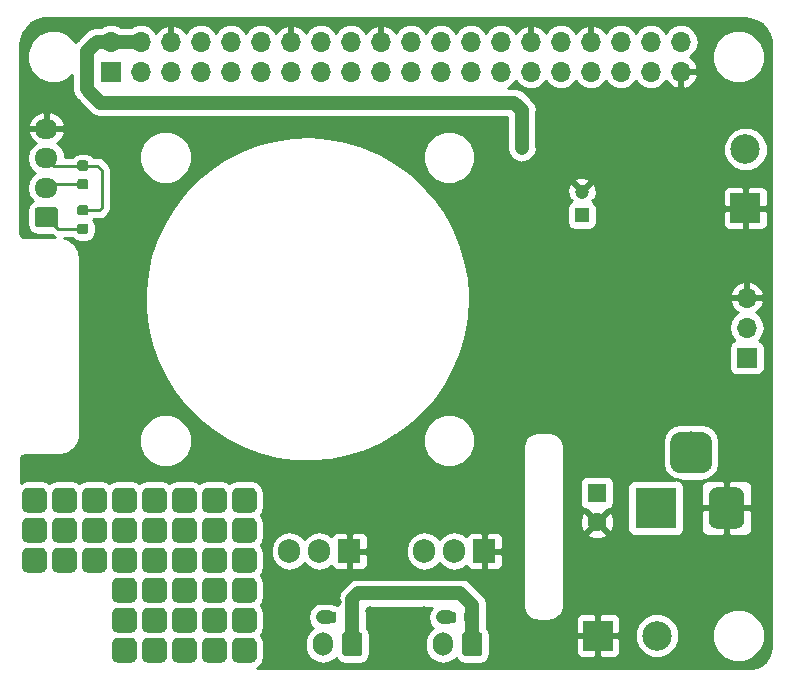
<source format=gbr>
G04 #@! TF.GenerationSoftware,KiCad,Pcbnew,(5.0.2)-1*
G04 #@! TF.CreationDate,2021-04-20T16:55:03+09:00*
G04 #@! TF.ProjectId,pi-ups,70692d75-7073-42e6-9b69-6361645f7063,rev?*
G04 #@! TF.SameCoordinates,Original*
G04 #@! TF.FileFunction,Copper,L2,Bot*
G04 #@! TF.FilePolarity,Positive*
%FSLAX46Y46*%
G04 Gerber Fmt 4.6, Leading zero omitted, Abs format (unit mm)*
G04 Created by KiCad (PCBNEW (5.0.2)-1) date 2021/04/20 16:55:03*
%MOMM*%
%LPD*%
G01*
G04 APERTURE LIST*
G04 #@! TA.AperFunction,Conductor*
%ADD10C,0.100000*%
G04 #@! TD*
G04 #@! TA.AperFunction,ComponentPad*
%ADD11C,2.100000*%
G04 #@! TD*
G04 #@! TA.AperFunction,SMDPad,CuDef*
%ADD12C,0.875000*%
G04 #@! TD*
G04 #@! TA.AperFunction,ComponentPad*
%ADD13R,1.600000X1.600000*%
G04 #@! TD*
G04 #@! TA.AperFunction,ComponentPad*
%ADD14C,1.600000*%
G04 #@! TD*
G04 #@! TA.AperFunction,ComponentPad*
%ADD15R,1.200000X1.200000*%
G04 #@! TD*
G04 #@! TA.AperFunction,ComponentPad*
%ADD16C,1.200000*%
G04 #@! TD*
G04 #@! TA.AperFunction,ComponentPad*
%ADD17C,2.500000*%
G04 #@! TD*
G04 #@! TA.AperFunction,ComponentPad*
%ADD18R,2.500000X2.500000*%
G04 #@! TD*
G04 #@! TA.AperFunction,ComponentPad*
%ADD19R,1.700000X1.700000*%
G04 #@! TD*
G04 #@! TA.AperFunction,ComponentPad*
%ADD20O,1.700000X1.700000*%
G04 #@! TD*
G04 #@! TA.AperFunction,ComponentPad*
%ADD21R,3.500000X3.500000*%
G04 #@! TD*
G04 #@! TA.AperFunction,ComponentPad*
%ADD22C,3.000000*%
G04 #@! TD*
G04 #@! TA.AperFunction,ComponentPad*
%ADD23C,3.500000*%
G04 #@! TD*
G04 #@! TA.AperFunction,ComponentPad*
%ADD24O,1.700000X2.000000*%
G04 #@! TD*
G04 #@! TA.AperFunction,ComponentPad*
%ADD25C,1.700000*%
G04 #@! TD*
G04 #@! TA.AperFunction,ComponentPad*
%ADD26O,1.950000X1.700000*%
G04 #@! TD*
G04 #@! TA.AperFunction,ComponentPad*
%ADD27R,1.905000X2.000000*%
G04 #@! TD*
G04 #@! TA.AperFunction,ComponentPad*
%ADD28O,1.905000X2.000000*%
G04 #@! TD*
G04 #@! TA.AperFunction,ViaPad*
%ADD29C,0.800000*%
G04 #@! TD*
G04 #@! TA.AperFunction,Conductor*
%ADD30C,1.200000*%
G04 #@! TD*
G04 #@! TA.AperFunction,Conductor*
%ADD31C,0.250000*%
G04 #@! TD*
G04 #@! TA.AperFunction,Conductor*
%ADD32C,1.000000*%
G04 #@! TD*
G04 #@! TA.AperFunction,Conductor*
%ADD33C,0.254000*%
G04 #@! TD*
G04 APERTURE END LIST*
D10*
G04 #@! TO.N,*
G04 #@! TO.C,*
G36*
X89476459Y-131032528D02*
X89527422Y-131040088D01*
X89577399Y-131052606D01*
X89625909Y-131069963D01*
X89672483Y-131091991D01*
X89716674Y-131118478D01*
X89758056Y-131149170D01*
X89796231Y-131183769D01*
X89830830Y-131221944D01*
X89861522Y-131263326D01*
X89888009Y-131307517D01*
X89910037Y-131354091D01*
X89927394Y-131402601D01*
X89939912Y-131452578D01*
X89947472Y-131503541D01*
X89950000Y-131555000D01*
X89950000Y-132605000D01*
X89947472Y-132656459D01*
X89939912Y-132707422D01*
X89927394Y-132757399D01*
X89910037Y-132805909D01*
X89888009Y-132852483D01*
X89861522Y-132896674D01*
X89830830Y-132938056D01*
X89796231Y-132976231D01*
X89758056Y-133010830D01*
X89716674Y-133041522D01*
X89672483Y-133068009D01*
X89625909Y-133090037D01*
X89577399Y-133107394D01*
X89527422Y-133119912D01*
X89476459Y-133127472D01*
X89425000Y-133130000D01*
X88375000Y-133130000D01*
X88323541Y-133127472D01*
X88272578Y-133119912D01*
X88222601Y-133107394D01*
X88174091Y-133090037D01*
X88127517Y-133068009D01*
X88083326Y-133041522D01*
X88041944Y-133010830D01*
X88003769Y-132976231D01*
X87969170Y-132938056D01*
X87938478Y-132896674D01*
X87911991Y-132852483D01*
X87889963Y-132805909D01*
X87872606Y-132757399D01*
X87860088Y-132707422D01*
X87852528Y-132656459D01*
X87850000Y-132605000D01*
X87850000Y-131555000D01*
X87852528Y-131503541D01*
X87860088Y-131452578D01*
X87872606Y-131402601D01*
X87889963Y-131354091D01*
X87911991Y-131307517D01*
X87938478Y-131263326D01*
X87969170Y-131221944D01*
X88003769Y-131183769D01*
X88041944Y-131149170D01*
X88083326Y-131118478D01*
X88127517Y-131091991D01*
X88174091Y-131069963D01*
X88222601Y-131052606D01*
X88272578Y-131040088D01*
X88323541Y-131032528D01*
X88375000Y-131030000D01*
X89425000Y-131030000D01*
X89476459Y-131032528D01*
X89476459Y-131032528D01*
G37*
D11*
G04 #@! TD*
G04 #@! TO.P,,*
G04 #@! TO.N,*
X88900000Y-132080000D03*
D10*
G04 #@! TO.N,*
G04 #@! TO.C,*
G36*
X89476459Y-133572528D02*
X89527422Y-133580088D01*
X89577399Y-133592606D01*
X89625909Y-133609963D01*
X89672483Y-133631991D01*
X89716674Y-133658478D01*
X89758056Y-133689170D01*
X89796231Y-133723769D01*
X89830830Y-133761944D01*
X89861522Y-133803326D01*
X89888009Y-133847517D01*
X89910037Y-133894091D01*
X89927394Y-133942601D01*
X89939912Y-133992578D01*
X89947472Y-134043541D01*
X89950000Y-134095000D01*
X89950000Y-135145000D01*
X89947472Y-135196459D01*
X89939912Y-135247422D01*
X89927394Y-135297399D01*
X89910037Y-135345909D01*
X89888009Y-135392483D01*
X89861522Y-135436674D01*
X89830830Y-135478056D01*
X89796231Y-135516231D01*
X89758056Y-135550830D01*
X89716674Y-135581522D01*
X89672483Y-135608009D01*
X89625909Y-135630037D01*
X89577399Y-135647394D01*
X89527422Y-135659912D01*
X89476459Y-135667472D01*
X89425000Y-135670000D01*
X88375000Y-135670000D01*
X88323541Y-135667472D01*
X88272578Y-135659912D01*
X88222601Y-135647394D01*
X88174091Y-135630037D01*
X88127517Y-135608009D01*
X88083326Y-135581522D01*
X88041944Y-135550830D01*
X88003769Y-135516231D01*
X87969170Y-135478056D01*
X87938478Y-135436674D01*
X87911991Y-135392483D01*
X87889963Y-135345909D01*
X87872606Y-135297399D01*
X87860088Y-135247422D01*
X87852528Y-135196459D01*
X87850000Y-135145000D01*
X87850000Y-134095000D01*
X87852528Y-134043541D01*
X87860088Y-133992578D01*
X87872606Y-133942601D01*
X87889963Y-133894091D01*
X87911991Y-133847517D01*
X87938478Y-133803326D01*
X87969170Y-133761944D01*
X88003769Y-133723769D01*
X88041944Y-133689170D01*
X88083326Y-133658478D01*
X88127517Y-133631991D01*
X88174091Y-133609963D01*
X88222601Y-133592606D01*
X88272578Y-133580088D01*
X88323541Y-133572528D01*
X88375000Y-133570000D01*
X89425000Y-133570000D01*
X89476459Y-133572528D01*
X89476459Y-133572528D01*
G37*
D11*
G04 #@! TD*
G04 #@! TO.P,,*
G04 #@! TO.N,*
X88900000Y-134620000D03*
D10*
G04 #@! TO.N,*
G04 #@! TO.C,*
G36*
X89476459Y-128492528D02*
X89527422Y-128500088D01*
X89577399Y-128512606D01*
X89625909Y-128529963D01*
X89672483Y-128551991D01*
X89716674Y-128578478D01*
X89758056Y-128609170D01*
X89796231Y-128643769D01*
X89830830Y-128681944D01*
X89861522Y-128723326D01*
X89888009Y-128767517D01*
X89910037Y-128814091D01*
X89927394Y-128862601D01*
X89939912Y-128912578D01*
X89947472Y-128963541D01*
X89950000Y-129015000D01*
X89950000Y-130065000D01*
X89947472Y-130116459D01*
X89939912Y-130167422D01*
X89927394Y-130217399D01*
X89910037Y-130265909D01*
X89888009Y-130312483D01*
X89861522Y-130356674D01*
X89830830Y-130398056D01*
X89796231Y-130436231D01*
X89758056Y-130470830D01*
X89716674Y-130501522D01*
X89672483Y-130528009D01*
X89625909Y-130550037D01*
X89577399Y-130567394D01*
X89527422Y-130579912D01*
X89476459Y-130587472D01*
X89425000Y-130590000D01*
X88375000Y-130590000D01*
X88323541Y-130587472D01*
X88272578Y-130579912D01*
X88222601Y-130567394D01*
X88174091Y-130550037D01*
X88127517Y-130528009D01*
X88083326Y-130501522D01*
X88041944Y-130470830D01*
X88003769Y-130436231D01*
X87969170Y-130398056D01*
X87938478Y-130356674D01*
X87911991Y-130312483D01*
X87889963Y-130265909D01*
X87872606Y-130217399D01*
X87860088Y-130167422D01*
X87852528Y-130116459D01*
X87850000Y-130065000D01*
X87850000Y-129015000D01*
X87852528Y-128963541D01*
X87860088Y-128912578D01*
X87872606Y-128862601D01*
X87889963Y-128814091D01*
X87911991Y-128767517D01*
X87938478Y-128723326D01*
X87969170Y-128681944D01*
X88003769Y-128643769D01*
X88041944Y-128609170D01*
X88083326Y-128578478D01*
X88127517Y-128551991D01*
X88174091Y-128529963D01*
X88222601Y-128512606D01*
X88272578Y-128500088D01*
X88323541Y-128492528D01*
X88375000Y-128490000D01*
X89425000Y-128490000D01*
X89476459Y-128492528D01*
X89476459Y-128492528D01*
G37*
D11*
G04 #@! TD*
G04 #@! TO.P,,*
G04 #@! TO.N,*
X88900000Y-129540000D03*
D10*
G04 #@! TO.N,*
G04 #@! TO.C,*
G36*
X92016459Y-128492528D02*
X92067422Y-128500088D01*
X92117399Y-128512606D01*
X92165909Y-128529963D01*
X92212483Y-128551991D01*
X92256674Y-128578478D01*
X92298056Y-128609170D01*
X92336231Y-128643769D01*
X92370830Y-128681944D01*
X92401522Y-128723326D01*
X92428009Y-128767517D01*
X92450037Y-128814091D01*
X92467394Y-128862601D01*
X92479912Y-128912578D01*
X92487472Y-128963541D01*
X92490000Y-129015000D01*
X92490000Y-130065000D01*
X92487472Y-130116459D01*
X92479912Y-130167422D01*
X92467394Y-130217399D01*
X92450037Y-130265909D01*
X92428009Y-130312483D01*
X92401522Y-130356674D01*
X92370830Y-130398056D01*
X92336231Y-130436231D01*
X92298056Y-130470830D01*
X92256674Y-130501522D01*
X92212483Y-130528009D01*
X92165909Y-130550037D01*
X92117399Y-130567394D01*
X92067422Y-130579912D01*
X92016459Y-130587472D01*
X91965000Y-130590000D01*
X90915000Y-130590000D01*
X90863541Y-130587472D01*
X90812578Y-130579912D01*
X90762601Y-130567394D01*
X90714091Y-130550037D01*
X90667517Y-130528009D01*
X90623326Y-130501522D01*
X90581944Y-130470830D01*
X90543769Y-130436231D01*
X90509170Y-130398056D01*
X90478478Y-130356674D01*
X90451991Y-130312483D01*
X90429963Y-130265909D01*
X90412606Y-130217399D01*
X90400088Y-130167422D01*
X90392528Y-130116459D01*
X90390000Y-130065000D01*
X90390000Y-129015000D01*
X90392528Y-128963541D01*
X90400088Y-128912578D01*
X90412606Y-128862601D01*
X90429963Y-128814091D01*
X90451991Y-128767517D01*
X90478478Y-128723326D01*
X90509170Y-128681944D01*
X90543769Y-128643769D01*
X90581944Y-128609170D01*
X90623326Y-128578478D01*
X90667517Y-128551991D01*
X90714091Y-128529963D01*
X90762601Y-128512606D01*
X90812578Y-128500088D01*
X90863541Y-128492528D01*
X90915000Y-128490000D01*
X91965000Y-128490000D01*
X92016459Y-128492528D01*
X92016459Y-128492528D01*
G37*
D11*
G04 #@! TD*
G04 #@! TO.P,,*
G04 #@! TO.N,*
X91440000Y-129540000D03*
D10*
G04 #@! TO.N,*
G04 #@! TO.C,*
G36*
X92016459Y-131032528D02*
X92067422Y-131040088D01*
X92117399Y-131052606D01*
X92165909Y-131069963D01*
X92212483Y-131091991D01*
X92256674Y-131118478D01*
X92298056Y-131149170D01*
X92336231Y-131183769D01*
X92370830Y-131221944D01*
X92401522Y-131263326D01*
X92428009Y-131307517D01*
X92450037Y-131354091D01*
X92467394Y-131402601D01*
X92479912Y-131452578D01*
X92487472Y-131503541D01*
X92490000Y-131555000D01*
X92490000Y-132605000D01*
X92487472Y-132656459D01*
X92479912Y-132707422D01*
X92467394Y-132757399D01*
X92450037Y-132805909D01*
X92428009Y-132852483D01*
X92401522Y-132896674D01*
X92370830Y-132938056D01*
X92336231Y-132976231D01*
X92298056Y-133010830D01*
X92256674Y-133041522D01*
X92212483Y-133068009D01*
X92165909Y-133090037D01*
X92117399Y-133107394D01*
X92067422Y-133119912D01*
X92016459Y-133127472D01*
X91965000Y-133130000D01*
X90915000Y-133130000D01*
X90863541Y-133127472D01*
X90812578Y-133119912D01*
X90762601Y-133107394D01*
X90714091Y-133090037D01*
X90667517Y-133068009D01*
X90623326Y-133041522D01*
X90581944Y-133010830D01*
X90543769Y-132976231D01*
X90509170Y-132938056D01*
X90478478Y-132896674D01*
X90451991Y-132852483D01*
X90429963Y-132805909D01*
X90412606Y-132757399D01*
X90400088Y-132707422D01*
X90392528Y-132656459D01*
X90390000Y-132605000D01*
X90390000Y-131555000D01*
X90392528Y-131503541D01*
X90400088Y-131452578D01*
X90412606Y-131402601D01*
X90429963Y-131354091D01*
X90451991Y-131307517D01*
X90478478Y-131263326D01*
X90509170Y-131221944D01*
X90543769Y-131183769D01*
X90581944Y-131149170D01*
X90623326Y-131118478D01*
X90667517Y-131091991D01*
X90714091Y-131069963D01*
X90762601Y-131052606D01*
X90812578Y-131040088D01*
X90863541Y-131032528D01*
X90915000Y-131030000D01*
X91965000Y-131030000D01*
X92016459Y-131032528D01*
X92016459Y-131032528D01*
G37*
D11*
G04 #@! TD*
G04 #@! TO.P,,*
G04 #@! TO.N,*
X91440000Y-132080000D03*
D10*
G04 #@! TO.N,*
G04 #@! TO.C,*
G36*
X92016459Y-133572528D02*
X92067422Y-133580088D01*
X92117399Y-133592606D01*
X92165909Y-133609963D01*
X92212483Y-133631991D01*
X92256674Y-133658478D01*
X92298056Y-133689170D01*
X92336231Y-133723769D01*
X92370830Y-133761944D01*
X92401522Y-133803326D01*
X92428009Y-133847517D01*
X92450037Y-133894091D01*
X92467394Y-133942601D01*
X92479912Y-133992578D01*
X92487472Y-134043541D01*
X92490000Y-134095000D01*
X92490000Y-135145000D01*
X92487472Y-135196459D01*
X92479912Y-135247422D01*
X92467394Y-135297399D01*
X92450037Y-135345909D01*
X92428009Y-135392483D01*
X92401522Y-135436674D01*
X92370830Y-135478056D01*
X92336231Y-135516231D01*
X92298056Y-135550830D01*
X92256674Y-135581522D01*
X92212483Y-135608009D01*
X92165909Y-135630037D01*
X92117399Y-135647394D01*
X92067422Y-135659912D01*
X92016459Y-135667472D01*
X91965000Y-135670000D01*
X90915000Y-135670000D01*
X90863541Y-135667472D01*
X90812578Y-135659912D01*
X90762601Y-135647394D01*
X90714091Y-135630037D01*
X90667517Y-135608009D01*
X90623326Y-135581522D01*
X90581944Y-135550830D01*
X90543769Y-135516231D01*
X90509170Y-135478056D01*
X90478478Y-135436674D01*
X90451991Y-135392483D01*
X90429963Y-135345909D01*
X90412606Y-135297399D01*
X90400088Y-135247422D01*
X90392528Y-135196459D01*
X90390000Y-135145000D01*
X90390000Y-134095000D01*
X90392528Y-134043541D01*
X90400088Y-133992578D01*
X90412606Y-133942601D01*
X90429963Y-133894091D01*
X90451991Y-133847517D01*
X90478478Y-133803326D01*
X90509170Y-133761944D01*
X90543769Y-133723769D01*
X90581944Y-133689170D01*
X90623326Y-133658478D01*
X90667517Y-133631991D01*
X90714091Y-133609963D01*
X90762601Y-133592606D01*
X90812578Y-133580088D01*
X90863541Y-133572528D01*
X90915000Y-133570000D01*
X91965000Y-133570000D01*
X92016459Y-133572528D01*
X92016459Y-133572528D01*
G37*
D11*
G04 #@! TD*
G04 #@! TO.P,,*
G04 #@! TO.N,*
X91440000Y-134620000D03*
D10*
G04 #@! TO.N,*
G04 #@! TO.C,*
G36*
X94556459Y-128492528D02*
X94607422Y-128500088D01*
X94657399Y-128512606D01*
X94705909Y-128529963D01*
X94752483Y-128551991D01*
X94796674Y-128578478D01*
X94838056Y-128609170D01*
X94876231Y-128643769D01*
X94910830Y-128681944D01*
X94941522Y-128723326D01*
X94968009Y-128767517D01*
X94990037Y-128814091D01*
X95007394Y-128862601D01*
X95019912Y-128912578D01*
X95027472Y-128963541D01*
X95030000Y-129015000D01*
X95030000Y-130065000D01*
X95027472Y-130116459D01*
X95019912Y-130167422D01*
X95007394Y-130217399D01*
X94990037Y-130265909D01*
X94968009Y-130312483D01*
X94941522Y-130356674D01*
X94910830Y-130398056D01*
X94876231Y-130436231D01*
X94838056Y-130470830D01*
X94796674Y-130501522D01*
X94752483Y-130528009D01*
X94705909Y-130550037D01*
X94657399Y-130567394D01*
X94607422Y-130579912D01*
X94556459Y-130587472D01*
X94505000Y-130590000D01*
X93455000Y-130590000D01*
X93403541Y-130587472D01*
X93352578Y-130579912D01*
X93302601Y-130567394D01*
X93254091Y-130550037D01*
X93207517Y-130528009D01*
X93163326Y-130501522D01*
X93121944Y-130470830D01*
X93083769Y-130436231D01*
X93049170Y-130398056D01*
X93018478Y-130356674D01*
X92991991Y-130312483D01*
X92969963Y-130265909D01*
X92952606Y-130217399D01*
X92940088Y-130167422D01*
X92932528Y-130116459D01*
X92930000Y-130065000D01*
X92930000Y-129015000D01*
X92932528Y-128963541D01*
X92940088Y-128912578D01*
X92952606Y-128862601D01*
X92969963Y-128814091D01*
X92991991Y-128767517D01*
X93018478Y-128723326D01*
X93049170Y-128681944D01*
X93083769Y-128643769D01*
X93121944Y-128609170D01*
X93163326Y-128578478D01*
X93207517Y-128551991D01*
X93254091Y-128529963D01*
X93302601Y-128512606D01*
X93352578Y-128500088D01*
X93403541Y-128492528D01*
X93455000Y-128490000D01*
X94505000Y-128490000D01*
X94556459Y-128492528D01*
X94556459Y-128492528D01*
G37*
D11*
G04 #@! TD*
G04 #@! TO.P,,*
G04 #@! TO.N,*
X93980000Y-129540000D03*
D10*
G04 #@! TO.N,*
G04 #@! TO.C,*
G36*
X94556459Y-131032528D02*
X94607422Y-131040088D01*
X94657399Y-131052606D01*
X94705909Y-131069963D01*
X94752483Y-131091991D01*
X94796674Y-131118478D01*
X94838056Y-131149170D01*
X94876231Y-131183769D01*
X94910830Y-131221944D01*
X94941522Y-131263326D01*
X94968009Y-131307517D01*
X94990037Y-131354091D01*
X95007394Y-131402601D01*
X95019912Y-131452578D01*
X95027472Y-131503541D01*
X95030000Y-131555000D01*
X95030000Y-132605000D01*
X95027472Y-132656459D01*
X95019912Y-132707422D01*
X95007394Y-132757399D01*
X94990037Y-132805909D01*
X94968009Y-132852483D01*
X94941522Y-132896674D01*
X94910830Y-132938056D01*
X94876231Y-132976231D01*
X94838056Y-133010830D01*
X94796674Y-133041522D01*
X94752483Y-133068009D01*
X94705909Y-133090037D01*
X94657399Y-133107394D01*
X94607422Y-133119912D01*
X94556459Y-133127472D01*
X94505000Y-133130000D01*
X93455000Y-133130000D01*
X93403541Y-133127472D01*
X93352578Y-133119912D01*
X93302601Y-133107394D01*
X93254091Y-133090037D01*
X93207517Y-133068009D01*
X93163326Y-133041522D01*
X93121944Y-133010830D01*
X93083769Y-132976231D01*
X93049170Y-132938056D01*
X93018478Y-132896674D01*
X92991991Y-132852483D01*
X92969963Y-132805909D01*
X92952606Y-132757399D01*
X92940088Y-132707422D01*
X92932528Y-132656459D01*
X92930000Y-132605000D01*
X92930000Y-131555000D01*
X92932528Y-131503541D01*
X92940088Y-131452578D01*
X92952606Y-131402601D01*
X92969963Y-131354091D01*
X92991991Y-131307517D01*
X93018478Y-131263326D01*
X93049170Y-131221944D01*
X93083769Y-131183769D01*
X93121944Y-131149170D01*
X93163326Y-131118478D01*
X93207517Y-131091991D01*
X93254091Y-131069963D01*
X93302601Y-131052606D01*
X93352578Y-131040088D01*
X93403541Y-131032528D01*
X93455000Y-131030000D01*
X94505000Y-131030000D01*
X94556459Y-131032528D01*
X94556459Y-131032528D01*
G37*
D11*
G04 #@! TD*
G04 #@! TO.P,,*
G04 #@! TO.N,*
X93980000Y-132080000D03*
D10*
G04 #@! TO.N,*
G04 #@! TO.C,*
G36*
X94556459Y-133572528D02*
X94607422Y-133580088D01*
X94657399Y-133592606D01*
X94705909Y-133609963D01*
X94752483Y-133631991D01*
X94796674Y-133658478D01*
X94838056Y-133689170D01*
X94876231Y-133723769D01*
X94910830Y-133761944D01*
X94941522Y-133803326D01*
X94968009Y-133847517D01*
X94990037Y-133894091D01*
X95007394Y-133942601D01*
X95019912Y-133992578D01*
X95027472Y-134043541D01*
X95030000Y-134095000D01*
X95030000Y-135145000D01*
X95027472Y-135196459D01*
X95019912Y-135247422D01*
X95007394Y-135297399D01*
X94990037Y-135345909D01*
X94968009Y-135392483D01*
X94941522Y-135436674D01*
X94910830Y-135478056D01*
X94876231Y-135516231D01*
X94838056Y-135550830D01*
X94796674Y-135581522D01*
X94752483Y-135608009D01*
X94705909Y-135630037D01*
X94657399Y-135647394D01*
X94607422Y-135659912D01*
X94556459Y-135667472D01*
X94505000Y-135670000D01*
X93455000Y-135670000D01*
X93403541Y-135667472D01*
X93352578Y-135659912D01*
X93302601Y-135647394D01*
X93254091Y-135630037D01*
X93207517Y-135608009D01*
X93163326Y-135581522D01*
X93121944Y-135550830D01*
X93083769Y-135516231D01*
X93049170Y-135478056D01*
X93018478Y-135436674D01*
X92991991Y-135392483D01*
X92969963Y-135345909D01*
X92952606Y-135297399D01*
X92940088Y-135247422D01*
X92932528Y-135196459D01*
X92930000Y-135145000D01*
X92930000Y-134095000D01*
X92932528Y-134043541D01*
X92940088Y-133992578D01*
X92952606Y-133942601D01*
X92969963Y-133894091D01*
X92991991Y-133847517D01*
X93018478Y-133803326D01*
X93049170Y-133761944D01*
X93083769Y-133723769D01*
X93121944Y-133689170D01*
X93163326Y-133658478D01*
X93207517Y-133631991D01*
X93254091Y-133609963D01*
X93302601Y-133592606D01*
X93352578Y-133580088D01*
X93403541Y-133572528D01*
X93455000Y-133570000D01*
X94505000Y-133570000D01*
X94556459Y-133572528D01*
X94556459Y-133572528D01*
G37*
D11*
G04 #@! TD*
G04 #@! TO.P,,*
G04 #@! TO.N,*
X93980000Y-134620000D03*
D10*
G04 #@! TO.N,*
G04 #@! TO.C,*
G36*
X102176459Y-128492528D02*
X102227422Y-128500088D01*
X102277399Y-128512606D01*
X102325909Y-128529963D01*
X102372483Y-128551991D01*
X102416674Y-128578478D01*
X102458056Y-128609170D01*
X102496231Y-128643769D01*
X102530830Y-128681944D01*
X102561522Y-128723326D01*
X102588009Y-128767517D01*
X102610037Y-128814091D01*
X102627394Y-128862601D01*
X102639912Y-128912578D01*
X102647472Y-128963541D01*
X102650000Y-129015000D01*
X102650000Y-130065000D01*
X102647472Y-130116459D01*
X102639912Y-130167422D01*
X102627394Y-130217399D01*
X102610037Y-130265909D01*
X102588009Y-130312483D01*
X102561522Y-130356674D01*
X102530830Y-130398056D01*
X102496231Y-130436231D01*
X102458056Y-130470830D01*
X102416674Y-130501522D01*
X102372483Y-130528009D01*
X102325909Y-130550037D01*
X102277399Y-130567394D01*
X102227422Y-130579912D01*
X102176459Y-130587472D01*
X102125000Y-130590000D01*
X101075000Y-130590000D01*
X101023541Y-130587472D01*
X100972578Y-130579912D01*
X100922601Y-130567394D01*
X100874091Y-130550037D01*
X100827517Y-130528009D01*
X100783326Y-130501522D01*
X100741944Y-130470830D01*
X100703769Y-130436231D01*
X100669170Y-130398056D01*
X100638478Y-130356674D01*
X100611991Y-130312483D01*
X100589963Y-130265909D01*
X100572606Y-130217399D01*
X100560088Y-130167422D01*
X100552528Y-130116459D01*
X100550000Y-130065000D01*
X100550000Y-129015000D01*
X100552528Y-128963541D01*
X100560088Y-128912578D01*
X100572606Y-128862601D01*
X100589963Y-128814091D01*
X100611991Y-128767517D01*
X100638478Y-128723326D01*
X100669170Y-128681944D01*
X100703769Y-128643769D01*
X100741944Y-128609170D01*
X100783326Y-128578478D01*
X100827517Y-128551991D01*
X100874091Y-128529963D01*
X100922601Y-128512606D01*
X100972578Y-128500088D01*
X101023541Y-128492528D01*
X101075000Y-128490000D01*
X102125000Y-128490000D01*
X102176459Y-128492528D01*
X102176459Y-128492528D01*
G37*
D11*
G04 #@! TD*
G04 #@! TO.P,,*
G04 #@! TO.N,*
X101600000Y-129540000D03*
D10*
G04 #@! TO.N,*
G04 #@! TO.C,*
G36*
X104716459Y-128492528D02*
X104767422Y-128500088D01*
X104817399Y-128512606D01*
X104865909Y-128529963D01*
X104912483Y-128551991D01*
X104956674Y-128578478D01*
X104998056Y-128609170D01*
X105036231Y-128643769D01*
X105070830Y-128681944D01*
X105101522Y-128723326D01*
X105128009Y-128767517D01*
X105150037Y-128814091D01*
X105167394Y-128862601D01*
X105179912Y-128912578D01*
X105187472Y-128963541D01*
X105190000Y-129015000D01*
X105190000Y-130065000D01*
X105187472Y-130116459D01*
X105179912Y-130167422D01*
X105167394Y-130217399D01*
X105150037Y-130265909D01*
X105128009Y-130312483D01*
X105101522Y-130356674D01*
X105070830Y-130398056D01*
X105036231Y-130436231D01*
X104998056Y-130470830D01*
X104956674Y-130501522D01*
X104912483Y-130528009D01*
X104865909Y-130550037D01*
X104817399Y-130567394D01*
X104767422Y-130579912D01*
X104716459Y-130587472D01*
X104665000Y-130590000D01*
X103615000Y-130590000D01*
X103563541Y-130587472D01*
X103512578Y-130579912D01*
X103462601Y-130567394D01*
X103414091Y-130550037D01*
X103367517Y-130528009D01*
X103323326Y-130501522D01*
X103281944Y-130470830D01*
X103243769Y-130436231D01*
X103209170Y-130398056D01*
X103178478Y-130356674D01*
X103151991Y-130312483D01*
X103129963Y-130265909D01*
X103112606Y-130217399D01*
X103100088Y-130167422D01*
X103092528Y-130116459D01*
X103090000Y-130065000D01*
X103090000Y-129015000D01*
X103092528Y-128963541D01*
X103100088Y-128912578D01*
X103112606Y-128862601D01*
X103129963Y-128814091D01*
X103151991Y-128767517D01*
X103178478Y-128723326D01*
X103209170Y-128681944D01*
X103243769Y-128643769D01*
X103281944Y-128609170D01*
X103323326Y-128578478D01*
X103367517Y-128551991D01*
X103414091Y-128529963D01*
X103462601Y-128512606D01*
X103512578Y-128500088D01*
X103563541Y-128492528D01*
X103615000Y-128490000D01*
X104665000Y-128490000D01*
X104716459Y-128492528D01*
X104716459Y-128492528D01*
G37*
D11*
G04 #@! TD*
G04 #@! TO.P,,*
G04 #@! TO.N,*
X104140000Y-129540000D03*
D10*
G04 #@! TO.N,*
G04 #@! TO.C,*
G36*
X107256459Y-128492528D02*
X107307422Y-128500088D01*
X107357399Y-128512606D01*
X107405909Y-128529963D01*
X107452483Y-128551991D01*
X107496674Y-128578478D01*
X107538056Y-128609170D01*
X107576231Y-128643769D01*
X107610830Y-128681944D01*
X107641522Y-128723326D01*
X107668009Y-128767517D01*
X107690037Y-128814091D01*
X107707394Y-128862601D01*
X107719912Y-128912578D01*
X107727472Y-128963541D01*
X107730000Y-129015000D01*
X107730000Y-130065000D01*
X107727472Y-130116459D01*
X107719912Y-130167422D01*
X107707394Y-130217399D01*
X107690037Y-130265909D01*
X107668009Y-130312483D01*
X107641522Y-130356674D01*
X107610830Y-130398056D01*
X107576231Y-130436231D01*
X107538056Y-130470830D01*
X107496674Y-130501522D01*
X107452483Y-130528009D01*
X107405909Y-130550037D01*
X107357399Y-130567394D01*
X107307422Y-130579912D01*
X107256459Y-130587472D01*
X107205000Y-130590000D01*
X106155000Y-130590000D01*
X106103541Y-130587472D01*
X106052578Y-130579912D01*
X106002601Y-130567394D01*
X105954091Y-130550037D01*
X105907517Y-130528009D01*
X105863326Y-130501522D01*
X105821944Y-130470830D01*
X105783769Y-130436231D01*
X105749170Y-130398056D01*
X105718478Y-130356674D01*
X105691991Y-130312483D01*
X105669963Y-130265909D01*
X105652606Y-130217399D01*
X105640088Y-130167422D01*
X105632528Y-130116459D01*
X105630000Y-130065000D01*
X105630000Y-129015000D01*
X105632528Y-128963541D01*
X105640088Y-128912578D01*
X105652606Y-128862601D01*
X105669963Y-128814091D01*
X105691991Y-128767517D01*
X105718478Y-128723326D01*
X105749170Y-128681944D01*
X105783769Y-128643769D01*
X105821944Y-128609170D01*
X105863326Y-128578478D01*
X105907517Y-128551991D01*
X105954091Y-128529963D01*
X106002601Y-128512606D01*
X106052578Y-128500088D01*
X106103541Y-128492528D01*
X106155000Y-128490000D01*
X107205000Y-128490000D01*
X107256459Y-128492528D01*
X107256459Y-128492528D01*
G37*
D11*
G04 #@! TD*
G04 #@! TO.P,,*
G04 #@! TO.N,*
X106680000Y-129540000D03*
D10*
G04 #@! TO.N,*
G04 #@! TO.C,*
G36*
X99636459Y-128492528D02*
X99687422Y-128500088D01*
X99737399Y-128512606D01*
X99785909Y-128529963D01*
X99832483Y-128551991D01*
X99876674Y-128578478D01*
X99918056Y-128609170D01*
X99956231Y-128643769D01*
X99990830Y-128681944D01*
X100021522Y-128723326D01*
X100048009Y-128767517D01*
X100070037Y-128814091D01*
X100087394Y-128862601D01*
X100099912Y-128912578D01*
X100107472Y-128963541D01*
X100110000Y-129015000D01*
X100110000Y-130065000D01*
X100107472Y-130116459D01*
X100099912Y-130167422D01*
X100087394Y-130217399D01*
X100070037Y-130265909D01*
X100048009Y-130312483D01*
X100021522Y-130356674D01*
X99990830Y-130398056D01*
X99956231Y-130436231D01*
X99918056Y-130470830D01*
X99876674Y-130501522D01*
X99832483Y-130528009D01*
X99785909Y-130550037D01*
X99737399Y-130567394D01*
X99687422Y-130579912D01*
X99636459Y-130587472D01*
X99585000Y-130590000D01*
X98535000Y-130590000D01*
X98483541Y-130587472D01*
X98432578Y-130579912D01*
X98382601Y-130567394D01*
X98334091Y-130550037D01*
X98287517Y-130528009D01*
X98243326Y-130501522D01*
X98201944Y-130470830D01*
X98163769Y-130436231D01*
X98129170Y-130398056D01*
X98098478Y-130356674D01*
X98071991Y-130312483D01*
X98049963Y-130265909D01*
X98032606Y-130217399D01*
X98020088Y-130167422D01*
X98012528Y-130116459D01*
X98010000Y-130065000D01*
X98010000Y-129015000D01*
X98012528Y-128963541D01*
X98020088Y-128912578D01*
X98032606Y-128862601D01*
X98049963Y-128814091D01*
X98071991Y-128767517D01*
X98098478Y-128723326D01*
X98129170Y-128681944D01*
X98163769Y-128643769D01*
X98201944Y-128609170D01*
X98243326Y-128578478D01*
X98287517Y-128551991D01*
X98334091Y-128529963D01*
X98382601Y-128512606D01*
X98432578Y-128500088D01*
X98483541Y-128492528D01*
X98535000Y-128490000D01*
X99585000Y-128490000D01*
X99636459Y-128492528D01*
X99636459Y-128492528D01*
G37*
D11*
G04 #@! TD*
G04 #@! TO.P,,*
G04 #@! TO.N,*
X99060000Y-129540000D03*
D10*
G04 #@! TO.N,*
G04 #@! TO.C,*
G36*
X97096459Y-128492528D02*
X97147422Y-128500088D01*
X97197399Y-128512606D01*
X97245909Y-128529963D01*
X97292483Y-128551991D01*
X97336674Y-128578478D01*
X97378056Y-128609170D01*
X97416231Y-128643769D01*
X97450830Y-128681944D01*
X97481522Y-128723326D01*
X97508009Y-128767517D01*
X97530037Y-128814091D01*
X97547394Y-128862601D01*
X97559912Y-128912578D01*
X97567472Y-128963541D01*
X97570000Y-129015000D01*
X97570000Y-130065000D01*
X97567472Y-130116459D01*
X97559912Y-130167422D01*
X97547394Y-130217399D01*
X97530037Y-130265909D01*
X97508009Y-130312483D01*
X97481522Y-130356674D01*
X97450830Y-130398056D01*
X97416231Y-130436231D01*
X97378056Y-130470830D01*
X97336674Y-130501522D01*
X97292483Y-130528009D01*
X97245909Y-130550037D01*
X97197399Y-130567394D01*
X97147422Y-130579912D01*
X97096459Y-130587472D01*
X97045000Y-130590000D01*
X95995000Y-130590000D01*
X95943541Y-130587472D01*
X95892578Y-130579912D01*
X95842601Y-130567394D01*
X95794091Y-130550037D01*
X95747517Y-130528009D01*
X95703326Y-130501522D01*
X95661944Y-130470830D01*
X95623769Y-130436231D01*
X95589170Y-130398056D01*
X95558478Y-130356674D01*
X95531991Y-130312483D01*
X95509963Y-130265909D01*
X95492606Y-130217399D01*
X95480088Y-130167422D01*
X95472528Y-130116459D01*
X95470000Y-130065000D01*
X95470000Y-129015000D01*
X95472528Y-128963541D01*
X95480088Y-128912578D01*
X95492606Y-128862601D01*
X95509963Y-128814091D01*
X95531991Y-128767517D01*
X95558478Y-128723326D01*
X95589170Y-128681944D01*
X95623769Y-128643769D01*
X95661944Y-128609170D01*
X95703326Y-128578478D01*
X95747517Y-128551991D01*
X95794091Y-128529963D01*
X95842601Y-128512606D01*
X95892578Y-128500088D01*
X95943541Y-128492528D01*
X95995000Y-128490000D01*
X97045000Y-128490000D01*
X97096459Y-128492528D01*
X97096459Y-128492528D01*
G37*
D11*
G04 #@! TD*
G04 #@! TO.P,,*
G04 #@! TO.N,*
X96520000Y-129540000D03*
D10*
G04 #@! TO.N,*
G04 #@! TO.C,*
G36*
X104716459Y-131032528D02*
X104767422Y-131040088D01*
X104817399Y-131052606D01*
X104865909Y-131069963D01*
X104912483Y-131091991D01*
X104956674Y-131118478D01*
X104998056Y-131149170D01*
X105036231Y-131183769D01*
X105070830Y-131221944D01*
X105101522Y-131263326D01*
X105128009Y-131307517D01*
X105150037Y-131354091D01*
X105167394Y-131402601D01*
X105179912Y-131452578D01*
X105187472Y-131503541D01*
X105190000Y-131555000D01*
X105190000Y-132605000D01*
X105187472Y-132656459D01*
X105179912Y-132707422D01*
X105167394Y-132757399D01*
X105150037Y-132805909D01*
X105128009Y-132852483D01*
X105101522Y-132896674D01*
X105070830Y-132938056D01*
X105036231Y-132976231D01*
X104998056Y-133010830D01*
X104956674Y-133041522D01*
X104912483Y-133068009D01*
X104865909Y-133090037D01*
X104817399Y-133107394D01*
X104767422Y-133119912D01*
X104716459Y-133127472D01*
X104665000Y-133130000D01*
X103615000Y-133130000D01*
X103563541Y-133127472D01*
X103512578Y-133119912D01*
X103462601Y-133107394D01*
X103414091Y-133090037D01*
X103367517Y-133068009D01*
X103323326Y-133041522D01*
X103281944Y-133010830D01*
X103243769Y-132976231D01*
X103209170Y-132938056D01*
X103178478Y-132896674D01*
X103151991Y-132852483D01*
X103129963Y-132805909D01*
X103112606Y-132757399D01*
X103100088Y-132707422D01*
X103092528Y-132656459D01*
X103090000Y-132605000D01*
X103090000Y-131555000D01*
X103092528Y-131503541D01*
X103100088Y-131452578D01*
X103112606Y-131402601D01*
X103129963Y-131354091D01*
X103151991Y-131307517D01*
X103178478Y-131263326D01*
X103209170Y-131221944D01*
X103243769Y-131183769D01*
X103281944Y-131149170D01*
X103323326Y-131118478D01*
X103367517Y-131091991D01*
X103414091Y-131069963D01*
X103462601Y-131052606D01*
X103512578Y-131040088D01*
X103563541Y-131032528D01*
X103615000Y-131030000D01*
X104665000Y-131030000D01*
X104716459Y-131032528D01*
X104716459Y-131032528D01*
G37*
D11*
G04 #@! TD*
G04 #@! TO.P,,*
G04 #@! TO.N,*
X104140000Y-132080000D03*
D10*
G04 #@! TO.N,*
G04 #@! TO.C,*
G36*
X102176459Y-131032528D02*
X102227422Y-131040088D01*
X102277399Y-131052606D01*
X102325909Y-131069963D01*
X102372483Y-131091991D01*
X102416674Y-131118478D01*
X102458056Y-131149170D01*
X102496231Y-131183769D01*
X102530830Y-131221944D01*
X102561522Y-131263326D01*
X102588009Y-131307517D01*
X102610037Y-131354091D01*
X102627394Y-131402601D01*
X102639912Y-131452578D01*
X102647472Y-131503541D01*
X102650000Y-131555000D01*
X102650000Y-132605000D01*
X102647472Y-132656459D01*
X102639912Y-132707422D01*
X102627394Y-132757399D01*
X102610037Y-132805909D01*
X102588009Y-132852483D01*
X102561522Y-132896674D01*
X102530830Y-132938056D01*
X102496231Y-132976231D01*
X102458056Y-133010830D01*
X102416674Y-133041522D01*
X102372483Y-133068009D01*
X102325909Y-133090037D01*
X102277399Y-133107394D01*
X102227422Y-133119912D01*
X102176459Y-133127472D01*
X102125000Y-133130000D01*
X101075000Y-133130000D01*
X101023541Y-133127472D01*
X100972578Y-133119912D01*
X100922601Y-133107394D01*
X100874091Y-133090037D01*
X100827517Y-133068009D01*
X100783326Y-133041522D01*
X100741944Y-133010830D01*
X100703769Y-132976231D01*
X100669170Y-132938056D01*
X100638478Y-132896674D01*
X100611991Y-132852483D01*
X100589963Y-132805909D01*
X100572606Y-132757399D01*
X100560088Y-132707422D01*
X100552528Y-132656459D01*
X100550000Y-132605000D01*
X100550000Y-131555000D01*
X100552528Y-131503541D01*
X100560088Y-131452578D01*
X100572606Y-131402601D01*
X100589963Y-131354091D01*
X100611991Y-131307517D01*
X100638478Y-131263326D01*
X100669170Y-131221944D01*
X100703769Y-131183769D01*
X100741944Y-131149170D01*
X100783326Y-131118478D01*
X100827517Y-131091991D01*
X100874091Y-131069963D01*
X100922601Y-131052606D01*
X100972578Y-131040088D01*
X101023541Y-131032528D01*
X101075000Y-131030000D01*
X102125000Y-131030000D01*
X102176459Y-131032528D01*
X102176459Y-131032528D01*
G37*
D11*
G04 #@! TD*
G04 #@! TO.P,,*
G04 #@! TO.N,*
X101600000Y-132080000D03*
D10*
G04 #@! TO.N,*
G04 #@! TO.C,*
G36*
X107256459Y-131032528D02*
X107307422Y-131040088D01*
X107357399Y-131052606D01*
X107405909Y-131069963D01*
X107452483Y-131091991D01*
X107496674Y-131118478D01*
X107538056Y-131149170D01*
X107576231Y-131183769D01*
X107610830Y-131221944D01*
X107641522Y-131263326D01*
X107668009Y-131307517D01*
X107690037Y-131354091D01*
X107707394Y-131402601D01*
X107719912Y-131452578D01*
X107727472Y-131503541D01*
X107730000Y-131555000D01*
X107730000Y-132605000D01*
X107727472Y-132656459D01*
X107719912Y-132707422D01*
X107707394Y-132757399D01*
X107690037Y-132805909D01*
X107668009Y-132852483D01*
X107641522Y-132896674D01*
X107610830Y-132938056D01*
X107576231Y-132976231D01*
X107538056Y-133010830D01*
X107496674Y-133041522D01*
X107452483Y-133068009D01*
X107405909Y-133090037D01*
X107357399Y-133107394D01*
X107307422Y-133119912D01*
X107256459Y-133127472D01*
X107205000Y-133130000D01*
X106155000Y-133130000D01*
X106103541Y-133127472D01*
X106052578Y-133119912D01*
X106002601Y-133107394D01*
X105954091Y-133090037D01*
X105907517Y-133068009D01*
X105863326Y-133041522D01*
X105821944Y-133010830D01*
X105783769Y-132976231D01*
X105749170Y-132938056D01*
X105718478Y-132896674D01*
X105691991Y-132852483D01*
X105669963Y-132805909D01*
X105652606Y-132757399D01*
X105640088Y-132707422D01*
X105632528Y-132656459D01*
X105630000Y-132605000D01*
X105630000Y-131555000D01*
X105632528Y-131503541D01*
X105640088Y-131452578D01*
X105652606Y-131402601D01*
X105669963Y-131354091D01*
X105691991Y-131307517D01*
X105718478Y-131263326D01*
X105749170Y-131221944D01*
X105783769Y-131183769D01*
X105821944Y-131149170D01*
X105863326Y-131118478D01*
X105907517Y-131091991D01*
X105954091Y-131069963D01*
X106002601Y-131052606D01*
X106052578Y-131040088D01*
X106103541Y-131032528D01*
X106155000Y-131030000D01*
X107205000Y-131030000D01*
X107256459Y-131032528D01*
X107256459Y-131032528D01*
G37*
D11*
G04 #@! TD*
G04 #@! TO.P,,*
G04 #@! TO.N,*
X106680000Y-132080000D03*
D10*
G04 #@! TO.N,*
G04 #@! TO.C,*
G36*
X99636459Y-131032528D02*
X99687422Y-131040088D01*
X99737399Y-131052606D01*
X99785909Y-131069963D01*
X99832483Y-131091991D01*
X99876674Y-131118478D01*
X99918056Y-131149170D01*
X99956231Y-131183769D01*
X99990830Y-131221944D01*
X100021522Y-131263326D01*
X100048009Y-131307517D01*
X100070037Y-131354091D01*
X100087394Y-131402601D01*
X100099912Y-131452578D01*
X100107472Y-131503541D01*
X100110000Y-131555000D01*
X100110000Y-132605000D01*
X100107472Y-132656459D01*
X100099912Y-132707422D01*
X100087394Y-132757399D01*
X100070037Y-132805909D01*
X100048009Y-132852483D01*
X100021522Y-132896674D01*
X99990830Y-132938056D01*
X99956231Y-132976231D01*
X99918056Y-133010830D01*
X99876674Y-133041522D01*
X99832483Y-133068009D01*
X99785909Y-133090037D01*
X99737399Y-133107394D01*
X99687422Y-133119912D01*
X99636459Y-133127472D01*
X99585000Y-133130000D01*
X98535000Y-133130000D01*
X98483541Y-133127472D01*
X98432578Y-133119912D01*
X98382601Y-133107394D01*
X98334091Y-133090037D01*
X98287517Y-133068009D01*
X98243326Y-133041522D01*
X98201944Y-133010830D01*
X98163769Y-132976231D01*
X98129170Y-132938056D01*
X98098478Y-132896674D01*
X98071991Y-132852483D01*
X98049963Y-132805909D01*
X98032606Y-132757399D01*
X98020088Y-132707422D01*
X98012528Y-132656459D01*
X98010000Y-132605000D01*
X98010000Y-131555000D01*
X98012528Y-131503541D01*
X98020088Y-131452578D01*
X98032606Y-131402601D01*
X98049963Y-131354091D01*
X98071991Y-131307517D01*
X98098478Y-131263326D01*
X98129170Y-131221944D01*
X98163769Y-131183769D01*
X98201944Y-131149170D01*
X98243326Y-131118478D01*
X98287517Y-131091991D01*
X98334091Y-131069963D01*
X98382601Y-131052606D01*
X98432578Y-131040088D01*
X98483541Y-131032528D01*
X98535000Y-131030000D01*
X99585000Y-131030000D01*
X99636459Y-131032528D01*
X99636459Y-131032528D01*
G37*
D11*
G04 #@! TD*
G04 #@! TO.P,,*
G04 #@! TO.N,*
X99060000Y-132080000D03*
D10*
G04 #@! TO.N,*
G04 #@! TO.C,*
G36*
X97096459Y-131032528D02*
X97147422Y-131040088D01*
X97197399Y-131052606D01*
X97245909Y-131069963D01*
X97292483Y-131091991D01*
X97336674Y-131118478D01*
X97378056Y-131149170D01*
X97416231Y-131183769D01*
X97450830Y-131221944D01*
X97481522Y-131263326D01*
X97508009Y-131307517D01*
X97530037Y-131354091D01*
X97547394Y-131402601D01*
X97559912Y-131452578D01*
X97567472Y-131503541D01*
X97570000Y-131555000D01*
X97570000Y-132605000D01*
X97567472Y-132656459D01*
X97559912Y-132707422D01*
X97547394Y-132757399D01*
X97530037Y-132805909D01*
X97508009Y-132852483D01*
X97481522Y-132896674D01*
X97450830Y-132938056D01*
X97416231Y-132976231D01*
X97378056Y-133010830D01*
X97336674Y-133041522D01*
X97292483Y-133068009D01*
X97245909Y-133090037D01*
X97197399Y-133107394D01*
X97147422Y-133119912D01*
X97096459Y-133127472D01*
X97045000Y-133130000D01*
X95995000Y-133130000D01*
X95943541Y-133127472D01*
X95892578Y-133119912D01*
X95842601Y-133107394D01*
X95794091Y-133090037D01*
X95747517Y-133068009D01*
X95703326Y-133041522D01*
X95661944Y-133010830D01*
X95623769Y-132976231D01*
X95589170Y-132938056D01*
X95558478Y-132896674D01*
X95531991Y-132852483D01*
X95509963Y-132805909D01*
X95492606Y-132757399D01*
X95480088Y-132707422D01*
X95472528Y-132656459D01*
X95470000Y-132605000D01*
X95470000Y-131555000D01*
X95472528Y-131503541D01*
X95480088Y-131452578D01*
X95492606Y-131402601D01*
X95509963Y-131354091D01*
X95531991Y-131307517D01*
X95558478Y-131263326D01*
X95589170Y-131221944D01*
X95623769Y-131183769D01*
X95661944Y-131149170D01*
X95703326Y-131118478D01*
X95747517Y-131091991D01*
X95794091Y-131069963D01*
X95842601Y-131052606D01*
X95892578Y-131040088D01*
X95943541Y-131032528D01*
X95995000Y-131030000D01*
X97045000Y-131030000D01*
X97096459Y-131032528D01*
X97096459Y-131032528D01*
G37*
D11*
G04 #@! TD*
G04 #@! TO.P,,*
G04 #@! TO.N,*
X96520000Y-132080000D03*
D10*
G04 #@! TO.N,*
G04 #@! TO.C,*
G36*
X102176459Y-133572528D02*
X102227422Y-133580088D01*
X102277399Y-133592606D01*
X102325909Y-133609963D01*
X102372483Y-133631991D01*
X102416674Y-133658478D01*
X102458056Y-133689170D01*
X102496231Y-133723769D01*
X102530830Y-133761944D01*
X102561522Y-133803326D01*
X102588009Y-133847517D01*
X102610037Y-133894091D01*
X102627394Y-133942601D01*
X102639912Y-133992578D01*
X102647472Y-134043541D01*
X102650000Y-134095000D01*
X102650000Y-135145000D01*
X102647472Y-135196459D01*
X102639912Y-135247422D01*
X102627394Y-135297399D01*
X102610037Y-135345909D01*
X102588009Y-135392483D01*
X102561522Y-135436674D01*
X102530830Y-135478056D01*
X102496231Y-135516231D01*
X102458056Y-135550830D01*
X102416674Y-135581522D01*
X102372483Y-135608009D01*
X102325909Y-135630037D01*
X102277399Y-135647394D01*
X102227422Y-135659912D01*
X102176459Y-135667472D01*
X102125000Y-135670000D01*
X101075000Y-135670000D01*
X101023541Y-135667472D01*
X100972578Y-135659912D01*
X100922601Y-135647394D01*
X100874091Y-135630037D01*
X100827517Y-135608009D01*
X100783326Y-135581522D01*
X100741944Y-135550830D01*
X100703769Y-135516231D01*
X100669170Y-135478056D01*
X100638478Y-135436674D01*
X100611991Y-135392483D01*
X100589963Y-135345909D01*
X100572606Y-135297399D01*
X100560088Y-135247422D01*
X100552528Y-135196459D01*
X100550000Y-135145000D01*
X100550000Y-134095000D01*
X100552528Y-134043541D01*
X100560088Y-133992578D01*
X100572606Y-133942601D01*
X100589963Y-133894091D01*
X100611991Y-133847517D01*
X100638478Y-133803326D01*
X100669170Y-133761944D01*
X100703769Y-133723769D01*
X100741944Y-133689170D01*
X100783326Y-133658478D01*
X100827517Y-133631991D01*
X100874091Y-133609963D01*
X100922601Y-133592606D01*
X100972578Y-133580088D01*
X101023541Y-133572528D01*
X101075000Y-133570000D01*
X102125000Y-133570000D01*
X102176459Y-133572528D01*
X102176459Y-133572528D01*
G37*
D11*
G04 #@! TD*
G04 #@! TO.P,,*
G04 #@! TO.N,*
X101600000Y-134620000D03*
D10*
G04 #@! TO.N,*
G04 #@! TO.C,*
G36*
X107256459Y-133572528D02*
X107307422Y-133580088D01*
X107357399Y-133592606D01*
X107405909Y-133609963D01*
X107452483Y-133631991D01*
X107496674Y-133658478D01*
X107538056Y-133689170D01*
X107576231Y-133723769D01*
X107610830Y-133761944D01*
X107641522Y-133803326D01*
X107668009Y-133847517D01*
X107690037Y-133894091D01*
X107707394Y-133942601D01*
X107719912Y-133992578D01*
X107727472Y-134043541D01*
X107730000Y-134095000D01*
X107730000Y-135145000D01*
X107727472Y-135196459D01*
X107719912Y-135247422D01*
X107707394Y-135297399D01*
X107690037Y-135345909D01*
X107668009Y-135392483D01*
X107641522Y-135436674D01*
X107610830Y-135478056D01*
X107576231Y-135516231D01*
X107538056Y-135550830D01*
X107496674Y-135581522D01*
X107452483Y-135608009D01*
X107405909Y-135630037D01*
X107357399Y-135647394D01*
X107307422Y-135659912D01*
X107256459Y-135667472D01*
X107205000Y-135670000D01*
X106155000Y-135670000D01*
X106103541Y-135667472D01*
X106052578Y-135659912D01*
X106002601Y-135647394D01*
X105954091Y-135630037D01*
X105907517Y-135608009D01*
X105863326Y-135581522D01*
X105821944Y-135550830D01*
X105783769Y-135516231D01*
X105749170Y-135478056D01*
X105718478Y-135436674D01*
X105691991Y-135392483D01*
X105669963Y-135345909D01*
X105652606Y-135297399D01*
X105640088Y-135247422D01*
X105632528Y-135196459D01*
X105630000Y-135145000D01*
X105630000Y-134095000D01*
X105632528Y-134043541D01*
X105640088Y-133992578D01*
X105652606Y-133942601D01*
X105669963Y-133894091D01*
X105691991Y-133847517D01*
X105718478Y-133803326D01*
X105749170Y-133761944D01*
X105783769Y-133723769D01*
X105821944Y-133689170D01*
X105863326Y-133658478D01*
X105907517Y-133631991D01*
X105954091Y-133609963D01*
X106002601Y-133592606D01*
X106052578Y-133580088D01*
X106103541Y-133572528D01*
X106155000Y-133570000D01*
X107205000Y-133570000D01*
X107256459Y-133572528D01*
X107256459Y-133572528D01*
G37*
D11*
G04 #@! TD*
G04 #@! TO.P,,*
G04 #@! TO.N,*
X106680000Y-134620000D03*
D10*
G04 #@! TO.N,*
G04 #@! TO.C,*
G36*
X99636459Y-133572528D02*
X99687422Y-133580088D01*
X99737399Y-133592606D01*
X99785909Y-133609963D01*
X99832483Y-133631991D01*
X99876674Y-133658478D01*
X99918056Y-133689170D01*
X99956231Y-133723769D01*
X99990830Y-133761944D01*
X100021522Y-133803326D01*
X100048009Y-133847517D01*
X100070037Y-133894091D01*
X100087394Y-133942601D01*
X100099912Y-133992578D01*
X100107472Y-134043541D01*
X100110000Y-134095000D01*
X100110000Y-135145000D01*
X100107472Y-135196459D01*
X100099912Y-135247422D01*
X100087394Y-135297399D01*
X100070037Y-135345909D01*
X100048009Y-135392483D01*
X100021522Y-135436674D01*
X99990830Y-135478056D01*
X99956231Y-135516231D01*
X99918056Y-135550830D01*
X99876674Y-135581522D01*
X99832483Y-135608009D01*
X99785909Y-135630037D01*
X99737399Y-135647394D01*
X99687422Y-135659912D01*
X99636459Y-135667472D01*
X99585000Y-135670000D01*
X98535000Y-135670000D01*
X98483541Y-135667472D01*
X98432578Y-135659912D01*
X98382601Y-135647394D01*
X98334091Y-135630037D01*
X98287517Y-135608009D01*
X98243326Y-135581522D01*
X98201944Y-135550830D01*
X98163769Y-135516231D01*
X98129170Y-135478056D01*
X98098478Y-135436674D01*
X98071991Y-135392483D01*
X98049963Y-135345909D01*
X98032606Y-135297399D01*
X98020088Y-135247422D01*
X98012528Y-135196459D01*
X98010000Y-135145000D01*
X98010000Y-134095000D01*
X98012528Y-134043541D01*
X98020088Y-133992578D01*
X98032606Y-133942601D01*
X98049963Y-133894091D01*
X98071991Y-133847517D01*
X98098478Y-133803326D01*
X98129170Y-133761944D01*
X98163769Y-133723769D01*
X98201944Y-133689170D01*
X98243326Y-133658478D01*
X98287517Y-133631991D01*
X98334091Y-133609963D01*
X98382601Y-133592606D01*
X98432578Y-133580088D01*
X98483541Y-133572528D01*
X98535000Y-133570000D01*
X99585000Y-133570000D01*
X99636459Y-133572528D01*
X99636459Y-133572528D01*
G37*
D11*
G04 #@! TD*
G04 #@! TO.P,,*
G04 #@! TO.N,*
X99060000Y-134620000D03*
D10*
G04 #@! TO.N,*
G04 #@! TO.C,*
G36*
X104716459Y-133572528D02*
X104767422Y-133580088D01*
X104817399Y-133592606D01*
X104865909Y-133609963D01*
X104912483Y-133631991D01*
X104956674Y-133658478D01*
X104998056Y-133689170D01*
X105036231Y-133723769D01*
X105070830Y-133761944D01*
X105101522Y-133803326D01*
X105128009Y-133847517D01*
X105150037Y-133894091D01*
X105167394Y-133942601D01*
X105179912Y-133992578D01*
X105187472Y-134043541D01*
X105190000Y-134095000D01*
X105190000Y-135145000D01*
X105187472Y-135196459D01*
X105179912Y-135247422D01*
X105167394Y-135297399D01*
X105150037Y-135345909D01*
X105128009Y-135392483D01*
X105101522Y-135436674D01*
X105070830Y-135478056D01*
X105036231Y-135516231D01*
X104998056Y-135550830D01*
X104956674Y-135581522D01*
X104912483Y-135608009D01*
X104865909Y-135630037D01*
X104817399Y-135647394D01*
X104767422Y-135659912D01*
X104716459Y-135667472D01*
X104665000Y-135670000D01*
X103615000Y-135670000D01*
X103563541Y-135667472D01*
X103512578Y-135659912D01*
X103462601Y-135647394D01*
X103414091Y-135630037D01*
X103367517Y-135608009D01*
X103323326Y-135581522D01*
X103281944Y-135550830D01*
X103243769Y-135516231D01*
X103209170Y-135478056D01*
X103178478Y-135436674D01*
X103151991Y-135392483D01*
X103129963Y-135345909D01*
X103112606Y-135297399D01*
X103100088Y-135247422D01*
X103092528Y-135196459D01*
X103090000Y-135145000D01*
X103090000Y-134095000D01*
X103092528Y-134043541D01*
X103100088Y-133992578D01*
X103112606Y-133942601D01*
X103129963Y-133894091D01*
X103151991Y-133847517D01*
X103178478Y-133803326D01*
X103209170Y-133761944D01*
X103243769Y-133723769D01*
X103281944Y-133689170D01*
X103323326Y-133658478D01*
X103367517Y-133631991D01*
X103414091Y-133609963D01*
X103462601Y-133592606D01*
X103512578Y-133580088D01*
X103563541Y-133572528D01*
X103615000Y-133570000D01*
X104665000Y-133570000D01*
X104716459Y-133572528D01*
X104716459Y-133572528D01*
G37*
D11*
G04 #@! TD*
G04 #@! TO.P,,*
G04 #@! TO.N,*
X104140000Y-134620000D03*
D10*
G04 #@! TO.N,*
G04 #@! TO.C,*
G36*
X97096459Y-133572528D02*
X97147422Y-133580088D01*
X97197399Y-133592606D01*
X97245909Y-133609963D01*
X97292483Y-133631991D01*
X97336674Y-133658478D01*
X97378056Y-133689170D01*
X97416231Y-133723769D01*
X97450830Y-133761944D01*
X97481522Y-133803326D01*
X97508009Y-133847517D01*
X97530037Y-133894091D01*
X97547394Y-133942601D01*
X97559912Y-133992578D01*
X97567472Y-134043541D01*
X97570000Y-134095000D01*
X97570000Y-135145000D01*
X97567472Y-135196459D01*
X97559912Y-135247422D01*
X97547394Y-135297399D01*
X97530037Y-135345909D01*
X97508009Y-135392483D01*
X97481522Y-135436674D01*
X97450830Y-135478056D01*
X97416231Y-135516231D01*
X97378056Y-135550830D01*
X97336674Y-135581522D01*
X97292483Y-135608009D01*
X97245909Y-135630037D01*
X97197399Y-135647394D01*
X97147422Y-135659912D01*
X97096459Y-135667472D01*
X97045000Y-135670000D01*
X95995000Y-135670000D01*
X95943541Y-135667472D01*
X95892578Y-135659912D01*
X95842601Y-135647394D01*
X95794091Y-135630037D01*
X95747517Y-135608009D01*
X95703326Y-135581522D01*
X95661944Y-135550830D01*
X95623769Y-135516231D01*
X95589170Y-135478056D01*
X95558478Y-135436674D01*
X95531991Y-135392483D01*
X95509963Y-135345909D01*
X95492606Y-135297399D01*
X95480088Y-135247422D01*
X95472528Y-135196459D01*
X95470000Y-135145000D01*
X95470000Y-134095000D01*
X95472528Y-134043541D01*
X95480088Y-133992578D01*
X95492606Y-133942601D01*
X95509963Y-133894091D01*
X95531991Y-133847517D01*
X95558478Y-133803326D01*
X95589170Y-133761944D01*
X95623769Y-133723769D01*
X95661944Y-133689170D01*
X95703326Y-133658478D01*
X95747517Y-133631991D01*
X95794091Y-133609963D01*
X95842601Y-133592606D01*
X95892578Y-133580088D01*
X95943541Y-133572528D01*
X95995000Y-133570000D01*
X97045000Y-133570000D01*
X97096459Y-133572528D01*
X97096459Y-133572528D01*
G37*
D11*
G04 #@! TD*
G04 #@! TO.P,,*
G04 #@! TO.N,*
X96520000Y-134620000D03*
D10*
G04 #@! TO.N,*
G04 #@! TO.C,*
G36*
X104716459Y-136112528D02*
X104767422Y-136120088D01*
X104817399Y-136132606D01*
X104865909Y-136149963D01*
X104912483Y-136171991D01*
X104956674Y-136198478D01*
X104998056Y-136229170D01*
X105036231Y-136263769D01*
X105070830Y-136301944D01*
X105101522Y-136343326D01*
X105128009Y-136387517D01*
X105150037Y-136434091D01*
X105167394Y-136482601D01*
X105179912Y-136532578D01*
X105187472Y-136583541D01*
X105190000Y-136635000D01*
X105190000Y-137685000D01*
X105187472Y-137736459D01*
X105179912Y-137787422D01*
X105167394Y-137837399D01*
X105150037Y-137885909D01*
X105128009Y-137932483D01*
X105101522Y-137976674D01*
X105070830Y-138018056D01*
X105036231Y-138056231D01*
X104998056Y-138090830D01*
X104956674Y-138121522D01*
X104912483Y-138148009D01*
X104865909Y-138170037D01*
X104817399Y-138187394D01*
X104767422Y-138199912D01*
X104716459Y-138207472D01*
X104665000Y-138210000D01*
X103615000Y-138210000D01*
X103563541Y-138207472D01*
X103512578Y-138199912D01*
X103462601Y-138187394D01*
X103414091Y-138170037D01*
X103367517Y-138148009D01*
X103323326Y-138121522D01*
X103281944Y-138090830D01*
X103243769Y-138056231D01*
X103209170Y-138018056D01*
X103178478Y-137976674D01*
X103151991Y-137932483D01*
X103129963Y-137885909D01*
X103112606Y-137837399D01*
X103100088Y-137787422D01*
X103092528Y-137736459D01*
X103090000Y-137685000D01*
X103090000Y-136635000D01*
X103092528Y-136583541D01*
X103100088Y-136532578D01*
X103112606Y-136482601D01*
X103129963Y-136434091D01*
X103151991Y-136387517D01*
X103178478Y-136343326D01*
X103209170Y-136301944D01*
X103243769Y-136263769D01*
X103281944Y-136229170D01*
X103323326Y-136198478D01*
X103367517Y-136171991D01*
X103414091Y-136149963D01*
X103462601Y-136132606D01*
X103512578Y-136120088D01*
X103563541Y-136112528D01*
X103615000Y-136110000D01*
X104665000Y-136110000D01*
X104716459Y-136112528D01*
X104716459Y-136112528D01*
G37*
D11*
G04 #@! TD*
G04 #@! TO.P,,*
G04 #@! TO.N,*
X104140000Y-137160000D03*
D10*
G04 #@! TO.N,*
G04 #@! TO.C,*
G36*
X99636459Y-136112528D02*
X99687422Y-136120088D01*
X99737399Y-136132606D01*
X99785909Y-136149963D01*
X99832483Y-136171991D01*
X99876674Y-136198478D01*
X99918056Y-136229170D01*
X99956231Y-136263769D01*
X99990830Y-136301944D01*
X100021522Y-136343326D01*
X100048009Y-136387517D01*
X100070037Y-136434091D01*
X100087394Y-136482601D01*
X100099912Y-136532578D01*
X100107472Y-136583541D01*
X100110000Y-136635000D01*
X100110000Y-137685000D01*
X100107472Y-137736459D01*
X100099912Y-137787422D01*
X100087394Y-137837399D01*
X100070037Y-137885909D01*
X100048009Y-137932483D01*
X100021522Y-137976674D01*
X99990830Y-138018056D01*
X99956231Y-138056231D01*
X99918056Y-138090830D01*
X99876674Y-138121522D01*
X99832483Y-138148009D01*
X99785909Y-138170037D01*
X99737399Y-138187394D01*
X99687422Y-138199912D01*
X99636459Y-138207472D01*
X99585000Y-138210000D01*
X98535000Y-138210000D01*
X98483541Y-138207472D01*
X98432578Y-138199912D01*
X98382601Y-138187394D01*
X98334091Y-138170037D01*
X98287517Y-138148009D01*
X98243326Y-138121522D01*
X98201944Y-138090830D01*
X98163769Y-138056231D01*
X98129170Y-138018056D01*
X98098478Y-137976674D01*
X98071991Y-137932483D01*
X98049963Y-137885909D01*
X98032606Y-137837399D01*
X98020088Y-137787422D01*
X98012528Y-137736459D01*
X98010000Y-137685000D01*
X98010000Y-136635000D01*
X98012528Y-136583541D01*
X98020088Y-136532578D01*
X98032606Y-136482601D01*
X98049963Y-136434091D01*
X98071991Y-136387517D01*
X98098478Y-136343326D01*
X98129170Y-136301944D01*
X98163769Y-136263769D01*
X98201944Y-136229170D01*
X98243326Y-136198478D01*
X98287517Y-136171991D01*
X98334091Y-136149963D01*
X98382601Y-136132606D01*
X98432578Y-136120088D01*
X98483541Y-136112528D01*
X98535000Y-136110000D01*
X99585000Y-136110000D01*
X99636459Y-136112528D01*
X99636459Y-136112528D01*
G37*
D11*
G04 #@! TD*
G04 #@! TO.P,,*
G04 #@! TO.N,*
X99060000Y-137160000D03*
D10*
G04 #@! TO.N,*
G04 #@! TO.C,*
G36*
X102176459Y-136112528D02*
X102227422Y-136120088D01*
X102277399Y-136132606D01*
X102325909Y-136149963D01*
X102372483Y-136171991D01*
X102416674Y-136198478D01*
X102458056Y-136229170D01*
X102496231Y-136263769D01*
X102530830Y-136301944D01*
X102561522Y-136343326D01*
X102588009Y-136387517D01*
X102610037Y-136434091D01*
X102627394Y-136482601D01*
X102639912Y-136532578D01*
X102647472Y-136583541D01*
X102650000Y-136635000D01*
X102650000Y-137685000D01*
X102647472Y-137736459D01*
X102639912Y-137787422D01*
X102627394Y-137837399D01*
X102610037Y-137885909D01*
X102588009Y-137932483D01*
X102561522Y-137976674D01*
X102530830Y-138018056D01*
X102496231Y-138056231D01*
X102458056Y-138090830D01*
X102416674Y-138121522D01*
X102372483Y-138148009D01*
X102325909Y-138170037D01*
X102277399Y-138187394D01*
X102227422Y-138199912D01*
X102176459Y-138207472D01*
X102125000Y-138210000D01*
X101075000Y-138210000D01*
X101023541Y-138207472D01*
X100972578Y-138199912D01*
X100922601Y-138187394D01*
X100874091Y-138170037D01*
X100827517Y-138148009D01*
X100783326Y-138121522D01*
X100741944Y-138090830D01*
X100703769Y-138056231D01*
X100669170Y-138018056D01*
X100638478Y-137976674D01*
X100611991Y-137932483D01*
X100589963Y-137885909D01*
X100572606Y-137837399D01*
X100560088Y-137787422D01*
X100552528Y-137736459D01*
X100550000Y-137685000D01*
X100550000Y-136635000D01*
X100552528Y-136583541D01*
X100560088Y-136532578D01*
X100572606Y-136482601D01*
X100589963Y-136434091D01*
X100611991Y-136387517D01*
X100638478Y-136343326D01*
X100669170Y-136301944D01*
X100703769Y-136263769D01*
X100741944Y-136229170D01*
X100783326Y-136198478D01*
X100827517Y-136171991D01*
X100874091Y-136149963D01*
X100922601Y-136132606D01*
X100972578Y-136120088D01*
X101023541Y-136112528D01*
X101075000Y-136110000D01*
X102125000Y-136110000D01*
X102176459Y-136112528D01*
X102176459Y-136112528D01*
G37*
D11*
G04 #@! TD*
G04 #@! TO.P,,*
G04 #@! TO.N,*
X101600000Y-137160000D03*
D10*
G04 #@! TO.N,*
G04 #@! TO.C,*
G36*
X97096459Y-136112528D02*
X97147422Y-136120088D01*
X97197399Y-136132606D01*
X97245909Y-136149963D01*
X97292483Y-136171991D01*
X97336674Y-136198478D01*
X97378056Y-136229170D01*
X97416231Y-136263769D01*
X97450830Y-136301944D01*
X97481522Y-136343326D01*
X97508009Y-136387517D01*
X97530037Y-136434091D01*
X97547394Y-136482601D01*
X97559912Y-136532578D01*
X97567472Y-136583541D01*
X97570000Y-136635000D01*
X97570000Y-137685000D01*
X97567472Y-137736459D01*
X97559912Y-137787422D01*
X97547394Y-137837399D01*
X97530037Y-137885909D01*
X97508009Y-137932483D01*
X97481522Y-137976674D01*
X97450830Y-138018056D01*
X97416231Y-138056231D01*
X97378056Y-138090830D01*
X97336674Y-138121522D01*
X97292483Y-138148009D01*
X97245909Y-138170037D01*
X97197399Y-138187394D01*
X97147422Y-138199912D01*
X97096459Y-138207472D01*
X97045000Y-138210000D01*
X95995000Y-138210000D01*
X95943541Y-138207472D01*
X95892578Y-138199912D01*
X95842601Y-138187394D01*
X95794091Y-138170037D01*
X95747517Y-138148009D01*
X95703326Y-138121522D01*
X95661944Y-138090830D01*
X95623769Y-138056231D01*
X95589170Y-138018056D01*
X95558478Y-137976674D01*
X95531991Y-137932483D01*
X95509963Y-137885909D01*
X95492606Y-137837399D01*
X95480088Y-137787422D01*
X95472528Y-137736459D01*
X95470000Y-137685000D01*
X95470000Y-136635000D01*
X95472528Y-136583541D01*
X95480088Y-136532578D01*
X95492606Y-136482601D01*
X95509963Y-136434091D01*
X95531991Y-136387517D01*
X95558478Y-136343326D01*
X95589170Y-136301944D01*
X95623769Y-136263769D01*
X95661944Y-136229170D01*
X95703326Y-136198478D01*
X95747517Y-136171991D01*
X95794091Y-136149963D01*
X95842601Y-136132606D01*
X95892578Y-136120088D01*
X95943541Y-136112528D01*
X95995000Y-136110000D01*
X97045000Y-136110000D01*
X97096459Y-136112528D01*
X97096459Y-136112528D01*
G37*
D11*
G04 #@! TD*
G04 #@! TO.P,,*
G04 #@! TO.N,*
X96520000Y-137160000D03*
D10*
G04 #@! TO.N,*
G04 #@! TO.C,*
G36*
X107256459Y-136112528D02*
X107307422Y-136120088D01*
X107357399Y-136132606D01*
X107405909Y-136149963D01*
X107452483Y-136171991D01*
X107496674Y-136198478D01*
X107538056Y-136229170D01*
X107576231Y-136263769D01*
X107610830Y-136301944D01*
X107641522Y-136343326D01*
X107668009Y-136387517D01*
X107690037Y-136434091D01*
X107707394Y-136482601D01*
X107719912Y-136532578D01*
X107727472Y-136583541D01*
X107730000Y-136635000D01*
X107730000Y-137685000D01*
X107727472Y-137736459D01*
X107719912Y-137787422D01*
X107707394Y-137837399D01*
X107690037Y-137885909D01*
X107668009Y-137932483D01*
X107641522Y-137976674D01*
X107610830Y-138018056D01*
X107576231Y-138056231D01*
X107538056Y-138090830D01*
X107496674Y-138121522D01*
X107452483Y-138148009D01*
X107405909Y-138170037D01*
X107357399Y-138187394D01*
X107307422Y-138199912D01*
X107256459Y-138207472D01*
X107205000Y-138210000D01*
X106155000Y-138210000D01*
X106103541Y-138207472D01*
X106052578Y-138199912D01*
X106002601Y-138187394D01*
X105954091Y-138170037D01*
X105907517Y-138148009D01*
X105863326Y-138121522D01*
X105821944Y-138090830D01*
X105783769Y-138056231D01*
X105749170Y-138018056D01*
X105718478Y-137976674D01*
X105691991Y-137932483D01*
X105669963Y-137885909D01*
X105652606Y-137837399D01*
X105640088Y-137787422D01*
X105632528Y-137736459D01*
X105630000Y-137685000D01*
X105630000Y-136635000D01*
X105632528Y-136583541D01*
X105640088Y-136532578D01*
X105652606Y-136482601D01*
X105669963Y-136434091D01*
X105691991Y-136387517D01*
X105718478Y-136343326D01*
X105749170Y-136301944D01*
X105783769Y-136263769D01*
X105821944Y-136229170D01*
X105863326Y-136198478D01*
X105907517Y-136171991D01*
X105954091Y-136149963D01*
X106002601Y-136132606D01*
X106052578Y-136120088D01*
X106103541Y-136112528D01*
X106155000Y-136110000D01*
X107205000Y-136110000D01*
X107256459Y-136112528D01*
X107256459Y-136112528D01*
G37*
D11*
G04 #@! TD*
G04 #@! TO.P,,*
G04 #@! TO.N,*
X106680000Y-137160000D03*
D10*
G04 #@! TO.N,*
G04 #@! TO.C,*
G36*
X104716459Y-138652528D02*
X104767422Y-138660088D01*
X104817399Y-138672606D01*
X104865909Y-138689963D01*
X104912483Y-138711991D01*
X104956674Y-138738478D01*
X104998056Y-138769170D01*
X105036231Y-138803769D01*
X105070830Y-138841944D01*
X105101522Y-138883326D01*
X105128009Y-138927517D01*
X105150037Y-138974091D01*
X105167394Y-139022601D01*
X105179912Y-139072578D01*
X105187472Y-139123541D01*
X105190000Y-139175000D01*
X105190000Y-140225000D01*
X105187472Y-140276459D01*
X105179912Y-140327422D01*
X105167394Y-140377399D01*
X105150037Y-140425909D01*
X105128009Y-140472483D01*
X105101522Y-140516674D01*
X105070830Y-140558056D01*
X105036231Y-140596231D01*
X104998056Y-140630830D01*
X104956674Y-140661522D01*
X104912483Y-140688009D01*
X104865909Y-140710037D01*
X104817399Y-140727394D01*
X104767422Y-140739912D01*
X104716459Y-140747472D01*
X104665000Y-140750000D01*
X103615000Y-140750000D01*
X103563541Y-140747472D01*
X103512578Y-140739912D01*
X103462601Y-140727394D01*
X103414091Y-140710037D01*
X103367517Y-140688009D01*
X103323326Y-140661522D01*
X103281944Y-140630830D01*
X103243769Y-140596231D01*
X103209170Y-140558056D01*
X103178478Y-140516674D01*
X103151991Y-140472483D01*
X103129963Y-140425909D01*
X103112606Y-140377399D01*
X103100088Y-140327422D01*
X103092528Y-140276459D01*
X103090000Y-140225000D01*
X103090000Y-139175000D01*
X103092528Y-139123541D01*
X103100088Y-139072578D01*
X103112606Y-139022601D01*
X103129963Y-138974091D01*
X103151991Y-138927517D01*
X103178478Y-138883326D01*
X103209170Y-138841944D01*
X103243769Y-138803769D01*
X103281944Y-138769170D01*
X103323326Y-138738478D01*
X103367517Y-138711991D01*
X103414091Y-138689963D01*
X103462601Y-138672606D01*
X103512578Y-138660088D01*
X103563541Y-138652528D01*
X103615000Y-138650000D01*
X104665000Y-138650000D01*
X104716459Y-138652528D01*
X104716459Y-138652528D01*
G37*
D11*
G04 #@! TD*
G04 #@! TO.P,,*
G04 #@! TO.N,*
X104140000Y-139700000D03*
D10*
G04 #@! TO.N,*
G04 #@! TO.C,*
G36*
X102176459Y-138652528D02*
X102227422Y-138660088D01*
X102277399Y-138672606D01*
X102325909Y-138689963D01*
X102372483Y-138711991D01*
X102416674Y-138738478D01*
X102458056Y-138769170D01*
X102496231Y-138803769D01*
X102530830Y-138841944D01*
X102561522Y-138883326D01*
X102588009Y-138927517D01*
X102610037Y-138974091D01*
X102627394Y-139022601D01*
X102639912Y-139072578D01*
X102647472Y-139123541D01*
X102650000Y-139175000D01*
X102650000Y-140225000D01*
X102647472Y-140276459D01*
X102639912Y-140327422D01*
X102627394Y-140377399D01*
X102610037Y-140425909D01*
X102588009Y-140472483D01*
X102561522Y-140516674D01*
X102530830Y-140558056D01*
X102496231Y-140596231D01*
X102458056Y-140630830D01*
X102416674Y-140661522D01*
X102372483Y-140688009D01*
X102325909Y-140710037D01*
X102277399Y-140727394D01*
X102227422Y-140739912D01*
X102176459Y-140747472D01*
X102125000Y-140750000D01*
X101075000Y-140750000D01*
X101023541Y-140747472D01*
X100972578Y-140739912D01*
X100922601Y-140727394D01*
X100874091Y-140710037D01*
X100827517Y-140688009D01*
X100783326Y-140661522D01*
X100741944Y-140630830D01*
X100703769Y-140596231D01*
X100669170Y-140558056D01*
X100638478Y-140516674D01*
X100611991Y-140472483D01*
X100589963Y-140425909D01*
X100572606Y-140377399D01*
X100560088Y-140327422D01*
X100552528Y-140276459D01*
X100550000Y-140225000D01*
X100550000Y-139175000D01*
X100552528Y-139123541D01*
X100560088Y-139072578D01*
X100572606Y-139022601D01*
X100589963Y-138974091D01*
X100611991Y-138927517D01*
X100638478Y-138883326D01*
X100669170Y-138841944D01*
X100703769Y-138803769D01*
X100741944Y-138769170D01*
X100783326Y-138738478D01*
X100827517Y-138711991D01*
X100874091Y-138689963D01*
X100922601Y-138672606D01*
X100972578Y-138660088D01*
X101023541Y-138652528D01*
X101075000Y-138650000D01*
X102125000Y-138650000D01*
X102176459Y-138652528D01*
X102176459Y-138652528D01*
G37*
D11*
G04 #@! TD*
G04 #@! TO.P,,*
G04 #@! TO.N,*
X101600000Y-139700000D03*
D10*
G04 #@! TO.N,*
G04 #@! TO.C,*
G36*
X99636459Y-138652528D02*
X99687422Y-138660088D01*
X99737399Y-138672606D01*
X99785909Y-138689963D01*
X99832483Y-138711991D01*
X99876674Y-138738478D01*
X99918056Y-138769170D01*
X99956231Y-138803769D01*
X99990830Y-138841944D01*
X100021522Y-138883326D01*
X100048009Y-138927517D01*
X100070037Y-138974091D01*
X100087394Y-139022601D01*
X100099912Y-139072578D01*
X100107472Y-139123541D01*
X100110000Y-139175000D01*
X100110000Y-140225000D01*
X100107472Y-140276459D01*
X100099912Y-140327422D01*
X100087394Y-140377399D01*
X100070037Y-140425909D01*
X100048009Y-140472483D01*
X100021522Y-140516674D01*
X99990830Y-140558056D01*
X99956231Y-140596231D01*
X99918056Y-140630830D01*
X99876674Y-140661522D01*
X99832483Y-140688009D01*
X99785909Y-140710037D01*
X99737399Y-140727394D01*
X99687422Y-140739912D01*
X99636459Y-140747472D01*
X99585000Y-140750000D01*
X98535000Y-140750000D01*
X98483541Y-140747472D01*
X98432578Y-140739912D01*
X98382601Y-140727394D01*
X98334091Y-140710037D01*
X98287517Y-140688009D01*
X98243326Y-140661522D01*
X98201944Y-140630830D01*
X98163769Y-140596231D01*
X98129170Y-140558056D01*
X98098478Y-140516674D01*
X98071991Y-140472483D01*
X98049963Y-140425909D01*
X98032606Y-140377399D01*
X98020088Y-140327422D01*
X98012528Y-140276459D01*
X98010000Y-140225000D01*
X98010000Y-139175000D01*
X98012528Y-139123541D01*
X98020088Y-139072578D01*
X98032606Y-139022601D01*
X98049963Y-138974091D01*
X98071991Y-138927517D01*
X98098478Y-138883326D01*
X98129170Y-138841944D01*
X98163769Y-138803769D01*
X98201944Y-138769170D01*
X98243326Y-138738478D01*
X98287517Y-138711991D01*
X98334091Y-138689963D01*
X98382601Y-138672606D01*
X98432578Y-138660088D01*
X98483541Y-138652528D01*
X98535000Y-138650000D01*
X99585000Y-138650000D01*
X99636459Y-138652528D01*
X99636459Y-138652528D01*
G37*
D11*
G04 #@! TD*
G04 #@! TO.P,,*
G04 #@! TO.N,*
X99060000Y-139700000D03*
D10*
G04 #@! TO.N,*
G04 #@! TO.C,*
G36*
X97096459Y-138652528D02*
X97147422Y-138660088D01*
X97197399Y-138672606D01*
X97245909Y-138689963D01*
X97292483Y-138711991D01*
X97336674Y-138738478D01*
X97378056Y-138769170D01*
X97416231Y-138803769D01*
X97450830Y-138841944D01*
X97481522Y-138883326D01*
X97508009Y-138927517D01*
X97530037Y-138974091D01*
X97547394Y-139022601D01*
X97559912Y-139072578D01*
X97567472Y-139123541D01*
X97570000Y-139175000D01*
X97570000Y-140225000D01*
X97567472Y-140276459D01*
X97559912Y-140327422D01*
X97547394Y-140377399D01*
X97530037Y-140425909D01*
X97508009Y-140472483D01*
X97481522Y-140516674D01*
X97450830Y-140558056D01*
X97416231Y-140596231D01*
X97378056Y-140630830D01*
X97336674Y-140661522D01*
X97292483Y-140688009D01*
X97245909Y-140710037D01*
X97197399Y-140727394D01*
X97147422Y-140739912D01*
X97096459Y-140747472D01*
X97045000Y-140750000D01*
X95995000Y-140750000D01*
X95943541Y-140747472D01*
X95892578Y-140739912D01*
X95842601Y-140727394D01*
X95794091Y-140710037D01*
X95747517Y-140688009D01*
X95703326Y-140661522D01*
X95661944Y-140630830D01*
X95623769Y-140596231D01*
X95589170Y-140558056D01*
X95558478Y-140516674D01*
X95531991Y-140472483D01*
X95509963Y-140425909D01*
X95492606Y-140377399D01*
X95480088Y-140327422D01*
X95472528Y-140276459D01*
X95470000Y-140225000D01*
X95470000Y-139175000D01*
X95472528Y-139123541D01*
X95480088Y-139072578D01*
X95492606Y-139022601D01*
X95509963Y-138974091D01*
X95531991Y-138927517D01*
X95558478Y-138883326D01*
X95589170Y-138841944D01*
X95623769Y-138803769D01*
X95661944Y-138769170D01*
X95703326Y-138738478D01*
X95747517Y-138711991D01*
X95794091Y-138689963D01*
X95842601Y-138672606D01*
X95892578Y-138660088D01*
X95943541Y-138652528D01*
X95995000Y-138650000D01*
X97045000Y-138650000D01*
X97096459Y-138652528D01*
X97096459Y-138652528D01*
G37*
D11*
G04 #@! TD*
G04 #@! TO.P,,*
G04 #@! TO.N,*
X96520000Y-139700000D03*
D10*
G04 #@! TO.N,*
G04 #@! TO.C,*
G36*
X107256459Y-138652528D02*
X107307422Y-138660088D01*
X107357399Y-138672606D01*
X107405909Y-138689963D01*
X107452483Y-138711991D01*
X107496674Y-138738478D01*
X107538056Y-138769170D01*
X107576231Y-138803769D01*
X107610830Y-138841944D01*
X107641522Y-138883326D01*
X107668009Y-138927517D01*
X107690037Y-138974091D01*
X107707394Y-139022601D01*
X107719912Y-139072578D01*
X107727472Y-139123541D01*
X107730000Y-139175000D01*
X107730000Y-140225000D01*
X107727472Y-140276459D01*
X107719912Y-140327422D01*
X107707394Y-140377399D01*
X107690037Y-140425909D01*
X107668009Y-140472483D01*
X107641522Y-140516674D01*
X107610830Y-140558056D01*
X107576231Y-140596231D01*
X107538056Y-140630830D01*
X107496674Y-140661522D01*
X107452483Y-140688009D01*
X107405909Y-140710037D01*
X107357399Y-140727394D01*
X107307422Y-140739912D01*
X107256459Y-140747472D01*
X107205000Y-140750000D01*
X106155000Y-140750000D01*
X106103541Y-140747472D01*
X106052578Y-140739912D01*
X106002601Y-140727394D01*
X105954091Y-140710037D01*
X105907517Y-140688009D01*
X105863326Y-140661522D01*
X105821944Y-140630830D01*
X105783769Y-140596231D01*
X105749170Y-140558056D01*
X105718478Y-140516674D01*
X105691991Y-140472483D01*
X105669963Y-140425909D01*
X105652606Y-140377399D01*
X105640088Y-140327422D01*
X105632528Y-140276459D01*
X105630000Y-140225000D01*
X105630000Y-139175000D01*
X105632528Y-139123541D01*
X105640088Y-139072578D01*
X105652606Y-139022601D01*
X105669963Y-138974091D01*
X105691991Y-138927517D01*
X105718478Y-138883326D01*
X105749170Y-138841944D01*
X105783769Y-138803769D01*
X105821944Y-138769170D01*
X105863326Y-138738478D01*
X105907517Y-138711991D01*
X105954091Y-138689963D01*
X106002601Y-138672606D01*
X106052578Y-138660088D01*
X106103541Y-138652528D01*
X106155000Y-138650000D01*
X107205000Y-138650000D01*
X107256459Y-138652528D01*
X107256459Y-138652528D01*
G37*
D11*
G04 #@! TD*
G04 #@! TO.P,,*
G04 #@! TO.N,*
X106680000Y-139700000D03*
D10*
G04 #@! TO.N,*
G04 #@! TO.C,*
G36*
X107256459Y-141192528D02*
X107307422Y-141200088D01*
X107357399Y-141212606D01*
X107405909Y-141229963D01*
X107452483Y-141251991D01*
X107496674Y-141278478D01*
X107538056Y-141309170D01*
X107576231Y-141343769D01*
X107610830Y-141381944D01*
X107641522Y-141423326D01*
X107668009Y-141467517D01*
X107690037Y-141514091D01*
X107707394Y-141562601D01*
X107719912Y-141612578D01*
X107727472Y-141663541D01*
X107730000Y-141715000D01*
X107730000Y-142765000D01*
X107727472Y-142816459D01*
X107719912Y-142867422D01*
X107707394Y-142917399D01*
X107690037Y-142965909D01*
X107668009Y-143012483D01*
X107641522Y-143056674D01*
X107610830Y-143098056D01*
X107576231Y-143136231D01*
X107538056Y-143170830D01*
X107496674Y-143201522D01*
X107452483Y-143228009D01*
X107405909Y-143250037D01*
X107357399Y-143267394D01*
X107307422Y-143279912D01*
X107256459Y-143287472D01*
X107205000Y-143290000D01*
X106155000Y-143290000D01*
X106103541Y-143287472D01*
X106052578Y-143279912D01*
X106002601Y-143267394D01*
X105954091Y-143250037D01*
X105907517Y-143228009D01*
X105863326Y-143201522D01*
X105821944Y-143170830D01*
X105783769Y-143136231D01*
X105749170Y-143098056D01*
X105718478Y-143056674D01*
X105691991Y-143012483D01*
X105669963Y-142965909D01*
X105652606Y-142917399D01*
X105640088Y-142867422D01*
X105632528Y-142816459D01*
X105630000Y-142765000D01*
X105630000Y-141715000D01*
X105632528Y-141663541D01*
X105640088Y-141612578D01*
X105652606Y-141562601D01*
X105669963Y-141514091D01*
X105691991Y-141467517D01*
X105718478Y-141423326D01*
X105749170Y-141381944D01*
X105783769Y-141343769D01*
X105821944Y-141309170D01*
X105863326Y-141278478D01*
X105907517Y-141251991D01*
X105954091Y-141229963D01*
X106002601Y-141212606D01*
X106052578Y-141200088D01*
X106103541Y-141192528D01*
X106155000Y-141190000D01*
X107205000Y-141190000D01*
X107256459Y-141192528D01*
X107256459Y-141192528D01*
G37*
D11*
G04 #@! TD*
G04 #@! TO.P,,*
G04 #@! TO.N,*
X106680000Y-142240000D03*
D10*
G04 #@! TO.N,*
G04 #@! TO.C,*
G36*
X104716459Y-141192528D02*
X104767422Y-141200088D01*
X104817399Y-141212606D01*
X104865909Y-141229963D01*
X104912483Y-141251991D01*
X104956674Y-141278478D01*
X104998056Y-141309170D01*
X105036231Y-141343769D01*
X105070830Y-141381944D01*
X105101522Y-141423326D01*
X105128009Y-141467517D01*
X105150037Y-141514091D01*
X105167394Y-141562601D01*
X105179912Y-141612578D01*
X105187472Y-141663541D01*
X105190000Y-141715000D01*
X105190000Y-142765000D01*
X105187472Y-142816459D01*
X105179912Y-142867422D01*
X105167394Y-142917399D01*
X105150037Y-142965909D01*
X105128009Y-143012483D01*
X105101522Y-143056674D01*
X105070830Y-143098056D01*
X105036231Y-143136231D01*
X104998056Y-143170830D01*
X104956674Y-143201522D01*
X104912483Y-143228009D01*
X104865909Y-143250037D01*
X104817399Y-143267394D01*
X104767422Y-143279912D01*
X104716459Y-143287472D01*
X104665000Y-143290000D01*
X103615000Y-143290000D01*
X103563541Y-143287472D01*
X103512578Y-143279912D01*
X103462601Y-143267394D01*
X103414091Y-143250037D01*
X103367517Y-143228009D01*
X103323326Y-143201522D01*
X103281944Y-143170830D01*
X103243769Y-143136231D01*
X103209170Y-143098056D01*
X103178478Y-143056674D01*
X103151991Y-143012483D01*
X103129963Y-142965909D01*
X103112606Y-142917399D01*
X103100088Y-142867422D01*
X103092528Y-142816459D01*
X103090000Y-142765000D01*
X103090000Y-141715000D01*
X103092528Y-141663541D01*
X103100088Y-141612578D01*
X103112606Y-141562601D01*
X103129963Y-141514091D01*
X103151991Y-141467517D01*
X103178478Y-141423326D01*
X103209170Y-141381944D01*
X103243769Y-141343769D01*
X103281944Y-141309170D01*
X103323326Y-141278478D01*
X103367517Y-141251991D01*
X103414091Y-141229963D01*
X103462601Y-141212606D01*
X103512578Y-141200088D01*
X103563541Y-141192528D01*
X103615000Y-141190000D01*
X104665000Y-141190000D01*
X104716459Y-141192528D01*
X104716459Y-141192528D01*
G37*
D11*
G04 #@! TD*
G04 #@! TO.P,,*
G04 #@! TO.N,*
X104140000Y-142240000D03*
D10*
G04 #@! TO.N,*
G04 #@! TO.C,*
G36*
X102176459Y-141192528D02*
X102227422Y-141200088D01*
X102277399Y-141212606D01*
X102325909Y-141229963D01*
X102372483Y-141251991D01*
X102416674Y-141278478D01*
X102458056Y-141309170D01*
X102496231Y-141343769D01*
X102530830Y-141381944D01*
X102561522Y-141423326D01*
X102588009Y-141467517D01*
X102610037Y-141514091D01*
X102627394Y-141562601D01*
X102639912Y-141612578D01*
X102647472Y-141663541D01*
X102650000Y-141715000D01*
X102650000Y-142765000D01*
X102647472Y-142816459D01*
X102639912Y-142867422D01*
X102627394Y-142917399D01*
X102610037Y-142965909D01*
X102588009Y-143012483D01*
X102561522Y-143056674D01*
X102530830Y-143098056D01*
X102496231Y-143136231D01*
X102458056Y-143170830D01*
X102416674Y-143201522D01*
X102372483Y-143228009D01*
X102325909Y-143250037D01*
X102277399Y-143267394D01*
X102227422Y-143279912D01*
X102176459Y-143287472D01*
X102125000Y-143290000D01*
X101075000Y-143290000D01*
X101023541Y-143287472D01*
X100972578Y-143279912D01*
X100922601Y-143267394D01*
X100874091Y-143250037D01*
X100827517Y-143228009D01*
X100783326Y-143201522D01*
X100741944Y-143170830D01*
X100703769Y-143136231D01*
X100669170Y-143098056D01*
X100638478Y-143056674D01*
X100611991Y-143012483D01*
X100589963Y-142965909D01*
X100572606Y-142917399D01*
X100560088Y-142867422D01*
X100552528Y-142816459D01*
X100550000Y-142765000D01*
X100550000Y-141715000D01*
X100552528Y-141663541D01*
X100560088Y-141612578D01*
X100572606Y-141562601D01*
X100589963Y-141514091D01*
X100611991Y-141467517D01*
X100638478Y-141423326D01*
X100669170Y-141381944D01*
X100703769Y-141343769D01*
X100741944Y-141309170D01*
X100783326Y-141278478D01*
X100827517Y-141251991D01*
X100874091Y-141229963D01*
X100922601Y-141212606D01*
X100972578Y-141200088D01*
X101023541Y-141192528D01*
X101075000Y-141190000D01*
X102125000Y-141190000D01*
X102176459Y-141192528D01*
X102176459Y-141192528D01*
G37*
D11*
G04 #@! TD*
G04 #@! TO.P,,*
G04 #@! TO.N,*
X101600000Y-142240000D03*
D10*
G04 #@! TO.N,*
G04 #@! TO.C,*
G36*
X99636459Y-141192528D02*
X99687422Y-141200088D01*
X99737399Y-141212606D01*
X99785909Y-141229963D01*
X99832483Y-141251991D01*
X99876674Y-141278478D01*
X99918056Y-141309170D01*
X99956231Y-141343769D01*
X99990830Y-141381944D01*
X100021522Y-141423326D01*
X100048009Y-141467517D01*
X100070037Y-141514091D01*
X100087394Y-141562601D01*
X100099912Y-141612578D01*
X100107472Y-141663541D01*
X100110000Y-141715000D01*
X100110000Y-142765000D01*
X100107472Y-142816459D01*
X100099912Y-142867422D01*
X100087394Y-142917399D01*
X100070037Y-142965909D01*
X100048009Y-143012483D01*
X100021522Y-143056674D01*
X99990830Y-143098056D01*
X99956231Y-143136231D01*
X99918056Y-143170830D01*
X99876674Y-143201522D01*
X99832483Y-143228009D01*
X99785909Y-143250037D01*
X99737399Y-143267394D01*
X99687422Y-143279912D01*
X99636459Y-143287472D01*
X99585000Y-143290000D01*
X98535000Y-143290000D01*
X98483541Y-143287472D01*
X98432578Y-143279912D01*
X98382601Y-143267394D01*
X98334091Y-143250037D01*
X98287517Y-143228009D01*
X98243326Y-143201522D01*
X98201944Y-143170830D01*
X98163769Y-143136231D01*
X98129170Y-143098056D01*
X98098478Y-143056674D01*
X98071991Y-143012483D01*
X98049963Y-142965909D01*
X98032606Y-142917399D01*
X98020088Y-142867422D01*
X98012528Y-142816459D01*
X98010000Y-142765000D01*
X98010000Y-141715000D01*
X98012528Y-141663541D01*
X98020088Y-141612578D01*
X98032606Y-141562601D01*
X98049963Y-141514091D01*
X98071991Y-141467517D01*
X98098478Y-141423326D01*
X98129170Y-141381944D01*
X98163769Y-141343769D01*
X98201944Y-141309170D01*
X98243326Y-141278478D01*
X98287517Y-141251991D01*
X98334091Y-141229963D01*
X98382601Y-141212606D01*
X98432578Y-141200088D01*
X98483541Y-141192528D01*
X98535000Y-141190000D01*
X99585000Y-141190000D01*
X99636459Y-141192528D01*
X99636459Y-141192528D01*
G37*
D11*
G04 #@! TD*
G04 #@! TO.P,,*
G04 #@! TO.N,*
X99060000Y-142240000D03*
D10*
G04 #@! TO.N,Net-(C6-Pad2)*
G04 #@! TO.C,C6*
G36*
X114260691Y-138972053D02*
X114281926Y-138975203D01*
X114302750Y-138980419D01*
X114322962Y-138987651D01*
X114342368Y-138996830D01*
X114360781Y-139007866D01*
X114378024Y-139020654D01*
X114393930Y-139035070D01*
X114408346Y-139050976D01*
X114421134Y-139068219D01*
X114432170Y-139086632D01*
X114441349Y-139106038D01*
X114448581Y-139126250D01*
X114453797Y-139147074D01*
X114456947Y-139168309D01*
X114458000Y-139189750D01*
X114458000Y-139702250D01*
X114456947Y-139723691D01*
X114453797Y-139744926D01*
X114448581Y-139765750D01*
X114441349Y-139785962D01*
X114432170Y-139805368D01*
X114421134Y-139823781D01*
X114408346Y-139841024D01*
X114393930Y-139856930D01*
X114378024Y-139871346D01*
X114360781Y-139884134D01*
X114342368Y-139895170D01*
X114322962Y-139904349D01*
X114302750Y-139911581D01*
X114281926Y-139916797D01*
X114260691Y-139919947D01*
X114239250Y-139921000D01*
X113801750Y-139921000D01*
X113780309Y-139919947D01*
X113759074Y-139916797D01*
X113738250Y-139911581D01*
X113718038Y-139904349D01*
X113698632Y-139895170D01*
X113680219Y-139884134D01*
X113662976Y-139871346D01*
X113647070Y-139856930D01*
X113632654Y-139841024D01*
X113619866Y-139823781D01*
X113608830Y-139805368D01*
X113599651Y-139785962D01*
X113592419Y-139765750D01*
X113587203Y-139744926D01*
X113584053Y-139723691D01*
X113583000Y-139702250D01*
X113583000Y-139189750D01*
X113584053Y-139168309D01*
X113587203Y-139147074D01*
X113592419Y-139126250D01*
X113599651Y-139106038D01*
X113608830Y-139086632D01*
X113619866Y-139068219D01*
X113632654Y-139050976D01*
X113647070Y-139035070D01*
X113662976Y-139020654D01*
X113680219Y-139007866D01*
X113698632Y-138996830D01*
X113718038Y-138987651D01*
X113738250Y-138980419D01*
X113759074Y-138975203D01*
X113780309Y-138972053D01*
X113801750Y-138971000D01*
X114239250Y-138971000D01*
X114260691Y-138972053D01*
X114260691Y-138972053D01*
G37*
D12*
G04 #@! TD*
G04 #@! TO.P,C6,2*
G04 #@! TO.N,Net-(C6-Pad2)*
X114020500Y-139446000D03*
D10*
G04 #@! TO.N,Vin*
G04 #@! TO.C,C6*
G36*
X115835691Y-138972053D02*
X115856926Y-138975203D01*
X115877750Y-138980419D01*
X115897962Y-138987651D01*
X115917368Y-138996830D01*
X115935781Y-139007866D01*
X115953024Y-139020654D01*
X115968930Y-139035070D01*
X115983346Y-139050976D01*
X115996134Y-139068219D01*
X116007170Y-139086632D01*
X116016349Y-139106038D01*
X116023581Y-139126250D01*
X116028797Y-139147074D01*
X116031947Y-139168309D01*
X116033000Y-139189750D01*
X116033000Y-139702250D01*
X116031947Y-139723691D01*
X116028797Y-139744926D01*
X116023581Y-139765750D01*
X116016349Y-139785962D01*
X116007170Y-139805368D01*
X115996134Y-139823781D01*
X115983346Y-139841024D01*
X115968930Y-139856930D01*
X115953024Y-139871346D01*
X115935781Y-139884134D01*
X115917368Y-139895170D01*
X115897962Y-139904349D01*
X115877750Y-139911581D01*
X115856926Y-139916797D01*
X115835691Y-139919947D01*
X115814250Y-139921000D01*
X115376750Y-139921000D01*
X115355309Y-139919947D01*
X115334074Y-139916797D01*
X115313250Y-139911581D01*
X115293038Y-139904349D01*
X115273632Y-139895170D01*
X115255219Y-139884134D01*
X115237976Y-139871346D01*
X115222070Y-139856930D01*
X115207654Y-139841024D01*
X115194866Y-139823781D01*
X115183830Y-139805368D01*
X115174651Y-139785962D01*
X115167419Y-139765750D01*
X115162203Y-139744926D01*
X115159053Y-139723691D01*
X115158000Y-139702250D01*
X115158000Y-139189750D01*
X115159053Y-139168309D01*
X115162203Y-139147074D01*
X115167419Y-139126250D01*
X115174651Y-139106038D01*
X115183830Y-139086632D01*
X115194866Y-139068219D01*
X115207654Y-139050976D01*
X115222070Y-139035070D01*
X115237976Y-139020654D01*
X115255219Y-139007866D01*
X115273632Y-138996830D01*
X115293038Y-138987651D01*
X115313250Y-138980419D01*
X115334074Y-138975203D01*
X115355309Y-138972053D01*
X115376750Y-138971000D01*
X115814250Y-138971000D01*
X115835691Y-138972053D01*
X115835691Y-138972053D01*
G37*
D12*
G04 #@! TD*
G04 #@! TO.P,C6,1*
G04 #@! TO.N,Vin*
X115595500Y-139446000D03*
D13*
G04 #@! TO.P,C1,1*
G04 #@! TO.N,Vin*
X136525000Y-128905000D03*
D14*
G04 #@! TO.P,C1,2*
G04 #@! TO.N,GND*
X136525000Y-131405000D03*
G04 #@! TD*
D15*
G04 #@! TO.P,C4,1*
G04 #@! TO.N,/5V*
X135255000Y-105410000D03*
D16*
G04 #@! TO.P,C4,2*
G04 #@! TO.N,GND*
X135255000Y-103410000D03*
G04 #@! TD*
D17*
G04 #@! TO.P,J1,2*
G04 #@! TO.N,Vin*
X141605000Y-141000000D03*
D18*
G04 #@! TO.P,J1,1*
G04 #@! TO.N,GND*
X136605000Y-141000000D03*
G04 #@! TD*
D19*
G04 #@! TO.P,J4,1*
G04 #@! TO.N,pi-01*
X95370000Y-93270000D03*
D20*
G04 #@! TO.P,J4,2*
G04 #@! TO.N,pi-02*
X95370000Y-90730000D03*
G04 #@! TO.P,J4,3*
G04 #@! TO.N,pi-03*
X97910000Y-93270000D03*
G04 #@! TO.P,J4,4*
G04 #@! TO.N,pi-02*
X97910000Y-90730000D03*
G04 #@! TO.P,J4,5*
G04 #@! TO.N,pi-05*
X100450000Y-93270000D03*
G04 #@! TO.P,J4,6*
G04 #@! TO.N,GND*
X100450000Y-90730000D03*
G04 #@! TO.P,J4,7*
G04 #@! TO.N,N/C*
X102990000Y-93270000D03*
G04 #@! TO.P,J4,8*
X102990000Y-90730000D03*
G04 #@! TO.P,J4,9*
G04 #@! TO.N,GND*
X105530000Y-93270000D03*
G04 #@! TO.P,J4,10*
G04 #@! TO.N,N/C*
X105530000Y-90730000D03*
G04 #@! TO.P,J4,11*
X108070000Y-93270000D03*
G04 #@! TO.P,J4,12*
X108070000Y-90730000D03*
G04 #@! TO.P,J4,13*
X110610000Y-93270000D03*
G04 #@! TO.P,J4,14*
G04 #@! TO.N,GND*
X110610000Y-90730000D03*
G04 #@! TO.P,J4,15*
G04 #@! TO.N,N/C*
X113150000Y-93270000D03*
G04 #@! TO.P,J4,16*
X113150000Y-90730000D03*
G04 #@! TO.P,J4,17*
G04 #@! TO.N,pi-01*
X115690000Y-93270000D03*
G04 #@! TO.P,J4,18*
G04 #@! TO.N,N/C*
X115690000Y-90730000D03*
G04 #@! TO.P,J4,19*
X118230000Y-93270000D03*
G04 #@! TO.P,J4,20*
G04 #@! TO.N,GND*
X118230000Y-90730000D03*
G04 #@! TO.P,J4,21*
G04 #@! TO.N,N/C*
X120770000Y-93270000D03*
G04 #@! TO.P,J4,22*
X120770000Y-90730000D03*
G04 #@! TO.P,J4,23*
X123310000Y-93270000D03*
G04 #@! TO.P,J4,24*
X123310000Y-90730000D03*
G04 #@! TO.P,J4,25*
G04 #@! TO.N,GND*
X125850000Y-93270000D03*
G04 #@! TO.P,J4,26*
G04 #@! TO.N,N/C*
X125850000Y-90730000D03*
G04 #@! TO.P,J4,27*
X128390000Y-93270000D03*
G04 #@! TO.P,J4,28*
X128390000Y-90730000D03*
G04 #@! TO.P,J4,29*
X130930000Y-93270000D03*
G04 #@! TO.P,J4,30*
G04 #@! TO.N,GND*
X130930000Y-90730000D03*
G04 #@! TO.P,J4,31*
G04 #@! TO.N,N/C*
X133470000Y-93270000D03*
G04 #@! TO.P,J4,32*
G04 #@! TO.N,pi-32*
X133470000Y-90730000D03*
G04 #@! TO.P,J4,33*
G04 #@! TO.N,N/C*
X136010000Y-93270000D03*
G04 #@! TO.P,J4,34*
G04 #@! TO.N,GND*
X136010000Y-90730000D03*
G04 #@! TO.P,J4,35*
G04 #@! TO.N,pi-35*
X138550000Y-93270000D03*
G04 #@! TO.P,J4,36*
G04 #@! TO.N,N/C*
X138550000Y-90730000D03*
G04 #@! TO.P,J4,37*
X141090000Y-93270000D03*
G04 #@! TO.P,J4,38*
X141090000Y-90730000D03*
G04 #@! TO.P,J4,39*
G04 #@! TO.N,GND*
X143630000Y-93270000D03*
G04 #@! TO.P,J4,40*
G04 #@! TO.N,N/C*
X143630000Y-90730000D03*
G04 #@! TD*
D18*
G04 #@! TO.P,J3,1*
G04 #@! TO.N,GND*
X149098000Y-104822000D03*
D17*
G04 #@! TO.P,J3,2*
G04 #@! TO.N,/5V*
X149098000Y-99822000D03*
G04 #@! TD*
D19*
G04 #@! TO.P,SW1,1*
G04 #@! TO.N,Net-(R1-Pad2)*
X149225000Y-117475000D03*
D20*
G04 #@! TO.P,SW1,2*
X149225000Y-114935000D03*
G04 #@! TO.P,SW1,3*
G04 #@! TO.N,GND*
X149225000Y-112395000D03*
G04 #@! TD*
D21*
G04 #@! TO.P,J2,1*
G04 #@! TO.N,Vin*
X141500000Y-130200000D03*
D10*
G04 #@! TD*
G04 #@! TO.N,GND*
G04 #@! TO.C,J2*
G36*
X148323513Y-128453611D02*
X148396318Y-128464411D01*
X148467714Y-128482295D01*
X148537013Y-128507090D01*
X148603548Y-128538559D01*
X148666678Y-128576398D01*
X148725795Y-128620242D01*
X148780330Y-128669670D01*
X148829758Y-128724205D01*
X148873602Y-128783322D01*
X148911441Y-128846452D01*
X148942910Y-128912987D01*
X148967705Y-128982286D01*
X148985589Y-129053682D01*
X148996389Y-129126487D01*
X149000000Y-129200000D01*
X149000000Y-131200000D01*
X148996389Y-131273513D01*
X148985589Y-131346318D01*
X148967705Y-131417714D01*
X148942910Y-131487013D01*
X148911441Y-131553548D01*
X148873602Y-131616678D01*
X148829758Y-131675795D01*
X148780330Y-131730330D01*
X148725795Y-131779758D01*
X148666678Y-131823602D01*
X148603548Y-131861441D01*
X148537013Y-131892910D01*
X148467714Y-131917705D01*
X148396318Y-131935589D01*
X148323513Y-131946389D01*
X148250000Y-131950000D01*
X146750000Y-131950000D01*
X146676487Y-131946389D01*
X146603682Y-131935589D01*
X146532286Y-131917705D01*
X146462987Y-131892910D01*
X146396452Y-131861441D01*
X146333322Y-131823602D01*
X146274205Y-131779758D01*
X146219670Y-131730330D01*
X146170242Y-131675795D01*
X146126398Y-131616678D01*
X146088559Y-131553548D01*
X146057090Y-131487013D01*
X146032295Y-131417714D01*
X146014411Y-131346318D01*
X146003611Y-131273513D01*
X146000000Y-131200000D01*
X146000000Y-129200000D01*
X146003611Y-129126487D01*
X146014411Y-129053682D01*
X146032295Y-128982286D01*
X146057090Y-128912987D01*
X146088559Y-128846452D01*
X146126398Y-128783322D01*
X146170242Y-128724205D01*
X146219670Y-128669670D01*
X146274205Y-128620242D01*
X146333322Y-128576398D01*
X146396452Y-128538559D01*
X146462987Y-128507090D01*
X146532286Y-128482295D01*
X146603682Y-128464411D01*
X146676487Y-128453611D01*
X146750000Y-128450000D01*
X148250000Y-128450000D01*
X148323513Y-128453611D01*
X148323513Y-128453611D01*
G37*
D22*
G04 #@! TO.P,J2,2*
G04 #@! TO.N,GND*
X147500000Y-130200000D03*
D10*
G04 #@! TD*
G04 #@! TO.N,N/C*
G04 #@! TO.C,J2*
G36*
X145460765Y-123754213D02*
X145545704Y-123766813D01*
X145628999Y-123787677D01*
X145709848Y-123816605D01*
X145787472Y-123853319D01*
X145861124Y-123897464D01*
X145930094Y-123948616D01*
X145993718Y-124006282D01*
X146051384Y-124069906D01*
X146102536Y-124138876D01*
X146146681Y-124212528D01*
X146183395Y-124290152D01*
X146212323Y-124371001D01*
X146233187Y-124454296D01*
X146245787Y-124539235D01*
X146250000Y-124625000D01*
X146250000Y-126375000D01*
X146245787Y-126460765D01*
X146233187Y-126545704D01*
X146212323Y-126628999D01*
X146183395Y-126709848D01*
X146146681Y-126787472D01*
X146102536Y-126861124D01*
X146051384Y-126930094D01*
X145993718Y-126993718D01*
X145930094Y-127051384D01*
X145861124Y-127102536D01*
X145787472Y-127146681D01*
X145709848Y-127183395D01*
X145628999Y-127212323D01*
X145545704Y-127233187D01*
X145460765Y-127245787D01*
X145375000Y-127250000D01*
X143625000Y-127250000D01*
X143539235Y-127245787D01*
X143454296Y-127233187D01*
X143371001Y-127212323D01*
X143290152Y-127183395D01*
X143212528Y-127146681D01*
X143138876Y-127102536D01*
X143069906Y-127051384D01*
X143006282Y-126993718D01*
X142948616Y-126930094D01*
X142897464Y-126861124D01*
X142853319Y-126787472D01*
X142816605Y-126709848D01*
X142787677Y-126628999D01*
X142766813Y-126545704D01*
X142754213Y-126460765D01*
X142750000Y-126375000D01*
X142750000Y-124625000D01*
X142754213Y-124539235D01*
X142766813Y-124454296D01*
X142787677Y-124371001D01*
X142816605Y-124290152D01*
X142853319Y-124212528D01*
X142897464Y-124138876D01*
X142948616Y-124069906D01*
X143006282Y-124006282D01*
X143069906Y-123948616D01*
X143138876Y-123897464D01*
X143212528Y-123853319D01*
X143290152Y-123816605D01*
X143371001Y-123787677D01*
X143454296Y-123766813D01*
X143539235Y-123754213D01*
X143625000Y-123750000D01*
X145375000Y-123750000D01*
X145460765Y-123754213D01*
X145460765Y-123754213D01*
G37*
D23*
G04 #@! TO.P,J2,3*
G04 #@! TO.N,N/C*
X144500000Y-125500000D03*
G04 #@! TD*
D24*
G04 #@! TO.P,J6,2*
G04 #@! TO.N,Net-(C6-Pad2)*
X113324000Y-141732000D03*
D10*
G04 #@! TD*
G04 #@! TO.N,Vin*
G04 #@! TO.C,J6*
G36*
X116448504Y-140733204D02*
X116472773Y-140736804D01*
X116496571Y-140742765D01*
X116519671Y-140751030D01*
X116541849Y-140761520D01*
X116562893Y-140774133D01*
X116582598Y-140788747D01*
X116600777Y-140805223D01*
X116617253Y-140823402D01*
X116631867Y-140843107D01*
X116644480Y-140864151D01*
X116654970Y-140886329D01*
X116663235Y-140909429D01*
X116669196Y-140933227D01*
X116672796Y-140957496D01*
X116674000Y-140982000D01*
X116674000Y-142482000D01*
X116672796Y-142506504D01*
X116669196Y-142530773D01*
X116663235Y-142554571D01*
X116654970Y-142577671D01*
X116644480Y-142599849D01*
X116631867Y-142620893D01*
X116617253Y-142640598D01*
X116600777Y-142658777D01*
X116582598Y-142675253D01*
X116562893Y-142689867D01*
X116541849Y-142702480D01*
X116519671Y-142712970D01*
X116496571Y-142721235D01*
X116472773Y-142727196D01*
X116448504Y-142730796D01*
X116424000Y-142732000D01*
X115224000Y-142732000D01*
X115199496Y-142730796D01*
X115175227Y-142727196D01*
X115151429Y-142721235D01*
X115128329Y-142712970D01*
X115106151Y-142702480D01*
X115085107Y-142689867D01*
X115065402Y-142675253D01*
X115047223Y-142658777D01*
X115030747Y-142640598D01*
X115016133Y-142620893D01*
X115003520Y-142599849D01*
X114993030Y-142577671D01*
X114984765Y-142554571D01*
X114978804Y-142530773D01*
X114975204Y-142506504D01*
X114974000Y-142482000D01*
X114974000Y-140982000D01*
X114975204Y-140957496D01*
X114978804Y-140933227D01*
X114984765Y-140909429D01*
X114993030Y-140886329D01*
X115003520Y-140864151D01*
X115016133Y-140843107D01*
X115030747Y-140823402D01*
X115047223Y-140805223D01*
X115065402Y-140788747D01*
X115085107Y-140774133D01*
X115106151Y-140761520D01*
X115128329Y-140751030D01*
X115151429Y-140742765D01*
X115175227Y-140736804D01*
X115199496Y-140733204D01*
X115224000Y-140732000D01*
X116424000Y-140732000D01*
X116448504Y-140733204D01*
X116448504Y-140733204D01*
G37*
D25*
G04 #@! TO.P,J6,1*
G04 #@! TO.N,Vin*
X115824000Y-141732000D03*
G04 #@! TD*
D10*
G04 #@! TO.N,pi-05*
G04 #@! TO.C,J5*
G36*
X90665504Y-104735204D02*
X90689773Y-104738804D01*
X90713571Y-104744765D01*
X90736671Y-104753030D01*
X90758849Y-104763520D01*
X90779893Y-104776133D01*
X90799598Y-104790747D01*
X90817777Y-104807223D01*
X90834253Y-104825402D01*
X90848867Y-104845107D01*
X90861480Y-104866151D01*
X90871970Y-104888329D01*
X90880235Y-104911429D01*
X90886196Y-104935227D01*
X90889796Y-104959496D01*
X90891000Y-104984000D01*
X90891000Y-106184000D01*
X90889796Y-106208504D01*
X90886196Y-106232773D01*
X90880235Y-106256571D01*
X90871970Y-106279671D01*
X90861480Y-106301849D01*
X90848867Y-106322893D01*
X90834253Y-106342598D01*
X90817777Y-106360777D01*
X90799598Y-106377253D01*
X90779893Y-106391867D01*
X90758849Y-106404480D01*
X90736671Y-106414970D01*
X90713571Y-106423235D01*
X90689773Y-106429196D01*
X90665504Y-106432796D01*
X90641000Y-106434000D01*
X89191000Y-106434000D01*
X89166496Y-106432796D01*
X89142227Y-106429196D01*
X89118429Y-106423235D01*
X89095329Y-106414970D01*
X89073151Y-106404480D01*
X89052107Y-106391867D01*
X89032402Y-106377253D01*
X89014223Y-106360777D01*
X88997747Y-106342598D01*
X88983133Y-106322893D01*
X88970520Y-106301849D01*
X88960030Y-106279671D01*
X88951765Y-106256571D01*
X88945804Y-106232773D01*
X88942204Y-106208504D01*
X88941000Y-106184000D01*
X88941000Y-104984000D01*
X88942204Y-104959496D01*
X88945804Y-104935227D01*
X88951765Y-104911429D01*
X88960030Y-104888329D01*
X88970520Y-104866151D01*
X88983133Y-104845107D01*
X88997747Y-104825402D01*
X89014223Y-104807223D01*
X89032402Y-104790747D01*
X89052107Y-104776133D01*
X89073151Y-104763520D01*
X89095329Y-104753030D01*
X89118429Y-104744765D01*
X89142227Y-104738804D01*
X89166496Y-104735204D01*
X89191000Y-104734000D01*
X90641000Y-104734000D01*
X90665504Y-104735204D01*
X90665504Y-104735204D01*
G37*
D25*
G04 #@! TD*
G04 #@! TO.P,J5,1*
G04 #@! TO.N,pi-05*
X89916000Y-105584000D03*
D26*
G04 #@! TO.P,J5,2*
G04 #@! TO.N,pi-03*
X89916000Y-103084000D03*
G04 #@! TO.P,J5,3*
G04 #@! TO.N,pi-01*
X89916000Y-100584000D03*
G04 #@! TO.P,J5,4*
G04 #@! TO.N,GND*
X89916000Y-98084000D03*
G04 #@! TD*
D10*
G04 #@! TO.N,Vin*
G04 #@! TO.C,J7*
G36*
X126608504Y-140733204D02*
X126632773Y-140736804D01*
X126656571Y-140742765D01*
X126679671Y-140751030D01*
X126701849Y-140761520D01*
X126722893Y-140774133D01*
X126742598Y-140788747D01*
X126760777Y-140805223D01*
X126777253Y-140823402D01*
X126791867Y-140843107D01*
X126804480Y-140864151D01*
X126814970Y-140886329D01*
X126823235Y-140909429D01*
X126829196Y-140933227D01*
X126832796Y-140957496D01*
X126834000Y-140982000D01*
X126834000Y-142482000D01*
X126832796Y-142506504D01*
X126829196Y-142530773D01*
X126823235Y-142554571D01*
X126814970Y-142577671D01*
X126804480Y-142599849D01*
X126791867Y-142620893D01*
X126777253Y-142640598D01*
X126760777Y-142658777D01*
X126742598Y-142675253D01*
X126722893Y-142689867D01*
X126701849Y-142702480D01*
X126679671Y-142712970D01*
X126656571Y-142721235D01*
X126632773Y-142727196D01*
X126608504Y-142730796D01*
X126584000Y-142732000D01*
X125384000Y-142732000D01*
X125359496Y-142730796D01*
X125335227Y-142727196D01*
X125311429Y-142721235D01*
X125288329Y-142712970D01*
X125266151Y-142702480D01*
X125245107Y-142689867D01*
X125225402Y-142675253D01*
X125207223Y-142658777D01*
X125190747Y-142640598D01*
X125176133Y-142620893D01*
X125163520Y-142599849D01*
X125153030Y-142577671D01*
X125144765Y-142554571D01*
X125138804Y-142530773D01*
X125135204Y-142506504D01*
X125134000Y-142482000D01*
X125134000Y-140982000D01*
X125135204Y-140957496D01*
X125138804Y-140933227D01*
X125144765Y-140909429D01*
X125153030Y-140886329D01*
X125163520Y-140864151D01*
X125176133Y-140843107D01*
X125190747Y-140823402D01*
X125207223Y-140805223D01*
X125225402Y-140788747D01*
X125245107Y-140774133D01*
X125266151Y-140761520D01*
X125288329Y-140751030D01*
X125311429Y-140742765D01*
X125335227Y-140736804D01*
X125359496Y-140733204D01*
X125384000Y-140732000D01*
X126584000Y-140732000D01*
X126608504Y-140733204D01*
X126608504Y-140733204D01*
G37*
D25*
G04 #@! TD*
G04 #@! TO.P,J7,1*
G04 #@! TO.N,Vin*
X125984000Y-141732000D03*
D24*
G04 #@! TO.P,J7,2*
G04 #@! TO.N,Net-(C5-Pad2)*
X123484000Y-141732000D03*
G04 #@! TD*
D27*
G04 #@! TO.P,Q1,1*
G04 #@! TO.N,GND*
X127000000Y-133858000D03*
D28*
G04 #@! TO.P,Q1,2*
G04 #@! TO.N,Net-(C5-Pad2)*
X124460000Y-133858000D03*
G04 #@! TO.P,Q1,3*
G04 #@! TO.N,Net-(Q1-Pad3)*
X121920000Y-133858000D03*
G04 #@! TD*
G04 #@! TO.P,Q2,3*
G04 #@! TO.N,Net-(Q2-Pad3)*
X110490000Y-133858000D03*
G04 #@! TO.P,Q2,2*
G04 #@! TO.N,Net-(C6-Pad2)*
X113030000Y-133858000D03*
D27*
G04 #@! TO.P,Q2,1*
G04 #@! TO.N,GND*
X115570000Y-133858000D03*
G04 #@! TD*
D10*
G04 #@! TO.N,Vin*
G04 #@! TO.C,C5*
G36*
X125970191Y-138972053D02*
X125991426Y-138975203D01*
X126012250Y-138980419D01*
X126032462Y-138987651D01*
X126051868Y-138996830D01*
X126070281Y-139007866D01*
X126087524Y-139020654D01*
X126103430Y-139035070D01*
X126117846Y-139050976D01*
X126130634Y-139068219D01*
X126141670Y-139086632D01*
X126150849Y-139106038D01*
X126158081Y-139126250D01*
X126163297Y-139147074D01*
X126166447Y-139168309D01*
X126167500Y-139189750D01*
X126167500Y-139702250D01*
X126166447Y-139723691D01*
X126163297Y-139744926D01*
X126158081Y-139765750D01*
X126150849Y-139785962D01*
X126141670Y-139805368D01*
X126130634Y-139823781D01*
X126117846Y-139841024D01*
X126103430Y-139856930D01*
X126087524Y-139871346D01*
X126070281Y-139884134D01*
X126051868Y-139895170D01*
X126032462Y-139904349D01*
X126012250Y-139911581D01*
X125991426Y-139916797D01*
X125970191Y-139919947D01*
X125948750Y-139921000D01*
X125511250Y-139921000D01*
X125489809Y-139919947D01*
X125468574Y-139916797D01*
X125447750Y-139911581D01*
X125427538Y-139904349D01*
X125408132Y-139895170D01*
X125389719Y-139884134D01*
X125372476Y-139871346D01*
X125356570Y-139856930D01*
X125342154Y-139841024D01*
X125329366Y-139823781D01*
X125318330Y-139805368D01*
X125309151Y-139785962D01*
X125301919Y-139765750D01*
X125296703Y-139744926D01*
X125293553Y-139723691D01*
X125292500Y-139702250D01*
X125292500Y-139189750D01*
X125293553Y-139168309D01*
X125296703Y-139147074D01*
X125301919Y-139126250D01*
X125309151Y-139106038D01*
X125318330Y-139086632D01*
X125329366Y-139068219D01*
X125342154Y-139050976D01*
X125356570Y-139035070D01*
X125372476Y-139020654D01*
X125389719Y-139007866D01*
X125408132Y-138996830D01*
X125427538Y-138987651D01*
X125447750Y-138980419D01*
X125468574Y-138975203D01*
X125489809Y-138972053D01*
X125511250Y-138971000D01*
X125948750Y-138971000D01*
X125970191Y-138972053D01*
X125970191Y-138972053D01*
G37*
D12*
G04 #@! TD*
G04 #@! TO.P,C5,1*
G04 #@! TO.N,Vin*
X125730000Y-139446000D03*
D10*
G04 #@! TO.N,Net-(C5-Pad2)*
G04 #@! TO.C,C5*
G36*
X124395191Y-138972053D02*
X124416426Y-138975203D01*
X124437250Y-138980419D01*
X124457462Y-138987651D01*
X124476868Y-138996830D01*
X124495281Y-139007866D01*
X124512524Y-139020654D01*
X124528430Y-139035070D01*
X124542846Y-139050976D01*
X124555634Y-139068219D01*
X124566670Y-139086632D01*
X124575849Y-139106038D01*
X124583081Y-139126250D01*
X124588297Y-139147074D01*
X124591447Y-139168309D01*
X124592500Y-139189750D01*
X124592500Y-139702250D01*
X124591447Y-139723691D01*
X124588297Y-139744926D01*
X124583081Y-139765750D01*
X124575849Y-139785962D01*
X124566670Y-139805368D01*
X124555634Y-139823781D01*
X124542846Y-139841024D01*
X124528430Y-139856930D01*
X124512524Y-139871346D01*
X124495281Y-139884134D01*
X124476868Y-139895170D01*
X124457462Y-139904349D01*
X124437250Y-139911581D01*
X124416426Y-139916797D01*
X124395191Y-139919947D01*
X124373750Y-139921000D01*
X123936250Y-139921000D01*
X123914809Y-139919947D01*
X123893574Y-139916797D01*
X123872750Y-139911581D01*
X123852538Y-139904349D01*
X123833132Y-139895170D01*
X123814719Y-139884134D01*
X123797476Y-139871346D01*
X123781570Y-139856930D01*
X123767154Y-139841024D01*
X123754366Y-139823781D01*
X123743330Y-139805368D01*
X123734151Y-139785962D01*
X123726919Y-139765750D01*
X123721703Y-139744926D01*
X123718553Y-139723691D01*
X123717500Y-139702250D01*
X123717500Y-139189750D01*
X123718553Y-139168309D01*
X123721703Y-139147074D01*
X123726919Y-139126250D01*
X123734151Y-139106038D01*
X123743330Y-139086632D01*
X123754366Y-139068219D01*
X123767154Y-139050976D01*
X123781570Y-139035070D01*
X123797476Y-139020654D01*
X123814719Y-139007866D01*
X123833132Y-138996830D01*
X123852538Y-138987651D01*
X123872750Y-138980419D01*
X123893574Y-138975203D01*
X123914809Y-138972053D01*
X123936250Y-138971000D01*
X124373750Y-138971000D01*
X124395191Y-138972053D01*
X124395191Y-138972053D01*
G37*
D12*
G04 #@! TD*
G04 #@! TO.P,C5,2*
G04 #@! TO.N,Net-(C5-Pad2)*
X124155000Y-139446000D03*
D10*
G04 #@! TO.N,pi-01*
G04 #@! TO.C,R9*
G36*
X93277691Y-104563553D02*
X93298926Y-104566703D01*
X93319750Y-104571919D01*
X93339962Y-104579151D01*
X93359368Y-104588330D01*
X93377781Y-104599366D01*
X93395024Y-104612154D01*
X93410930Y-104626570D01*
X93425346Y-104642476D01*
X93438134Y-104659719D01*
X93449170Y-104678132D01*
X93458349Y-104697538D01*
X93465581Y-104717750D01*
X93470797Y-104738574D01*
X93473947Y-104759809D01*
X93475000Y-104781250D01*
X93475000Y-105218750D01*
X93473947Y-105240191D01*
X93470797Y-105261426D01*
X93465581Y-105282250D01*
X93458349Y-105302462D01*
X93449170Y-105321868D01*
X93438134Y-105340281D01*
X93425346Y-105357524D01*
X93410930Y-105373430D01*
X93395024Y-105387846D01*
X93377781Y-105400634D01*
X93359368Y-105411670D01*
X93339962Y-105420849D01*
X93319750Y-105428081D01*
X93298926Y-105433297D01*
X93277691Y-105436447D01*
X93256250Y-105437500D01*
X92743750Y-105437500D01*
X92722309Y-105436447D01*
X92701074Y-105433297D01*
X92680250Y-105428081D01*
X92660038Y-105420849D01*
X92640632Y-105411670D01*
X92622219Y-105400634D01*
X92604976Y-105387846D01*
X92589070Y-105373430D01*
X92574654Y-105357524D01*
X92561866Y-105340281D01*
X92550830Y-105321868D01*
X92541651Y-105302462D01*
X92534419Y-105282250D01*
X92529203Y-105261426D01*
X92526053Y-105240191D01*
X92525000Y-105218750D01*
X92525000Y-104781250D01*
X92526053Y-104759809D01*
X92529203Y-104738574D01*
X92534419Y-104717750D01*
X92541651Y-104697538D01*
X92550830Y-104678132D01*
X92561866Y-104659719D01*
X92574654Y-104642476D01*
X92589070Y-104626570D01*
X92604976Y-104612154D01*
X92622219Y-104599366D01*
X92640632Y-104588330D01*
X92660038Y-104579151D01*
X92680250Y-104571919D01*
X92701074Y-104566703D01*
X92722309Y-104563553D01*
X92743750Y-104562500D01*
X93256250Y-104562500D01*
X93277691Y-104563553D01*
X93277691Y-104563553D01*
G37*
D12*
G04 #@! TD*
G04 #@! TO.P,R9,1*
G04 #@! TO.N,pi-01*
X93000000Y-105000000D03*
D10*
G04 #@! TO.N,pi-05*
G04 #@! TO.C,R9*
G36*
X93277691Y-106138553D02*
X93298926Y-106141703D01*
X93319750Y-106146919D01*
X93339962Y-106154151D01*
X93359368Y-106163330D01*
X93377781Y-106174366D01*
X93395024Y-106187154D01*
X93410930Y-106201570D01*
X93425346Y-106217476D01*
X93438134Y-106234719D01*
X93449170Y-106253132D01*
X93458349Y-106272538D01*
X93465581Y-106292750D01*
X93470797Y-106313574D01*
X93473947Y-106334809D01*
X93475000Y-106356250D01*
X93475000Y-106793750D01*
X93473947Y-106815191D01*
X93470797Y-106836426D01*
X93465581Y-106857250D01*
X93458349Y-106877462D01*
X93449170Y-106896868D01*
X93438134Y-106915281D01*
X93425346Y-106932524D01*
X93410930Y-106948430D01*
X93395024Y-106962846D01*
X93377781Y-106975634D01*
X93359368Y-106986670D01*
X93339962Y-106995849D01*
X93319750Y-107003081D01*
X93298926Y-107008297D01*
X93277691Y-107011447D01*
X93256250Y-107012500D01*
X92743750Y-107012500D01*
X92722309Y-107011447D01*
X92701074Y-107008297D01*
X92680250Y-107003081D01*
X92660038Y-106995849D01*
X92640632Y-106986670D01*
X92622219Y-106975634D01*
X92604976Y-106962846D01*
X92589070Y-106948430D01*
X92574654Y-106932524D01*
X92561866Y-106915281D01*
X92550830Y-106896868D01*
X92541651Y-106877462D01*
X92534419Y-106857250D01*
X92529203Y-106836426D01*
X92526053Y-106815191D01*
X92525000Y-106793750D01*
X92525000Y-106356250D01*
X92526053Y-106334809D01*
X92529203Y-106313574D01*
X92534419Y-106292750D01*
X92541651Y-106272538D01*
X92550830Y-106253132D01*
X92561866Y-106234719D01*
X92574654Y-106217476D01*
X92589070Y-106201570D01*
X92604976Y-106187154D01*
X92622219Y-106174366D01*
X92640632Y-106163330D01*
X92660038Y-106154151D01*
X92680250Y-106146919D01*
X92701074Y-106141703D01*
X92722309Y-106138553D01*
X92743750Y-106137500D01*
X93256250Y-106137500D01*
X93277691Y-106138553D01*
X93277691Y-106138553D01*
G37*
D12*
G04 #@! TD*
G04 #@! TO.P,R9,2*
G04 #@! TO.N,pi-05*
X93000000Y-106575000D03*
D10*
G04 #@! TO.N,pi-03*
G04 #@! TO.C,R10*
G36*
X93277691Y-102351053D02*
X93298926Y-102354203D01*
X93319750Y-102359419D01*
X93339962Y-102366651D01*
X93359368Y-102375830D01*
X93377781Y-102386866D01*
X93395024Y-102399654D01*
X93410930Y-102414070D01*
X93425346Y-102429976D01*
X93438134Y-102447219D01*
X93449170Y-102465632D01*
X93458349Y-102485038D01*
X93465581Y-102505250D01*
X93470797Y-102526074D01*
X93473947Y-102547309D01*
X93475000Y-102568750D01*
X93475000Y-103006250D01*
X93473947Y-103027691D01*
X93470797Y-103048926D01*
X93465581Y-103069750D01*
X93458349Y-103089962D01*
X93449170Y-103109368D01*
X93438134Y-103127781D01*
X93425346Y-103145024D01*
X93410930Y-103160930D01*
X93395024Y-103175346D01*
X93377781Y-103188134D01*
X93359368Y-103199170D01*
X93339962Y-103208349D01*
X93319750Y-103215581D01*
X93298926Y-103220797D01*
X93277691Y-103223947D01*
X93256250Y-103225000D01*
X92743750Y-103225000D01*
X92722309Y-103223947D01*
X92701074Y-103220797D01*
X92680250Y-103215581D01*
X92660038Y-103208349D01*
X92640632Y-103199170D01*
X92622219Y-103188134D01*
X92604976Y-103175346D01*
X92589070Y-103160930D01*
X92574654Y-103145024D01*
X92561866Y-103127781D01*
X92550830Y-103109368D01*
X92541651Y-103089962D01*
X92534419Y-103069750D01*
X92529203Y-103048926D01*
X92526053Y-103027691D01*
X92525000Y-103006250D01*
X92525000Y-102568750D01*
X92526053Y-102547309D01*
X92529203Y-102526074D01*
X92534419Y-102505250D01*
X92541651Y-102485038D01*
X92550830Y-102465632D01*
X92561866Y-102447219D01*
X92574654Y-102429976D01*
X92589070Y-102414070D01*
X92604976Y-102399654D01*
X92622219Y-102386866D01*
X92640632Y-102375830D01*
X92660038Y-102366651D01*
X92680250Y-102359419D01*
X92701074Y-102354203D01*
X92722309Y-102351053D01*
X92743750Y-102350000D01*
X93256250Y-102350000D01*
X93277691Y-102351053D01*
X93277691Y-102351053D01*
G37*
D12*
G04 #@! TD*
G04 #@! TO.P,R10,2*
G04 #@! TO.N,pi-03*
X93000000Y-102787500D03*
D10*
G04 #@! TO.N,pi-01*
G04 #@! TO.C,R10*
G36*
X93277691Y-100776053D02*
X93298926Y-100779203D01*
X93319750Y-100784419D01*
X93339962Y-100791651D01*
X93359368Y-100800830D01*
X93377781Y-100811866D01*
X93395024Y-100824654D01*
X93410930Y-100839070D01*
X93425346Y-100854976D01*
X93438134Y-100872219D01*
X93449170Y-100890632D01*
X93458349Y-100910038D01*
X93465581Y-100930250D01*
X93470797Y-100951074D01*
X93473947Y-100972309D01*
X93475000Y-100993750D01*
X93475000Y-101431250D01*
X93473947Y-101452691D01*
X93470797Y-101473926D01*
X93465581Y-101494750D01*
X93458349Y-101514962D01*
X93449170Y-101534368D01*
X93438134Y-101552781D01*
X93425346Y-101570024D01*
X93410930Y-101585930D01*
X93395024Y-101600346D01*
X93377781Y-101613134D01*
X93359368Y-101624170D01*
X93339962Y-101633349D01*
X93319750Y-101640581D01*
X93298926Y-101645797D01*
X93277691Y-101648947D01*
X93256250Y-101650000D01*
X92743750Y-101650000D01*
X92722309Y-101648947D01*
X92701074Y-101645797D01*
X92680250Y-101640581D01*
X92660038Y-101633349D01*
X92640632Y-101624170D01*
X92622219Y-101613134D01*
X92604976Y-101600346D01*
X92589070Y-101585930D01*
X92574654Y-101570024D01*
X92561866Y-101552781D01*
X92550830Y-101534368D01*
X92541651Y-101514962D01*
X92534419Y-101494750D01*
X92529203Y-101473926D01*
X92526053Y-101452691D01*
X92525000Y-101431250D01*
X92525000Y-100993750D01*
X92526053Y-100972309D01*
X92529203Y-100951074D01*
X92534419Y-100930250D01*
X92541651Y-100910038D01*
X92550830Y-100890632D01*
X92561866Y-100872219D01*
X92574654Y-100854976D01*
X92589070Y-100839070D01*
X92604976Y-100824654D01*
X92622219Y-100811866D01*
X92640632Y-100800830D01*
X92660038Y-100791651D01*
X92680250Y-100784419D01*
X92701074Y-100779203D01*
X92722309Y-100776053D01*
X92743750Y-100775000D01*
X93256250Y-100775000D01*
X93277691Y-100776053D01*
X93277691Y-100776053D01*
G37*
D12*
G04 #@! TD*
G04 #@! TO.P,R10,1*
G04 #@! TO.N,pi-01*
X93000000Y-101212500D03*
D10*
G04 #@! TO.N,*
G04 #@! TO.C,*
G36*
X97096459Y-141192528D02*
X97147422Y-141200088D01*
X97197399Y-141212606D01*
X97245909Y-141229963D01*
X97292483Y-141251991D01*
X97336674Y-141278478D01*
X97378056Y-141309170D01*
X97416231Y-141343769D01*
X97450830Y-141381944D01*
X97481522Y-141423326D01*
X97508009Y-141467517D01*
X97530037Y-141514091D01*
X97547394Y-141562601D01*
X97559912Y-141612578D01*
X97567472Y-141663541D01*
X97570000Y-141715000D01*
X97570000Y-142765000D01*
X97567472Y-142816459D01*
X97559912Y-142867422D01*
X97547394Y-142917399D01*
X97530037Y-142965909D01*
X97508009Y-143012483D01*
X97481522Y-143056674D01*
X97450830Y-143098056D01*
X97416231Y-143136231D01*
X97378056Y-143170830D01*
X97336674Y-143201522D01*
X97292483Y-143228009D01*
X97245909Y-143250037D01*
X97197399Y-143267394D01*
X97147422Y-143279912D01*
X97096459Y-143287472D01*
X97045000Y-143290000D01*
X95995000Y-143290000D01*
X95943541Y-143287472D01*
X95892578Y-143279912D01*
X95842601Y-143267394D01*
X95794091Y-143250037D01*
X95747517Y-143228009D01*
X95703326Y-143201522D01*
X95661944Y-143170830D01*
X95623769Y-143136231D01*
X95589170Y-143098056D01*
X95558478Y-143056674D01*
X95531991Y-143012483D01*
X95509963Y-142965909D01*
X95492606Y-142917399D01*
X95480088Y-142867422D01*
X95472528Y-142816459D01*
X95470000Y-142765000D01*
X95470000Y-141715000D01*
X95472528Y-141663541D01*
X95480088Y-141612578D01*
X95492606Y-141562601D01*
X95509963Y-141514091D01*
X95531991Y-141467517D01*
X95558478Y-141423326D01*
X95589170Y-141381944D01*
X95623769Y-141343769D01*
X95661944Y-141309170D01*
X95703326Y-141278478D01*
X95747517Y-141251991D01*
X95794091Y-141229963D01*
X95842601Y-141212606D01*
X95892578Y-141200088D01*
X95943541Y-141192528D01*
X95995000Y-141190000D01*
X97045000Y-141190000D01*
X97096459Y-141192528D01*
X97096459Y-141192528D01*
G37*
D11*
G04 #@! TD*
G04 #@! TO.P,,*
G04 #@! TO.N,*
X96520000Y-142240000D03*
D29*
G04 #@! TO.N,pi-02*
X130175000Y-96520000D03*
X130175000Y-99695000D03*
X130175000Y-98044000D03*
G04 #@! TO.N,GND*
X137500000Y-107000000D03*
X134500000Y-127000000D03*
X131000000Y-115500000D03*
X131500000Y-123500000D03*
X133000000Y-123500000D03*
X133000000Y-119000000D03*
X133000000Y-109500000D03*
X130500000Y-111000000D03*
X133500000Y-104000000D03*
X139500000Y-101000000D03*
X132500000Y-101000000D03*
X88000000Y-107000000D03*
X93500000Y-108500000D03*
X114554000Y-138176000D03*
X117348000Y-138938000D03*
X121920000Y-138938000D03*
X129794000Y-136652000D03*
X118110000Y-134874000D03*
X133096000Y-111506000D03*
X133096000Y-114046000D03*
X131318000Y-117602000D03*
X145796000Y-121666000D03*
X145796000Y-119126000D03*
X148082000Y-120650000D03*
X147320000Y-115062000D03*
X105664000Y-97536000D03*
X104648000Y-97536000D03*
X131572000Y-120650000D03*
X143764000Y-96266000D03*
X91948000Y-96774000D03*
X130030000Y-132280000D03*
G04 #@! TO.N,Net-(C5-Pad2)*
X123484000Y-139446000D03*
G04 #@! TO.N,Net-(C6-Pad2)*
X113324000Y-139446000D03*
G04 #@! TD*
D30*
G04 #@! TO.N,pi-02*
X95370000Y-90730000D02*
X97910000Y-90730000D01*
X130175000Y-96520000D02*
X130175000Y-96520000D01*
X130175000Y-99695000D02*
X130175000Y-99695000D01*
X130175000Y-99695000D02*
X130175000Y-97790000D01*
X130175000Y-97790000D02*
X130175000Y-96520000D01*
X129540000Y-95885000D02*
X130175000Y-96520000D01*
X94488000Y-95885000D02*
X129540000Y-95885000D01*
X93345000Y-94742000D02*
X94488000Y-95885000D01*
X93345000Y-91552919D02*
X93345000Y-94742000D01*
X94167919Y-90730000D02*
X93345000Y-91552919D01*
X95370000Y-90730000D02*
X94167919Y-90730000D01*
D31*
G04 #@! TO.N,pi-01*
X94390000Y-105000000D02*
X93000000Y-105000000D01*
X94615000Y-104775000D02*
X94390000Y-105000000D01*
X94615000Y-101600000D02*
X94615000Y-104775000D01*
X94227500Y-101212500D02*
X94615000Y-101600000D01*
X93000000Y-101212500D02*
X94227500Y-101212500D01*
X90544500Y-101212500D02*
X89916000Y-100584000D01*
X93000000Y-101212500D02*
X90544500Y-101212500D01*
D32*
G04 #@! TO.N,Vin*
X141605000Y-130305000D02*
X141500000Y-130200000D01*
D30*
X125984000Y-138430000D02*
X125984000Y-141732000D01*
X124968000Y-137414000D02*
X125984000Y-138430000D01*
X116332000Y-137414000D02*
X124968000Y-137414000D01*
X115824000Y-137922000D02*
X116332000Y-137414000D01*
X115824000Y-141732000D02*
X115824000Y-137922000D01*
D31*
G04 #@! TO.N,GND*
X147500000Y-130200000D02*
X144932000Y-130200000D01*
X144932000Y-130200000D02*
X144272000Y-129540000D01*
X145082000Y-130200000D02*
X144272000Y-129390000D01*
X145460000Y-130200000D02*
X145082000Y-130200000D01*
X144272000Y-129390000D02*
X144272000Y-128886998D01*
X144272000Y-129540000D02*
X144272000Y-129390000D01*
X147500000Y-130200000D02*
X145460000Y-130200000D01*
X144882000Y-130200000D02*
X145460000Y-130200000D01*
X144526000Y-129844000D02*
X144882000Y-130200000D01*
X144526000Y-128778000D02*
X144526000Y-129844000D01*
X143300000Y-127790000D02*
X143360000Y-127850000D01*
X142600000Y-127790000D02*
X143300000Y-127790000D01*
X143360000Y-127850000D02*
X143580000Y-127850000D01*
X143580000Y-127850000D02*
X143746000Y-128016000D01*
X143746000Y-128016000D02*
X143764000Y-128016000D01*
X143764000Y-128016000D02*
X144526000Y-128778000D01*
G04 #@! TO.N,pi-03*
X90212500Y-102787500D02*
X89916000Y-103084000D01*
X93000000Y-102787500D02*
X90212500Y-102787500D01*
G04 #@! TO.N,pi-05*
X90907000Y-106575000D02*
X89916000Y-105584000D01*
X93000000Y-106575000D02*
X90907000Y-106575000D01*
D30*
G04 #@! TO.N,Net-(C5-Pad2)*
X123901000Y-139446000D02*
X123484000Y-139446000D01*
G04 #@! TO.N,Net-(C6-Pad2)*
X113741000Y-139446000D02*
X113324000Y-139446000D01*
G04 #@! TD*
D33*
G04 #@! TO.N,GND*
G36*
X149525708Y-88776100D02*
X150023212Y-88956685D01*
X150465835Y-89246881D01*
X150829823Y-89631116D01*
X151095658Y-90088784D01*
X151251892Y-90604629D01*
X151275850Y-90873070D01*
X151265001Y-90927612D01*
X151265000Y-141953761D01*
X151203892Y-142437482D01*
X151041561Y-142847483D01*
X150782371Y-143204228D01*
X150442606Y-143485306D01*
X150043610Y-143673058D01*
X149576070Y-143762247D01*
X149488465Y-143765000D01*
X107778180Y-143765000D01*
X108034040Y-143594040D01*
X108288193Y-143213673D01*
X108377440Y-142765000D01*
X108377440Y-141715000D01*
X108321893Y-141435744D01*
X111839000Y-141435744D01*
X111839000Y-142028255D01*
X111925161Y-142461417D01*
X112253375Y-142952625D01*
X112744582Y-143280839D01*
X113324000Y-143396092D01*
X113903417Y-143280839D01*
X114394625Y-142952625D01*
X114437242Y-142888844D01*
X114589414Y-143116586D01*
X114880565Y-143311126D01*
X115224000Y-143379440D01*
X116424000Y-143379440D01*
X116767435Y-143311126D01*
X117058586Y-143116586D01*
X117253126Y-142825435D01*
X117321440Y-142482000D01*
X117321440Y-140982000D01*
X117253126Y-140638565D01*
X117059000Y-140348034D01*
X117059000Y-138649000D01*
X122531217Y-138649000D01*
X122320656Y-138964127D01*
X122224805Y-139446000D01*
X122320656Y-139927873D01*
X122593615Y-140336385D01*
X122634441Y-140363664D01*
X122413375Y-140511375D01*
X122085161Y-141002582D01*
X121999000Y-141435744D01*
X121999000Y-142028255D01*
X122085161Y-142461417D01*
X122413375Y-142952625D01*
X122904582Y-143280839D01*
X123484000Y-143396092D01*
X124063417Y-143280839D01*
X124554625Y-142952625D01*
X124597242Y-142888844D01*
X124749414Y-143116586D01*
X125040565Y-143311126D01*
X125384000Y-143379440D01*
X126584000Y-143379440D01*
X126927435Y-143311126D01*
X127218586Y-143116586D01*
X127413126Y-142825435D01*
X127481440Y-142482000D01*
X127481440Y-141285750D01*
X134720000Y-141285750D01*
X134720000Y-142376310D01*
X134816673Y-142609699D01*
X134995302Y-142788327D01*
X135228691Y-142885000D01*
X136319250Y-142885000D01*
X136478000Y-142726250D01*
X136478000Y-141127000D01*
X136732000Y-141127000D01*
X136732000Y-142726250D01*
X136890750Y-142885000D01*
X137981309Y-142885000D01*
X138214698Y-142788327D01*
X138393327Y-142609699D01*
X138490000Y-142376310D01*
X138490000Y-141285750D01*
X138331250Y-141127000D01*
X136732000Y-141127000D01*
X136478000Y-141127000D01*
X134878750Y-141127000D01*
X134720000Y-141285750D01*
X127481440Y-141285750D01*
X127481440Y-140982000D01*
X127413126Y-140638565D01*
X127219000Y-140348034D01*
X127219000Y-138551632D01*
X127243194Y-138430000D01*
X127219000Y-138308368D01*
X127219000Y-138308364D01*
X127147344Y-137948127D01*
X126943286Y-137642732D01*
X126943285Y-137642731D01*
X126874385Y-137539615D01*
X126771269Y-137470715D01*
X125927286Y-136626733D01*
X125858385Y-136523615D01*
X125449873Y-136250656D01*
X125089636Y-136179000D01*
X125089632Y-136179000D01*
X124968000Y-136154806D01*
X124846368Y-136179000D01*
X116453630Y-136179000D01*
X116331999Y-136154806D01*
X116210368Y-136179000D01*
X116210364Y-136179000D01*
X115850127Y-136250656D01*
X115441615Y-136523615D01*
X115372713Y-136626734D01*
X115036732Y-136962715D01*
X114933616Y-137031615D01*
X114864716Y-137134731D01*
X114864714Y-137134733D01*
X114660656Y-137440128D01*
X114564806Y-137922000D01*
X114589001Y-138043637D01*
X114589001Y-138401705D01*
X114570727Y-138389495D01*
X114303097Y-138336260D01*
X114222873Y-138282656D01*
X113862636Y-138211000D01*
X113202364Y-138211000D01*
X112842127Y-138282656D01*
X112433615Y-138555615D01*
X112160656Y-138964127D01*
X112064805Y-139446000D01*
X112160656Y-139927873D01*
X112433615Y-140336385D01*
X112474441Y-140363664D01*
X112253375Y-140511375D01*
X111925161Y-141002582D01*
X111839000Y-141435744D01*
X108321893Y-141435744D01*
X108288193Y-141266327D01*
X108090194Y-140970000D01*
X108288193Y-140673673D01*
X108377440Y-140225000D01*
X108377440Y-139175000D01*
X108288193Y-138726327D01*
X108090194Y-138430000D01*
X108288193Y-138133673D01*
X108377440Y-137685000D01*
X108377440Y-136635000D01*
X108288193Y-136186327D01*
X108090194Y-135890000D01*
X108288193Y-135593673D01*
X108377440Y-135145000D01*
X108377440Y-134095000D01*
X108289750Y-133654150D01*
X108902500Y-133654150D01*
X108902500Y-134061849D01*
X108994609Y-134524910D01*
X109345477Y-135050023D01*
X109870589Y-135400891D01*
X110490000Y-135524100D01*
X111109410Y-135400891D01*
X111634523Y-135050023D01*
X111760000Y-134862233D01*
X111885477Y-135050023D01*
X112410589Y-135400891D01*
X113030000Y-135524100D01*
X113649410Y-135400891D01*
X114045444Y-135136270D01*
X114079173Y-135217699D01*
X114257802Y-135396327D01*
X114491191Y-135493000D01*
X115284250Y-135493000D01*
X115443000Y-135334250D01*
X115443000Y-133985000D01*
X115697000Y-133985000D01*
X115697000Y-135334250D01*
X115855750Y-135493000D01*
X116648809Y-135493000D01*
X116882198Y-135396327D01*
X117060827Y-135217699D01*
X117157500Y-134984310D01*
X117157500Y-134143750D01*
X116998750Y-133985000D01*
X115697000Y-133985000D01*
X115443000Y-133985000D01*
X115423000Y-133985000D01*
X115423000Y-133731000D01*
X115443000Y-133731000D01*
X115443000Y-132381750D01*
X115697000Y-132381750D01*
X115697000Y-133731000D01*
X116998750Y-133731000D01*
X117075600Y-133654150D01*
X120332500Y-133654150D01*
X120332500Y-134061849D01*
X120424609Y-134524910D01*
X120775477Y-135050023D01*
X121300589Y-135400891D01*
X121920000Y-135524100D01*
X122539410Y-135400891D01*
X123064523Y-135050023D01*
X123190000Y-134862233D01*
X123315477Y-135050023D01*
X123840589Y-135400891D01*
X124460000Y-135524100D01*
X125079410Y-135400891D01*
X125475444Y-135136270D01*
X125509173Y-135217699D01*
X125687802Y-135396327D01*
X125921191Y-135493000D01*
X126714250Y-135493000D01*
X126873000Y-135334250D01*
X126873000Y-133985000D01*
X127127000Y-133985000D01*
X127127000Y-135334250D01*
X127285750Y-135493000D01*
X128078809Y-135493000D01*
X128312198Y-135396327D01*
X128490827Y-135217699D01*
X128587500Y-134984310D01*
X128587500Y-134143750D01*
X128428750Y-133985000D01*
X127127000Y-133985000D01*
X126873000Y-133985000D01*
X126853000Y-133985000D01*
X126853000Y-133731000D01*
X126873000Y-133731000D01*
X126873000Y-132381750D01*
X127127000Y-132381750D01*
X127127000Y-133731000D01*
X128428750Y-133731000D01*
X128587500Y-133572250D01*
X128587500Y-132731690D01*
X128490827Y-132498301D01*
X128312198Y-132319673D01*
X128078809Y-132223000D01*
X127285750Y-132223000D01*
X127127000Y-132381750D01*
X126873000Y-132381750D01*
X126714250Y-132223000D01*
X125921191Y-132223000D01*
X125687802Y-132319673D01*
X125509173Y-132498301D01*
X125475444Y-132579729D01*
X125079411Y-132315109D01*
X124460000Y-132191900D01*
X123840590Y-132315109D01*
X123315477Y-132665977D01*
X123190000Y-132853767D01*
X123064523Y-132665977D01*
X122539411Y-132315109D01*
X121920000Y-132191900D01*
X121300590Y-132315109D01*
X120775477Y-132665977D01*
X120424609Y-133191089D01*
X120332500Y-133654150D01*
X117075600Y-133654150D01*
X117157500Y-133572250D01*
X117157500Y-132731690D01*
X117060827Y-132498301D01*
X116882198Y-132319673D01*
X116648809Y-132223000D01*
X115855750Y-132223000D01*
X115697000Y-132381750D01*
X115443000Y-132381750D01*
X115284250Y-132223000D01*
X114491191Y-132223000D01*
X114257802Y-132319673D01*
X114079173Y-132498301D01*
X114045444Y-132579729D01*
X113649411Y-132315109D01*
X113030000Y-132191900D01*
X112410590Y-132315109D01*
X111885477Y-132665977D01*
X111760000Y-132853767D01*
X111634523Y-132665977D01*
X111109411Y-132315109D01*
X110490000Y-132191900D01*
X109870590Y-132315109D01*
X109345477Y-132665977D01*
X108994609Y-133191089D01*
X108902500Y-133654150D01*
X108289750Y-133654150D01*
X108288193Y-133646327D01*
X108090194Y-133350000D01*
X108288193Y-133053673D01*
X108377440Y-132605000D01*
X108377440Y-131555000D01*
X108288193Y-131106327D01*
X108090194Y-130810000D01*
X108288193Y-130513673D01*
X108377440Y-130065000D01*
X108377440Y-129015000D01*
X108288193Y-128566327D01*
X108034040Y-128185960D01*
X107653673Y-127931807D01*
X107205000Y-127842560D01*
X106155000Y-127842560D01*
X105706327Y-127931807D01*
X105410000Y-128129806D01*
X105113673Y-127931807D01*
X104665000Y-127842560D01*
X103615000Y-127842560D01*
X103166327Y-127931807D01*
X102870000Y-128129806D01*
X102573673Y-127931807D01*
X102125000Y-127842560D01*
X101075000Y-127842560D01*
X100626327Y-127931807D01*
X100330000Y-128129806D01*
X100033673Y-127931807D01*
X99585000Y-127842560D01*
X98535000Y-127842560D01*
X98086327Y-127931807D01*
X97790000Y-128129806D01*
X97493673Y-127931807D01*
X97045000Y-127842560D01*
X95995000Y-127842560D01*
X95546327Y-127931807D01*
X95250000Y-128129806D01*
X94953673Y-127931807D01*
X94505000Y-127842560D01*
X93455000Y-127842560D01*
X93006327Y-127931807D01*
X92710000Y-128129806D01*
X92413673Y-127931807D01*
X91965000Y-127842560D01*
X90915000Y-127842560D01*
X90466327Y-127931807D01*
X90170000Y-128129806D01*
X89873673Y-127931807D01*
X89425000Y-127842560D01*
X88375000Y-127842560D01*
X87926327Y-127931807D01*
X87735000Y-128059648D01*
X87735000Y-126072390D01*
X87768475Y-125904099D01*
X87822798Y-125822799D01*
X87904101Y-125768475D01*
X88072390Y-125735000D01*
X91072388Y-125735000D01*
X91143389Y-125720877D01*
X91143391Y-125720877D01*
X91526074Y-125644757D01*
X91791027Y-125535010D01*
X92115451Y-125318238D01*
X92250641Y-125183046D01*
X92318237Y-125115451D01*
X92535010Y-124791027D01*
X92587101Y-124665267D01*
X92644757Y-124526074D01*
X92720877Y-124143391D01*
X92720877Y-124143389D01*
X92735000Y-124072388D01*
X92735000Y-124055431D01*
X97765000Y-124055431D01*
X97765000Y-124944569D01*
X98105259Y-125766026D01*
X98733974Y-126394741D01*
X99555431Y-126735000D01*
X100444569Y-126735000D01*
X101266026Y-126394741D01*
X101894741Y-125766026D01*
X102235000Y-124944569D01*
X102235000Y-124055431D01*
X101894741Y-123233974D01*
X101266026Y-122605259D01*
X100444569Y-122265000D01*
X99555431Y-122265000D01*
X98733974Y-122605259D01*
X98105259Y-123233974D01*
X97765000Y-124055431D01*
X92735000Y-124055431D01*
X92735000Y-111851598D01*
X98250668Y-111851598D01*
X98262549Y-113364287D01*
X98440352Y-114866537D01*
X98781930Y-116340204D01*
X99283157Y-117767489D01*
X99937979Y-119131152D01*
X100738487Y-120414724D01*
X101675012Y-121602701D01*
X102736244Y-122680735D01*
X103909364Y-123635805D01*
X105180204Y-124456376D01*
X106533413Y-125132536D01*
X107952649Y-125656120D01*
X109420769Y-126020803D01*
X110920041Y-126222180D01*
X112432357Y-126257820D01*
X113939451Y-126127292D01*
X115423120Y-125832171D01*
X116865444Y-125376024D01*
X118249003Y-124764359D01*
X119469512Y-124055431D01*
X121765000Y-124055431D01*
X121765000Y-124944569D01*
X122105259Y-125766026D01*
X122733974Y-126394741D01*
X123555431Y-126735000D01*
X124444569Y-126735000D01*
X125266026Y-126394741D01*
X125894741Y-125766026D01*
X126235000Y-124944569D01*
X126235000Y-124927613D01*
X130265000Y-124927613D01*
X130265001Y-138572388D01*
X130279123Y-138643384D01*
X130279123Y-138643390D01*
X130317183Y-138834733D01*
X130317184Y-138834735D01*
X130317184Y-138834737D01*
X130426932Y-139099689D01*
X130535319Y-139261900D01*
X130593805Y-139320385D01*
X130738100Y-139464681D01*
X130900311Y-139573068D01*
X130900314Y-139573069D01*
X130900315Y-139573070D01*
X130949261Y-139593344D01*
X131165263Y-139682816D01*
X131165266Y-139682816D01*
X131165268Y-139682817D01*
X131356610Y-139720877D01*
X131356611Y-139720877D01*
X131427612Y-139735000D01*
X132572388Y-139735000D01*
X132643389Y-139720877D01*
X132643390Y-139720877D01*
X132834733Y-139682817D01*
X132834735Y-139682816D01*
X132834737Y-139682816D01*
X132977478Y-139623690D01*
X134720000Y-139623690D01*
X134720000Y-140714250D01*
X134878750Y-140873000D01*
X136478000Y-140873000D01*
X136478000Y-139273750D01*
X136732000Y-139273750D01*
X136732000Y-140873000D01*
X138331250Y-140873000D01*
X138490000Y-140714250D01*
X138490000Y-140625050D01*
X139720000Y-140625050D01*
X139720000Y-141374950D01*
X140006974Y-142067767D01*
X140537233Y-142598026D01*
X141230050Y-142885000D01*
X141979950Y-142885000D01*
X142672767Y-142598026D01*
X143203026Y-142067767D01*
X143490000Y-141374950D01*
X143490000Y-140625050D01*
X143461163Y-140555431D01*
X146265000Y-140555431D01*
X146265000Y-141444569D01*
X146605259Y-142266026D01*
X147233974Y-142894741D01*
X148055431Y-143235000D01*
X148944569Y-143235000D01*
X149766026Y-142894741D01*
X150394741Y-142266026D01*
X150735000Y-141444569D01*
X150735000Y-140555431D01*
X150394741Y-139733974D01*
X149766026Y-139105259D01*
X148944569Y-138765000D01*
X148055431Y-138765000D01*
X147233974Y-139105259D01*
X146605259Y-139733974D01*
X146265000Y-140555431D01*
X143461163Y-140555431D01*
X143203026Y-139932233D01*
X142672767Y-139401974D01*
X141979950Y-139115000D01*
X141230050Y-139115000D01*
X140537233Y-139401974D01*
X140006974Y-139932233D01*
X139720000Y-140625050D01*
X138490000Y-140625050D01*
X138490000Y-139623690D01*
X138393327Y-139390301D01*
X138214698Y-139211673D01*
X137981309Y-139115000D01*
X136890750Y-139115000D01*
X136732000Y-139273750D01*
X136478000Y-139273750D01*
X136319250Y-139115000D01*
X135228691Y-139115000D01*
X134995302Y-139211673D01*
X134816673Y-139390301D01*
X134720000Y-139623690D01*
X132977478Y-139623690D01*
X133050739Y-139593344D01*
X133099685Y-139573070D01*
X133099686Y-139573069D01*
X133099689Y-139573068D01*
X133261900Y-139464681D01*
X133356295Y-139370285D01*
X133464681Y-139261900D01*
X133573068Y-139099689D01*
X133682816Y-138834737D01*
X133682816Y-138834734D01*
X133682817Y-138834732D01*
X133720877Y-138643390D01*
X133720877Y-138643389D01*
X133735000Y-138572388D01*
X133735000Y-132412745D01*
X135696861Y-132412745D01*
X135770995Y-132658864D01*
X136308223Y-132851965D01*
X136878454Y-132824778D01*
X137279005Y-132658864D01*
X137353139Y-132412745D01*
X136525000Y-131584605D01*
X135696861Y-132412745D01*
X133735000Y-132412745D01*
X133735000Y-131188223D01*
X135078035Y-131188223D01*
X135105222Y-131758454D01*
X135271136Y-132159005D01*
X135517255Y-132233139D01*
X136345395Y-131405000D01*
X136704605Y-131405000D01*
X137532745Y-132233139D01*
X137778864Y-132159005D01*
X137971965Y-131621777D01*
X137944778Y-131051546D01*
X137778864Y-130650995D01*
X137532745Y-130576861D01*
X136704605Y-131405000D01*
X136345395Y-131405000D01*
X135517255Y-130576861D01*
X135271136Y-130650995D01*
X135078035Y-131188223D01*
X133735000Y-131188223D01*
X133735000Y-128105000D01*
X135077560Y-128105000D01*
X135077560Y-129705000D01*
X135126843Y-129952765D01*
X135267191Y-130162809D01*
X135477235Y-130303157D01*
X135711187Y-130349693D01*
X135696861Y-130397255D01*
X136525000Y-131225395D01*
X137353139Y-130397255D01*
X137338813Y-130349693D01*
X137572765Y-130303157D01*
X137782809Y-130162809D01*
X137923157Y-129952765D01*
X137972440Y-129705000D01*
X137972440Y-128450000D01*
X139102560Y-128450000D01*
X139102560Y-131950000D01*
X139151843Y-132197765D01*
X139292191Y-132407809D01*
X139502235Y-132548157D01*
X139750000Y-132597440D01*
X143250000Y-132597440D01*
X143497765Y-132548157D01*
X143707809Y-132407809D01*
X143848157Y-132197765D01*
X143897440Y-131950000D01*
X143897440Y-130485750D01*
X145365000Y-130485750D01*
X145365000Y-132076310D01*
X145461673Y-132309699D01*
X145640302Y-132488327D01*
X145873691Y-132585000D01*
X147214250Y-132585000D01*
X147373000Y-132426250D01*
X147373000Y-130327000D01*
X147627000Y-130327000D01*
X147627000Y-132426250D01*
X147785750Y-132585000D01*
X149126309Y-132585000D01*
X149359698Y-132488327D01*
X149538327Y-132309699D01*
X149635000Y-132076310D01*
X149635000Y-130485750D01*
X149476250Y-130327000D01*
X147627000Y-130327000D01*
X147373000Y-130327000D01*
X145523750Y-130327000D01*
X145365000Y-130485750D01*
X143897440Y-130485750D01*
X143897440Y-128450000D01*
X143872316Y-128323690D01*
X145365000Y-128323690D01*
X145365000Y-129914250D01*
X145523750Y-130073000D01*
X147373000Y-130073000D01*
X147373000Y-127973750D01*
X147627000Y-127973750D01*
X147627000Y-130073000D01*
X149476250Y-130073000D01*
X149635000Y-129914250D01*
X149635000Y-128323690D01*
X149538327Y-128090301D01*
X149359698Y-127911673D01*
X149126309Y-127815000D01*
X147785750Y-127815000D01*
X147627000Y-127973750D01*
X147373000Y-127973750D01*
X147214250Y-127815000D01*
X145873691Y-127815000D01*
X145640302Y-127911673D01*
X145461673Y-128090301D01*
X145365000Y-128323690D01*
X143872316Y-128323690D01*
X143848157Y-128202235D01*
X143707809Y-127992191D01*
X143540999Y-127880731D01*
X143625000Y-127897440D01*
X145375000Y-127897440D01*
X145957613Y-127781551D01*
X146451528Y-127451528D01*
X146781551Y-126957613D01*
X146897440Y-126375000D01*
X146897440Y-124625000D01*
X146781551Y-124042387D01*
X146451528Y-123548472D01*
X145957613Y-123218449D01*
X145375000Y-123102560D01*
X143625000Y-123102560D01*
X143042387Y-123218449D01*
X142548472Y-123548472D01*
X142218449Y-124042387D01*
X142102560Y-124625000D01*
X142102560Y-126375000D01*
X142218449Y-126957613D01*
X142548472Y-127451528D01*
X143042387Y-127781551D01*
X143148006Y-127802560D01*
X139750000Y-127802560D01*
X139502235Y-127851843D01*
X139292191Y-127992191D01*
X139151843Y-128202235D01*
X139102560Y-128450000D01*
X137972440Y-128450000D01*
X137972440Y-128105000D01*
X137923157Y-127857235D01*
X137782809Y-127647191D01*
X137572765Y-127506843D01*
X137325000Y-127457560D01*
X135725000Y-127457560D01*
X135477235Y-127506843D01*
X135267191Y-127647191D01*
X135126843Y-127857235D01*
X135077560Y-128105000D01*
X133735000Y-128105000D01*
X133735000Y-124927612D01*
X133720877Y-124856609D01*
X133682817Y-124665268D01*
X133682816Y-124665265D01*
X133682816Y-124665263D01*
X133573068Y-124400311D01*
X133464681Y-124238100D01*
X133314360Y-124087780D01*
X133261900Y-124035319D01*
X133099689Y-123926932D01*
X133099686Y-123926931D01*
X133099685Y-123926930D01*
X132929916Y-123856609D01*
X132834737Y-123817184D01*
X132834735Y-123817184D01*
X132834733Y-123817183D01*
X132643390Y-123779123D01*
X132643389Y-123779123D01*
X132572388Y-123765000D01*
X131427612Y-123765000D01*
X131356611Y-123779123D01*
X131356610Y-123779123D01*
X131165268Y-123817183D01*
X131165266Y-123817184D01*
X131165263Y-123817184D01*
X130964600Y-123900303D01*
X130900315Y-123926930D01*
X130900314Y-123926931D01*
X130900311Y-123926932D01*
X130738100Y-124035319D01*
X130630029Y-124143391D01*
X130535319Y-124238100D01*
X130426932Y-124400311D01*
X130317184Y-124665263D01*
X130317184Y-124665265D01*
X130317183Y-124665267D01*
X130279123Y-124856610D01*
X130265000Y-124927613D01*
X126235000Y-124927613D01*
X126235000Y-124055431D01*
X125894741Y-123233974D01*
X125266026Y-122605259D01*
X124444569Y-122265000D01*
X123555431Y-122265000D01*
X122733974Y-122605259D01*
X122105259Y-123233974D01*
X121765000Y-124055431D01*
X119469512Y-124055431D01*
X119557086Y-124004564D01*
X120773894Y-123105816D01*
X121884730Y-122078970D01*
X122876177Y-120936428D01*
X123736261Y-119691990D01*
X124454593Y-118360687D01*
X125022498Y-116958598D01*
X125433116Y-115502657D01*
X125527599Y-114935000D01*
X147710908Y-114935000D01*
X147826161Y-115514418D01*
X148154375Y-116005625D01*
X148172619Y-116017816D01*
X148127235Y-116026843D01*
X147917191Y-116167191D01*
X147776843Y-116377235D01*
X147727560Y-116625000D01*
X147727560Y-118325000D01*
X147776843Y-118572765D01*
X147917191Y-118782809D01*
X148127235Y-118923157D01*
X148375000Y-118972440D01*
X150075000Y-118972440D01*
X150322765Y-118923157D01*
X150532809Y-118782809D01*
X150673157Y-118572765D01*
X150722440Y-118325000D01*
X150722440Y-116625000D01*
X150673157Y-116377235D01*
X150532809Y-116167191D01*
X150322765Y-116026843D01*
X150277381Y-116017816D01*
X150295625Y-116005625D01*
X150623839Y-115514418D01*
X150739092Y-114935000D01*
X150623839Y-114355582D01*
X150295625Y-113864375D01*
X149976522Y-113651157D01*
X150106358Y-113590183D01*
X150496645Y-113161924D01*
X150666476Y-112751890D01*
X150545155Y-112522000D01*
X149352000Y-112522000D01*
X149352000Y-112542000D01*
X149098000Y-112542000D01*
X149098000Y-112522000D01*
X147904845Y-112522000D01*
X147783524Y-112751890D01*
X147953355Y-113161924D01*
X148343642Y-113590183D01*
X148473478Y-113651157D01*
X148154375Y-113864375D01*
X147826161Y-114355582D01*
X147710908Y-114935000D01*
X125527599Y-114935000D01*
X125681487Y-114010450D01*
X125764612Y-112500000D01*
X125762914Y-112283795D01*
X125745519Y-112038110D01*
X147783524Y-112038110D01*
X147904845Y-112268000D01*
X149098000Y-112268000D01*
X149098000Y-111074181D01*
X149352000Y-111074181D01*
X149352000Y-112268000D01*
X150545155Y-112268000D01*
X150666476Y-112038110D01*
X150496645Y-111628076D01*
X150106358Y-111199817D01*
X149581892Y-110953514D01*
X149352000Y-111074181D01*
X149098000Y-111074181D01*
X148868108Y-110953514D01*
X148343642Y-111199817D01*
X147953355Y-111628076D01*
X147783524Y-112038110D01*
X125745519Y-112038110D01*
X125656074Y-110774837D01*
X125384295Y-109286715D01*
X124950859Y-107837404D01*
X124361001Y-106444408D01*
X123621846Y-105124552D01*
X122742322Y-103893777D01*
X122157678Y-103241036D01*
X134007193Y-103241036D01*
X134037518Y-103731413D01*
X134166836Y-104043617D01*
X134392263Y-104093129D01*
X134276570Y-104208822D01*
X134330718Y-104262970D01*
X134197191Y-104352191D01*
X134056843Y-104562235D01*
X134007560Y-104810000D01*
X134007560Y-106010000D01*
X134056843Y-106257765D01*
X134197191Y-106467809D01*
X134407235Y-106608157D01*
X134655000Y-106657440D01*
X135855000Y-106657440D01*
X136102765Y-106608157D01*
X136312809Y-106467809D01*
X136453157Y-106257765D01*
X136502440Y-106010000D01*
X136502440Y-105107750D01*
X147213000Y-105107750D01*
X147213000Y-106198309D01*
X147309673Y-106431698D01*
X147488301Y-106610327D01*
X147721690Y-106707000D01*
X148812250Y-106707000D01*
X148971000Y-106548250D01*
X148971000Y-104949000D01*
X149225000Y-104949000D01*
X149225000Y-106548250D01*
X149383750Y-106707000D01*
X150474310Y-106707000D01*
X150707699Y-106610327D01*
X150886327Y-106431698D01*
X150983000Y-106198309D01*
X150983000Y-105107750D01*
X150824250Y-104949000D01*
X149225000Y-104949000D01*
X148971000Y-104949000D01*
X147371750Y-104949000D01*
X147213000Y-105107750D01*
X136502440Y-105107750D01*
X136502440Y-104810000D01*
X136453157Y-104562235D01*
X136312809Y-104352191D01*
X136179282Y-104262970D01*
X136233430Y-104208822D01*
X136117737Y-104093129D01*
X136343164Y-104043617D01*
X136502807Y-103578964D01*
X136494566Y-103445691D01*
X147213000Y-103445691D01*
X147213000Y-104536250D01*
X147371750Y-104695000D01*
X148971000Y-104695000D01*
X148971000Y-103095750D01*
X149225000Y-103095750D01*
X149225000Y-104695000D01*
X150824250Y-104695000D01*
X150983000Y-104536250D01*
X150983000Y-103445691D01*
X150886327Y-103212302D01*
X150707699Y-103033673D01*
X150474310Y-102937000D01*
X149383750Y-102937000D01*
X149225000Y-103095750D01*
X148971000Y-103095750D01*
X148812250Y-102937000D01*
X147721690Y-102937000D01*
X147488301Y-103033673D01*
X147309673Y-103212302D01*
X147213000Y-103445691D01*
X136494566Y-103445691D01*
X136472482Y-103088587D01*
X136343164Y-102776383D01*
X136117735Y-102726870D01*
X135434605Y-103410000D01*
X135448748Y-103424143D01*
X135269143Y-103603748D01*
X135255000Y-103589605D01*
X135240858Y-103603748D01*
X135061253Y-103424143D01*
X135075395Y-103410000D01*
X134392265Y-102726870D01*
X134166836Y-102776383D01*
X134007193Y-103241036D01*
X122157678Y-103241036D01*
X121733050Y-102766950D01*
X120606223Y-101757678D01*
X119375448Y-100878154D01*
X118055592Y-100138999D01*
X117858240Y-100055431D01*
X121765000Y-100055431D01*
X121765000Y-100944569D01*
X122105259Y-101766026D01*
X122733974Y-102394741D01*
X123555431Y-102735000D01*
X124444569Y-102735000D01*
X124897800Y-102547265D01*
X134571870Y-102547265D01*
X135255000Y-103230395D01*
X135938130Y-102547265D01*
X135888617Y-102321836D01*
X135423964Y-102162193D01*
X134933587Y-102192518D01*
X134621383Y-102321836D01*
X134571870Y-102547265D01*
X124897800Y-102547265D01*
X125266026Y-102394741D01*
X125894741Y-101766026D01*
X126235000Y-100944569D01*
X126235000Y-100055431D01*
X125894741Y-99233974D01*
X125266026Y-98605259D01*
X124444569Y-98265000D01*
X123555431Y-98265000D01*
X122733974Y-98605259D01*
X122105259Y-99233974D01*
X121765000Y-100055431D01*
X117858240Y-100055431D01*
X116662596Y-99549141D01*
X115213285Y-99115705D01*
X113725163Y-98843926D01*
X112216205Y-98737086D01*
X110704636Y-98796476D01*
X109208712Y-99021378D01*
X107746501Y-99409076D01*
X106335665Y-99954888D01*
X104993242Y-100652220D01*
X103735449Y-101492651D01*
X102577475Y-102466030D01*
X101533307Y-103560600D01*
X100615557Y-104763140D01*
X99835309Y-106059128D01*
X99201987Y-107432908D01*
X98723241Y-108867890D01*
X98404853Y-110346740D01*
X98250668Y-111851598D01*
X92735000Y-111851598D01*
X92735000Y-108927612D01*
X92693878Y-108720877D01*
X92644757Y-108473926D01*
X92535010Y-108208974D01*
X92535010Y-108208973D01*
X92318237Y-107884549D01*
X92224714Y-107791026D01*
X92115451Y-107681762D01*
X91791027Y-107464990D01*
X91526074Y-107355243D01*
X91424305Y-107335000D01*
X92083661Y-107335000D01*
X92131261Y-107406239D01*
X92412273Y-107594005D01*
X92743750Y-107659940D01*
X93256250Y-107659940D01*
X93587727Y-107594005D01*
X93868739Y-107406239D01*
X94056505Y-107125227D01*
X94122440Y-106793750D01*
X94122440Y-106356250D01*
X94056505Y-106024773D01*
X93897964Y-105787500D01*
X93916339Y-105760000D01*
X94315153Y-105760000D01*
X94390000Y-105774888D01*
X94464847Y-105760000D01*
X94464852Y-105760000D01*
X94686537Y-105715904D01*
X94937929Y-105547929D01*
X94980331Y-105484470D01*
X95099470Y-105365331D01*
X95162929Y-105322929D01*
X95330904Y-105071537D01*
X95375000Y-104849852D01*
X95375000Y-104849848D01*
X95389888Y-104775001D01*
X95375000Y-104700154D01*
X95375000Y-101674848D01*
X95389888Y-101600000D01*
X95375000Y-101525152D01*
X95375000Y-101525148D01*
X95330904Y-101303463D01*
X95330904Y-101303462D01*
X95268266Y-101209718D01*
X95162929Y-101052071D01*
X95099470Y-101009669D01*
X94817831Y-100728030D01*
X94775429Y-100664571D01*
X94524037Y-100496596D01*
X94302352Y-100452500D01*
X94302347Y-100452500D01*
X94227500Y-100437612D01*
X94152653Y-100452500D01*
X93916339Y-100452500D01*
X93868739Y-100381261D01*
X93587727Y-100193495D01*
X93256250Y-100127560D01*
X92743750Y-100127560D01*
X92412273Y-100193495D01*
X92131261Y-100381261D01*
X92083661Y-100452500D01*
X91528935Y-100452500D01*
X91449954Y-100055431D01*
X97765000Y-100055431D01*
X97765000Y-100944569D01*
X98105259Y-101766026D01*
X98733974Y-102394741D01*
X99555431Y-102735000D01*
X100444569Y-102735000D01*
X101266026Y-102394741D01*
X101894741Y-101766026D01*
X102235000Y-100944569D01*
X102235000Y-100055431D01*
X101894741Y-99233974D01*
X101266026Y-98605259D01*
X100444569Y-98265000D01*
X99555431Y-98265000D01*
X98733974Y-98605259D01*
X98105259Y-99233974D01*
X97765000Y-100055431D01*
X91449954Y-100055431D01*
X91439839Y-100004582D01*
X91111625Y-99513375D01*
X90838313Y-99330754D01*
X91243497Y-98955193D01*
X91482476Y-98440890D01*
X91361155Y-98211000D01*
X90043000Y-98211000D01*
X90043000Y-98231000D01*
X89789000Y-98231000D01*
X89789000Y-98211000D01*
X88470845Y-98211000D01*
X88349524Y-98440890D01*
X88588503Y-98955193D01*
X88993687Y-99330754D01*
X88720375Y-99513375D01*
X88392161Y-100004582D01*
X88276908Y-100584000D01*
X88392161Y-101163418D01*
X88720375Y-101654625D01*
X88988829Y-101834000D01*
X88720375Y-102013375D01*
X88392161Y-102504582D01*
X88276908Y-103084000D01*
X88392161Y-103663418D01*
X88720375Y-104154625D01*
X88784156Y-104197242D01*
X88556414Y-104349414D01*
X88361874Y-104640565D01*
X88293560Y-104984000D01*
X88293560Y-106184000D01*
X88361874Y-106527435D01*
X88556414Y-106818586D01*
X88847565Y-107013126D01*
X89191000Y-107081440D01*
X90331349Y-107081440D01*
X90359071Y-107122929D01*
X90609110Y-107290000D01*
X88169650Y-107290000D01*
X88143391Y-107279123D01*
X87904101Y-107231525D01*
X87822798Y-107177201D01*
X87768475Y-107095901D01*
X87720877Y-106856609D01*
X87710000Y-106830350D01*
X87710000Y-97727110D01*
X88349524Y-97727110D01*
X88470845Y-97957000D01*
X89789000Y-97957000D01*
X89789000Y-96757835D01*
X90043000Y-96757835D01*
X90043000Y-97957000D01*
X91361155Y-97957000D01*
X91482476Y-97727110D01*
X91243497Y-97212807D01*
X90818571Y-96818947D01*
X90275267Y-96617680D01*
X90043000Y-96757835D01*
X89789000Y-96757835D01*
X89556733Y-96617680D01*
X89013429Y-96818947D01*
X88588503Y-97212807D01*
X88349524Y-97727110D01*
X87710000Y-97727110D01*
X87710000Y-91555431D01*
X88265000Y-91555431D01*
X88265000Y-92444569D01*
X88605259Y-93266026D01*
X89233974Y-93894741D01*
X90055431Y-94235000D01*
X90944569Y-94235000D01*
X91766026Y-93894741D01*
X92110001Y-93550766D01*
X92110001Y-94620363D01*
X92085806Y-94742000D01*
X92181656Y-95223872D01*
X92385714Y-95529267D01*
X92385716Y-95529269D01*
X92454616Y-95632385D01*
X92557731Y-95701284D01*
X93528715Y-96672269D01*
X93597615Y-96775385D01*
X93700731Y-96844285D01*
X93700732Y-96844286D01*
X94006127Y-97048344D01*
X94366364Y-97120000D01*
X94366367Y-97120000D01*
X94487999Y-97144194D01*
X94609631Y-97120000D01*
X128940000Y-97120000D01*
X128940000Y-97911635D01*
X128940001Y-97911639D01*
X128940000Y-99573364D01*
X128915805Y-99695000D01*
X129011656Y-100176873D01*
X129148224Y-100381261D01*
X129284615Y-100585385D01*
X129693127Y-100858344D01*
X130175000Y-100954195D01*
X130296636Y-100930000D01*
X130656873Y-100858344D01*
X131065385Y-100585385D01*
X131338344Y-100176873D01*
X131434195Y-99695000D01*
X131410000Y-99573364D01*
X131410000Y-99447050D01*
X147213000Y-99447050D01*
X147213000Y-100196950D01*
X147499974Y-100889767D01*
X148030233Y-101420026D01*
X148723050Y-101707000D01*
X149472950Y-101707000D01*
X150165767Y-101420026D01*
X150696026Y-100889767D01*
X150983000Y-100196950D01*
X150983000Y-99447050D01*
X150696026Y-98754233D01*
X150165767Y-98223974D01*
X149472950Y-97937000D01*
X148723050Y-97937000D01*
X148030233Y-98223974D01*
X147499974Y-98754233D01*
X147213000Y-99447050D01*
X131410000Y-99447050D01*
X131410000Y-96641636D01*
X131434195Y-96520000D01*
X131338344Y-96038127D01*
X131065385Y-95629615D01*
X130962264Y-95560712D01*
X130499287Y-95097734D01*
X130430385Y-94994615D01*
X130021873Y-94721656D01*
X129661636Y-94650000D01*
X129661632Y-94650000D01*
X129540000Y-94625806D01*
X129418368Y-94650000D01*
X128997613Y-94650000D01*
X129460625Y-94340625D01*
X129660000Y-94042239D01*
X129859375Y-94340625D01*
X130350582Y-94668839D01*
X130783744Y-94755000D01*
X131076256Y-94755000D01*
X131509418Y-94668839D01*
X132000625Y-94340625D01*
X132200000Y-94042239D01*
X132399375Y-94340625D01*
X132890582Y-94668839D01*
X133323744Y-94755000D01*
X133616256Y-94755000D01*
X134049418Y-94668839D01*
X134540625Y-94340625D01*
X134740000Y-94042239D01*
X134939375Y-94340625D01*
X135430582Y-94668839D01*
X135863744Y-94755000D01*
X136156256Y-94755000D01*
X136589418Y-94668839D01*
X137080625Y-94340625D01*
X137280000Y-94042239D01*
X137479375Y-94340625D01*
X137970582Y-94668839D01*
X138403744Y-94755000D01*
X138696256Y-94755000D01*
X139129418Y-94668839D01*
X139620625Y-94340625D01*
X139820000Y-94042239D01*
X140019375Y-94340625D01*
X140510582Y-94668839D01*
X140943744Y-94755000D01*
X141236256Y-94755000D01*
X141669418Y-94668839D01*
X142160625Y-94340625D01*
X142373843Y-94021522D01*
X142434817Y-94151358D01*
X142863076Y-94541645D01*
X143273110Y-94711476D01*
X143503000Y-94590155D01*
X143503000Y-93397000D01*
X143757000Y-93397000D01*
X143757000Y-94590155D01*
X143986890Y-94711476D01*
X144396924Y-94541645D01*
X144825183Y-94151358D01*
X145071486Y-93626892D01*
X144950819Y-93397000D01*
X143757000Y-93397000D01*
X143503000Y-93397000D01*
X143483000Y-93397000D01*
X143483000Y-93143000D01*
X143503000Y-93143000D01*
X143503000Y-93123000D01*
X143757000Y-93123000D01*
X143757000Y-93143000D01*
X144950819Y-93143000D01*
X145071486Y-92913108D01*
X144825183Y-92388642D01*
X144400214Y-92001353D01*
X144700625Y-91800625D01*
X144864458Y-91555431D01*
X146265000Y-91555431D01*
X146265000Y-92444569D01*
X146605259Y-93266026D01*
X147233974Y-93894741D01*
X148055431Y-94235000D01*
X148944569Y-94235000D01*
X149766026Y-93894741D01*
X150394741Y-93266026D01*
X150735000Y-92444569D01*
X150735000Y-91555431D01*
X150394741Y-90733974D01*
X149766026Y-90105259D01*
X148944569Y-89765000D01*
X148055431Y-89765000D01*
X147233974Y-90105259D01*
X146605259Y-90733974D01*
X146265000Y-91555431D01*
X144864458Y-91555431D01*
X145028839Y-91309418D01*
X145144092Y-90730000D01*
X145028839Y-90150582D01*
X144700625Y-89659375D01*
X144209418Y-89331161D01*
X143776256Y-89245000D01*
X143483744Y-89245000D01*
X143050582Y-89331161D01*
X142559375Y-89659375D01*
X142360000Y-89957761D01*
X142160625Y-89659375D01*
X141669418Y-89331161D01*
X141236256Y-89245000D01*
X140943744Y-89245000D01*
X140510582Y-89331161D01*
X140019375Y-89659375D01*
X139820000Y-89957761D01*
X139620625Y-89659375D01*
X139129418Y-89331161D01*
X138696256Y-89245000D01*
X138403744Y-89245000D01*
X137970582Y-89331161D01*
X137479375Y-89659375D01*
X137266157Y-89978478D01*
X137205183Y-89848642D01*
X136776924Y-89458355D01*
X136366890Y-89288524D01*
X136137000Y-89409845D01*
X136137000Y-90603000D01*
X136157000Y-90603000D01*
X136157000Y-90857000D01*
X136137000Y-90857000D01*
X136137000Y-90877000D01*
X135883000Y-90877000D01*
X135883000Y-90857000D01*
X135863000Y-90857000D01*
X135863000Y-90603000D01*
X135883000Y-90603000D01*
X135883000Y-89409845D01*
X135653110Y-89288524D01*
X135243076Y-89458355D01*
X134814817Y-89848642D01*
X134753843Y-89978478D01*
X134540625Y-89659375D01*
X134049418Y-89331161D01*
X133616256Y-89245000D01*
X133323744Y-89245000D01*
X132890582Y-89331161D01*
X132399375Y-89659375D01*
X132186157Y-89978478D01*
X132125183Y-89848642D01*
X131696924Y-89458355D01*
X131286890Y-89288524D01*
X131057000Y-89409845D01*
X131057000Y-90603000D01*
X131077000Y-90603000D01*
X131077000Y-90857000D01*
X131057000Y-90857000D01*
X131057000Y-90877000D01*
X130803000Y-90877000D01*
X130803000Y-90857000D01*
X130783000Y-90857000D01*
X130783000Y-90603000D01*
X130803000Y-90603000D01*
X130803000Y-89409845D01*
X130573110Y-89288524D01*
X130163076Y-89458355D01*
X129734817Y-89848642D01*
X129673843Y-89978478D01*
X129460625Y-89659375D01*
X128969418Y-89331161D01*
X128536256Y-89245000D01*
X128243744Y-89245000D01*
X127810582Y-89331161D01*
X127319375Y-89659375D01*
X127120000Y-89957761D01*
X126920625Y-89659375D01*
X126429418Y-89331161D01*
X125996256Y-89245000D01*
X125703744Y-89245000D01*
X125270582Y-89331161D01*
X124779375Y-89659375D01*
X124580000Y-89957761D01*
X124380625Y-89659375D01*
X123889418Y-89331161D01*
X123456256Y-89245000D01*
X123163744Y-89245000D01*
X122730582Y-89331161D01*
X122239375Y-89659375D01*
X122040000Y-89957761D01*
X121840625Y-89659375D01*
X121349418Y-89331161D01*
X120916256Y-89245000D01*
X120623744Y-89245000D01*
X120190582Y-89331161D01*
X119699375Y-89659375D01*
X119486157Y-89978478D01*
X119425183Y-89848642D01*
X118996924Y-89458355D01*
X118586890Y-89288524D01*
X118357000Y-89409845D01*
X118357000Y-90603000D01*
X118377000Y-90603000D01*
X118377000Y-90857000D01*
X118357000Y-90857000D01*
X118357000Y-90877000D01*
X118103000Y-90877000D01*
X118103000Y-90857000D01*
X118083000Y-90857000D01*
X118083000Y-90603000D01*
X118103000Y-90603000D01*
X118103000Y-89409845D01*
X117873110Y-89288524D01*
X117463076Y-89458355D01*
X117034817Y-89848642D01*
X116973843Y-89978478D01*
X116760625Y-89659375D01*
X116269418Y-89331161D01*
X115836256Y-89245000D01*
X115543744Y-89245000D01*
X115110582Y-89331161D01*
X114619375Y-89659375D01*
X114420000Y-89957761D01*
X114220625Y-89659375D01*
X113729418Y-89331161D01*
X113296256Y-89245000D01*
X113003744Y-89245000D01*
X112570582Y-89331161D01*
X112079375Y-89659375D01*
X111866157Y-89978478D01*
X111805183Y-89848642D01*
X111376924Y-89458355D01*
X110966890Y-89288524D01*
X110737000Y-89409845D01*
X110737000Y-90603000D01*
X110757000Y-90603000D01*
X110757000Y-90857000D01*
X110737000Y-90857000D01*
X110737000Y-90877000D01*
X110483000Y-90877000D01*
X110483000Y-90857000D01*
X110463000Y-90857000D01*
X110463000Y-90603000D01*
X110483000Y-90603000D01*
X110483000Y-89409845D01*
X110253110Y-89288524D01*
X109843076Y-89458355D01*
X109414817Y-89848642D01*
X109353843Y-89978478D01*
X109140625Y-89659375D01*
X108649418Y-89331161D01*
X108216256Y-89245000D01*
X107923744Y-89245000D01*
X107490582Y-89331161D01*
X106999375Y-89659375D01*
X106800000Y-89957761D01*
X106600625Y-89659375D01*
X106109418Y-89331161D01*
X105676256Y-89245000D01*
X105383744Y-89245000D01*
X104950582Y-89331161D01*
X104459375Y-89659375D01*
X104260000Y-89957761D01*
X104060625Y-89659375D01*
X103569418Y-89331161D01*
X103136256Y-89245000D01*
X102843744Y-89245000D01*
X102410582Y-89331161D01*
X101919375Y-89659375D01*
X101706157Y-89978478D01*
X101645183Y-89848642D01*
X101216924Y-89458355D01*
X100806890Y-89288524D01*
X100577000Y-89409845D01*
X100577000Y-90603000D01*
X100597000Y-90603000D01*
X100597000Y-90857000D01*
X100577000Y-90857000D01*
X100577000Y-90877000D01*
X100323000Y-90877000D01*
X100323000Y-90857000D01*
X100303000Y-90857000D01*
X100303000Y-90603000D01*
X100323000Y-90603000D01*
X100323000Y-89409845D01*
X100093110Y-89288524D01*
X99683076Y-89458355D01*
X99254817Y-89848642D01*
X99193843Y-89978478D01*
X98980625Y-89659375D01*
X98489418Y-89331161D01*
X98056256Y-89245000D01*
X97763744Y-89245000D01*
X97330582Y-89331161D01*
X97085380Y-89495000D01*
X96194620Y-89495000D01*
X95949418Y-89331161D01*
X95516256Y-89245000D01*
X95223744Y-89245000D01*
X94790582Y-89331161D01*
X94545380Y-89495000D01*
X94289549Y-89495000D01*
X94167918Y-89470806D01*
X94046287Y-89495000D01*
X94046283Y-89495000D01*
X93686046Y-89566656D01*
X93511154Y-89683515D01*
X93380651Y-89770714D01*
X93380650Y-89770715D01*
X93277534Y-89839615D01*
X93208634Y-89942731D01*
X92557733Y-90593633D01*
X92454615Y-90662534D01*
X92399387Y-90745189D01*
X92394741Y-90733974D01*
X91766026Y-90105259D01*
X90944569Y-89765000D01*
X90055431Y-89765000D01*
X89233974Y-90105259D01*
X88605259Y-90733974D01*
X88265000Y-91555431D01*
X87710000Y-91555431D01*
X87710000Y-91041247D01*
X87776100Y-90474292D01*
X87956685Y-89976788D01*
X88246881Y-89534165D01*
X88631116Y-89170177D01*
X89088784Y-88904342D01*
X89604629Y-88748108D01*
X90031618Y-88710000D01*
X148958753Y-88710000D01*
X149525708Y-88776100D01*
X149525708Y-88776100D01*
G37*
X149525708Y-88776100D02*
X150023212Y-88956685D01*
X150465835Y-89246881D01*
X150829823Y-89631116D01*
X151095658Y-90088784D01*
X151251892Y-90604629D01*
X151275850Y-90873070D01*
X151265001Y-90927612D01*
X151265000Y-141953761D01*
X151203892Y-142437482D01*
X151041561Y-142847483D01*
X150782371Y-143204228D01*
X150442606Y-143485306D01*
X150043610Y-143673058D01*
X149576070Y-143762247D01*
X149488465Y-143765000D01*
X107778180Y-143765000D01*
X108034040Y-143594040D01*
X108288193Y-143213673D01*
X108377440Y-142765000D01*
X108377440Y-141715000D01*
X108321893Y-141435744D01*
X111839000Y-141435744D01*
X111839000Y-142028255D01*
X111925161Y-142461417D01*
X112253375Y-142952625D01*
X112744582Y-143280839D01*
X113324000Y-143396092D01*
X113903417Y-143280839D01*
X114394625Y-142952625D01*
X114437242Y-142888844D01*
X114589414Y-143116586D01*
X114880565Y-143311126D01*
X115224000Y-143379440D01*
X116424000Y-143379440D01*
X116767435Y-143311126D01*
X117058586Y-143116586D01*
X117253126Y-142825435D01*
X117321440Y-142482000D01*
X117321440Y-140982000D01*
X117253126Y-140638565D01*
X117059000Y-140348034D01*
X117059000Y-138649000D01*
X122531217Y-138649000D01*
X122320656Y-138964127D01*
X122224805Y-139446000D01*
X122320656Y-139927873D01*
X122593615Y-140336385D01*
X122634441Y-140363664D01*
X122413375Y-140511375D01*
X122085161Y-141002582D01*
X121999000Y-141435744D01*
X121999000Y-142028255D01*
X122085161Y-142461417D01*
X122413375Y-142952625D01*
X122904582Y-143280839D01*
X123484000Y-143396092D01*
X124063417Y-143280839D01*
X124554625Y-142952625D01*
X124597242Y-142888844D01*
X124749414Y-143116586D01*
X125040565Y-143311126D01*
X125384000Y-143379440D01*
X126584000Y-143379440D01*
X126927435Y-143311126D01*
X127218586Y-143116586D01*
X127413126Y-142825435D01*
X127481440Y-142482000D01*
X127481440Y-141285750D01*
X134720000Y-141285750D01*
X134720000Y-142376310D01*
X134816673Y-142609699D01*
X134995302Y-142788327D01*
X135228691Y-142885000D01*
X136319250Y-142885000D01*
X136478000Y-142726250D01*
X136478000Y-141127000D01*
X136732000Y-141127000D01*
X136732000Y-142726250D01*
X136890750Y-142885000D01*
X137981309Y-142885000D01*
X138214698Y-142788327D01*
X138393327Y-142609699D01*
X138490000Y-142376310D01*
X138490000Y-141285750D01*
X138331250Y-141127000D01*
X136732000Y-141127000D01*
X136478000Y-141127000D01*
X134878750Y-141127000D01*
X134720000Y-141285750D01*
X127481440Y-141285750D01*
X127481440Y-140982000D01*
X127413126Y-140638565D01*
X127219000Y-140348034D01*
X127219000Y-138551632D01*
X127243194Y-138430000D01*
X127219000Y-138308368D01*
X127219000Y-138308364D01*
X127147344Y-137948127D01*
X126943286Y-137642732D01*
X126943285Y-137642731D01*
X126874385Y-137539615D01*
X126771269Y-137470715D01*
X125927286Y-136626733D01*
X125858385Y-136523615D01*
X125449873Y-136250656D01*
X125089636Y-136179000D01*
X125089632Y-136179000D01*
X124968000Y-136154806D01*
X124846368Y-136179000D01*
X116453630Y-136179000D01*
X116331999Y-136154806D01*
X116210368Y-136179000D01*
X116210364Y-136179000D01*
X115850127Y-136250656D01*
X115441615Y-136523615D01*
X115372713Y-136626734D01*
X115036732Y-136962715D01*
X114933616Y-137031615D01*
X114864716Y-137134731D01*
X114864714Y-137134733D01*
X114660656Y-137440128D01*
X114564806Y-137922000D01*
X114589001Y-138043637D01*
X114589001Y-138401705D01*
X114570727Y-138389495D01*
X114303097Y-138336260D01*
X114222873Y-138282656D01*
X113862636Y-138211000D01*
X113202364Y-138211000D01*
X112842127Y-138282656D01*
X112433615Y-138555615D01*
X112160656Y-138964127D01*
X112064805Y-139446000D01*
X112160656Y-139927873D01*
X112433615Y-140336385D01*
X112474441Y-140363664D01*
X112253375Y-140511375D01*
X111925161Y-141002582D01*
X111839000Y-141435744D01*
X108321893Y-141435744D01*
X108288193Y-141266327D01*
X108090194Y-140970000D01*
X108288193Y-140673673D01*
X108377440Y-140225000D01*
X108377440Y-139175000D01*
X108288193Y-138726327D01*
X108090194Y-138430000D01*
X108288193Y-138133673D01*
X108377440Y-137685000D01*
X108377440Y-136635000D01*
X108288193Y-136186327D01*
X108090194Y-135890000D01*
X108288193Y-135593673D01*
X108377440Y-135145000D01*
X108377440Y-134095000D01*
X108289750Y-133654150D01*
X108902500Y-133654150D01*
X108902500Y-134061849D01*
X108994609Y-134524910D01*
X109345477Y-135050023D01*
X109870589Y-135400891D01*
X110490000Y-135524100D01*
X111109410Y-135400891D01*
X111634523Y-135050023D01*
X111760000Y-134862233D01*
X111885477Y-135050023D01*
X112410589Y-135400891D01*
X113030000Y-135524100D01*
X113649410Y-135400891D01*
X114045444Y-135136270D01*
X114079173Y-135217699D01*
X114257802Y-135396327D01*
X114491191Y-135493000D01*
X115284250Y-135493000D01*
X115443000Y-135334250D01*
X115443000Y-133985000D01*
X115697000Y-133985000D01*
X115697000Y-135334250D01*
X115855750Y-135493000D01*
X116648809Y-135493000D01*
X116882198Y-135396327D01*
X117060827Y-135217699D01*
X117157500Y-134984310D01*
X117157500Y-134143750D01*
X116998750Y-133985000D01*
X115697000Y-133985000D01*
X115443000Y-133985000D01*
X115423000Y-133985000D01*
X115423000Y-133731000D01*
X115443000Y-133731000D01*
X115443000Y-132381750D01*
X115697000Y-132381750D01*
X115697000Y-133731000D01*
X116998750Y-133731000D01*
X117075600Y-133654150D01*
X120332500Y-133654150D01*
X120332500Y-134061849D01*
X120424609Y-134524910D01*
X120775477Y-135050023D01*
X121300589Y-135400891D01*
X121920000Y-135524100D01*
X122539410Y-135400891D01*
X123064523Y-135050023D01*
X123190000Y-134862233D01*
X123315477Y-135050023D01*
X123840589Y-135400891D01*
X124460000Y-135524100D01*
X125079410Y-135400891D01*
X125475444Y-135136270D01*
X125509173Y-135217699D01*
X125687802Y-135396327D01*
X125921191Y-135493000D01*
X126714250Y-135493000D01*
X126873000Y-135334250D01*
X126873000Y-133985000D01*
X127127000Y-133985000D01*
X127127000Y-135334250D01*
X127285750Y-135493000D01*
X128078809Y-135493000D01*
X128312198Y-135396327D01*
X128490827Y-135217699D01*
X128587500Y-134984310D01*
X128587500Y-134143750D01*
X128428750Y-133985000D01*
X127127000Y-133985000D01*
X126873000Y-133985000D01*
X126853000Y-133985000D01*
X126853000Y-133731000D01*
X126873000Y-133731000D01*
X126873000Y-132381750D01*
X127127000Y-132381750D01*
X127127000Y-133731000D01*
X128428750Y-133731000D01*
X128587500Y-133572250D01*
X128587500Y-132731690D01*
X128490827Y-132498301D01*
X128312198Y-132319673D01*
X128078809Y-132223000D01*
X127285750Y-132223000D01*
X127127000Y-132381750D01*
X126873000Y-132381750D01*
X126714250Y-132223000D01*
X125921191Y-132223000D01*
X125687802Y-132319673D01*
X125509173Y-132498301D01*
X125475444Y-132579729D01*
X125079411Y-132315109D01*
X124460000Y-132191900D01*
X123840590Y-132315109D01*
X123315477Y-132665977D01*
X123190000Y-132853767D01*
X123064523Y-132665977D01*
X122539411Y-132315109D01*
X121920000Y-132191900D01*
X121300590Y-132315109D01*
X120775477Y-132665977D01*
X120424609Y-133191089D01*
X120332500Y-133654150D01*
X117075600Y-133654150D01*
X117157500Y-133572250D01*
X117157500Y-132731690D01*
X117060827Y-132498301D01*
X116882198Y-132319673D01*
X116648809Y-132223000D01*
X115855750Y-132223000D01*
X115697000Y-132381750D01*
X115443000Y-132381750D01*
X115284250Y-132223000D01*
X114491191Y-132223000D01*
X114257802Y-132319673D01*
X114079173Y-132498301D01*
X114045444Y-132579729D01*
X113649411Y-132315109D01*
X113030000Y-132191900D01*
X112410590Y-132315109D01*
X111885477Y-132665977D01*
X111760000Y-132853767D01*
X111634523Y-132665977D01*
X111109411Y-132315109D01*
X110490000Y-132191900D01*
X109870590Y-132315109D01*
X109345477Y-132665977D01*
X108994609Y-133191089D01*
X108902500Y-133654150D01*
X108289750Y-133654150D01*
X108288193Y-133646327D01*
X108090194Y-133350000D01*
X108288193Y-133053673D01*
X108377440Y-132605000D01*
X108377440Y-131555000D01*
X108288193Y-131106327D01*
X108090194Y-130810000D01*
X108288193Y-130513673D01*
X108377440Y-130065000D01*
X108377440Y-129015000D01*
X108288193Y-128566327D01*
X108034040Y-128185960D01*
X107653673Y-127931807D01*
X107205000Y-127842560D01*
X106155000Y-127842560D01*
X105706327Y-127931807D01*
X105410000Y-128129806D01*
X105113673Y-127931807D01*
X104665000Y-127842560D01*
X103615000Y-127842560D01*
X103166327Y-127931807D01*
X102870000Y-128129806D01*
X102573673Y-127931807D01*
X102125000Y-127842560D01*
X101075000Y-127842560D01*
X100626327Y-127931807D01*
X100330000Y-128129806D01*
X100033673Y-127931807D01*
X99585000Y-127842560D01*
X98535000Y-127842560D01*
X98086327Y-127931807D01*
X97790000Y-128129806D01*
X97493673Y-127931807D01*
X97045000Y-127842560D01*
X95995000Y-127842560D01*
X95546327Y-127931807D01*
X95250000Y-128129806D01*
X94953673Y-127931807D01*
X94505000Y-127842560D01*
X93455000Y-127842560D01*
X93006327Y-127931807D01*
X92710000Y-128129806D01*
X92413673Y-127931807D01*
X91965000Y-127842560D01*
X90915000Y-127842560D01*
X90466327Y-127931807D01*
X90170000Y-128129806D01*
X89873673Y-127931807D01*
X89425000Y-127842560D01*
X88375000Y-127842560D01*
X87926327Y-127931807D01*
X87735000Y-128059648D01*
X87735000Y-126072390D01*
X87768475Y-125904099D01*
X87822798Y-125822799D01*
X87904101Y-125768475D01*
X88072390Y-125735000D01*
X91072388Y-125735000D01*
X91143389Y-125720877D01*
X91143391Y-125720877D01*
X91526074Y-125644757D01*
X91791027Y-125535010D01*
X92115451Y-125318238D01*
X92250641Y-125183046D01*
X92318237Y-125115451D01*
X92535010Y-124791027D01*
X92587101Y-124665267D01*
X92644757Y-124526074D01*
X92720877Y-124143391D01*
X92720877Y-124143389D01*
X92735000Y-124072388D01*
X92735000Y-124055431D01*
X97765000Y-124055431D01*
X97765000Y-124944569D01*
X98105259Y-125766026D01*
X98733974Y-126394741D01*
X99555431Y-126735000D01*
X100444569Y-126735000D01*
X101266026Y-126394741D01*
X101894741Y-125766026D01*
X102235000Y-124944569D01*
X102235000Y-124055431D01*
X101894741Y-123233974D01*
X101266026Y-122605259D01*
X100444569Y-122265000D01*
X99555431Y-122265000D01*
X98733974Y-122605259D01*
X98105259Y-123233974D01*
X97765000Y-124055431D01*
X92735000Y-124055431D01*
X92735000Y-111851598D01*
X98250668Y-111851598D01*
X98262549Y-113364287D01*
X98440352Y-114866537D01*
X98781930Y-116340204D01*
X99283157Y-117767489D01*
X99937979Y-119131152D01*
X100738487Y-120414724D01*
X101675012Y-121602701D01*
X102736244Y-122680735D01*
X103909364Y-123635805D01*
X105180204Y-124456376D01*
X106533413Y-125132536D01*
X107952649Y-125656120D01*
X109420769Y-126020803D01*
X110920041Y-126222180D01*
X112432357Y-126257820D01*
X113939451Y-126127292D01*
X115423120Y-125832171D01*
X116865444Y-125376024D01*
X118249003Y-124764359D01*
X119469512Y-124055431D01*
X121765000Y-124055431D01*
X121765000Y-124944569D01*
X122105259Y-125766026D01*
X122733974Y-126394741D01*
X123555431Y-126735000D01*
X124444569Y-126735000D01*
X125266026Y-126394741D01*
X125894741Y-125766026D01*
X126235000Y-124944569D01*
X126235000Y-124927613D01*
X130265000Y-124927613D01*
X130265001Y-138572388D01*
X130279123Y-138643384D01*
X130279123Y-138643390D01*
X130317183Y-138834733D01*
X130317184Y-138834735D01*
X130317184Y-138834737D01*
X130426932Y-139099689D01*
X130535319Y-139261900D01*
X130593805Y-139320385D01*
X130738100Y-139464681D01*
X130900311Y-139573068D01*
X130900314Y-139573069D01*
X130900315Y-139573070D01*
X130949261Y-139593344D01*
X131165263Y-139682816D01*
X131165266Y-139682816D01*
X131165268Y-139682817D01*
X131356610Y-139720877D01*
X131356611Y-139720877D01*
X131427612Y-139735000D01*
X132572388Y-139735000D01*
X132643389Y-139720877D01*
X132643390Y-139720877D01*
X132834733Y-139682817D01*
X132834735Y-139682816D01*
X132834737Y-139682816D01*
X132977478Y-139623690D01*
X134720000Y-139623690D01*
X134720000Y-140714250D01*
X134878750Y-140873000D01*
X136478000Y-140873000D01*
X136478000Y-139273750D01*
X136732000Y-139273750D01*
X136732000Y-140873000D01*
X138331250Y-140873000D01*
X138490000Y-140714250D01*
X138490000Y-140625050D01*
X139720000Y-140625050D01*
X139720000Y-141374950D01*
X140006974Y-142067767D01*
X140537233Y-142598026D01*
X141230050Y-142885000D01*
X141979950Y-142885000D01*
X142672767Y-142598026D01*
X143203026Y-142067767D01*
X143490000Y-141374950D01*
X143490000Y-140625050D01*
X143461163Y-140555431D01*
X146265000Y-140555431D01*
X146265000Y-141444569D01*
X146605259Y-142266026D01*
X147233974Y-142894741D01*
X148055431Y-143235000D01*
X148944569Y-143235000D01*
X149766026Y-142894741D01*
X150394741Y-142266026D01*
X150735000Y-141444569D01*
X150735000Y-140555431D01*
X150394741Y-139733974D01*
X149766026Y-139105259D01*
X148944569Y-138765000D01*
X148055431Y-138765000D01*
X147233974Y-139105259D01*
X146605259Y-139733974D01*
X146265000Y-140555431D01*
X143461163Y-140555431D01*
X143203026Y-139932233D01*
X142672767Y-139401974D01*
X141979950Y-139115000D01*
X141230050Y-139115000D01*
X140537233Y-139401974D01*
X140006974Y-139932233D01*
X139720000Y-140625050D01*
X138490000Y-140625050D01*
X138490000Y-139623690D01*
X138393327Y-139390301D01*
X138214698Y-139211673D01*
X137981309Y-139115000D01*
X136890750Y-139115000D01*
X136732000Y-139273750D01*
X136478000Y-139273750D01*
X136319250Y-139115000D01*
X135228691Y-139115000D01*
X134995302Y-139211673D01*
X134816673Y-139390301D01*
X134720000Y-139623690D01*
X132977478Y-139623690D01*
X133050739Y-139593344D01*
X133099685Y-139573070D01*
X133099686Y-139573069D01*
X133099689Y-139573068D01*
X133261900Y-139464681D01*
X133356295Y-139370285D01*
X133464681Y-139261900D01*
X133573068Y-139099689D01*
X133682816Y-138834737D01*
X133682816Y-138834734D01*
X133682817Y-138834732D01*
X133720877Y-138643390D01*
X133720877Y-138643389D01*
X133735000Y-138572388D01*
X133735000Y-132412745D01*
X135696861Y-132412745D01*
X135770995Y-132658864D01*
X136308223Y-132851965D01*
X136878454Y-132824778D01*
X137279005Y-132658864D01*
X137353139Y-132412745D01*
X136525000Y-131584605D01*
X135696861Y-132412745D01*
X133735000Y-132412745D01*
X133735000Y-131188223D01*
X135078035Y-131188223D01*
X135105222Y-131758454D01*
X135271136Y-132159005D01*
X135517255Y-132233139D01*
X136345395Y-131405000D01*
X136704605Y-131405000D01*
X137532745Y-132233139D01*
X137778864Y-132159005D01*
X137971965Y-131621777D01*
X137944778Y-131051546D01*
X137778864Y-130650995D01*
X137532745Y-130576861D01*
X136704605Y-131405000D01*
X136345395Y-131405000D01*
X135517255Y-130576861D01*
X135271136Y-130650995D01*
X135078035Y-131188223D01*
X133735000Y-131188223D01*
X133735000Y-128105000D01*
X135077560Y-128105000D01*
X135077560Y-129705000D01*
X135126843Y-129952765D01*
X135267191Y-130162809D01*
X135477235Y-130303157D01*
X135711187Y-130349693D01*
X135696861Y-130397255D01*
X136525000Y-131225395D01*
X137353139Y-130397255D01*
X137338813Y-130349693D01*
X137572765Y-130303157D01*
X137782809Y-130162809D01*
X137923157Y-129952765D01*
X137972440Y-129705000D01*
X137972440Y-128450000D01*
X139102560Y-128450000D01*
X139102560Y-131950000D01*
X139151843Y-132197765D01*
X139292191Y-132407809D01*
X139502235Y-132548157D01*
X139750000Y-132597440D01*
X143250000Y-132597440D01*
X143497765Y-132548157D01*
X143707809Y-132407809D01*
X143848157Y-132197765D01*
X143897440Y-131950000D01*
X143897440Y-130485750D01*
X145365000Y-130485750D01*
X145365000Y-132076310D01*
X145461673Y-132309699D01*
X145640302Y-132488327D01*
X145873691Y-132585000D01*
X147214250Y-132585000D01*
X147373000Y-132426250D01*
X147373000Y-130327000D01*
X147627000Y-130327000D01*
X147627000Y-132426250D01*
X147785750Y-132585000D01*
X149126309Y-132585000D01*
X149359698Y-132488327D01*
X149538327Y-132309699D01*
X149635000Y-132076310D01*
X149635000Y-130485750D01*
X149476250Y-130327000D01*
X147627000Y-130327000D01*
X147373000Y-130327000D01*
X145523750Y-130327000D01*
X145365000Y-130485750D01*
X143897440Y-130485750D01*
X143897440Y-128450000D01*
X143872316Y-128323690D01*
X145365000Y-128323690D01*
X145365000Y-129914250D01*
X145523750Y-130073000D01*
X147373000Y-130073000D01*
X147373000Y-127973750D01*
X147627000Y-127973750D01*
X147627000Y-130073000D01*
X149476250Y-130073000D01*
X149635000Y-129914250D01*
X149635000Y-128323690D01*
X149538327Y-128090301D01*
X149359698Y-127911673D01*
X149126309Y-127815000D01*
X147785750Y-127815000D01*
X147627000Y-127973750D01*
X147373000Y-127973750D01*
X147214250Y-127815000D01*
X145873691Y-127815000D01*
X145640302Y-127911673D01*
X145461673Y-128090301D01*
X145365000Y-128323690D01*
X143872316Y-128323690D01*
X143848157Y-128202235D01*
X143707809Y-127992191D01*
X143540999Y-127880731D01*
X143625000Y-127897440D01*
X145375000Y-127897440D01*
X145957613Y-127781551D01*
X146451528Y-127451528D01*
X146781551Y-126957613D01*
X146897440Y-126375000D01*
X146897440Y-124625000D01*
X146781551Y-124042387D01*
X146451528Y-123548472D01*
X145957613Y-123218449D01*
X145375000Y-123102560D01*
X143625000Y-123102560D01*
X143042387Y-123218449D01*
X142548472Y-123548472D01*
X142218449Y-124042387D01*
X142102560Y-124625000D01*
X142102560Y-126375000D01*
X142218449Y-126957613D01*
X142548472Y-127451528D01*
X143042387Y-127781551D01*
X143148006Y-127802560D01*
X139750000Y-127802560D01*
X139502235Y-127851843D01*
X139292191Y-127992191D01*
X139151843Y-128202235D01*
X139102560Y-128450000D01*
X137972440Y-128450000D01*
X137972440Y-128105000D01*
X137923157Y-127857235D01*
X137782809Y-127647191D01*
X137572765Y-127506843D01*
X137325000Y-127457560D01*
X135725000Y-127457560D01*
X135477235Y-127506843D01*
X135267191Y-127647191D01*
X135126843Y-127857235D01*
X135077560Y-128105000D01*
X133735000Y-128105000D01*
X133735000Y-124927612D01*
X133720877Y-124856609D01*
X133682817Y-124665268D01*
X133682816Y-124665265D01*
X133682816Y-124665263D01*
X133573068Y-124400311D01*
X133464681Y-124238100D01*
X133314360Y-124087780D01*
X133261900Y-124035319D01*
X133099689Y-123926932D01*
X133099686Y-123926931D01*
X133099685Y-123926930D01*
X132929916Y-123856609D01*
X132834737Y-123817184D01*
X132834735Y-123817184D01*
X132834733Y-123817183D01*
X132643390Y-123779123D01*
X132643389Y-123779123D01*
X132572388Y-123765000D01*
X131427612Y-123765000D01*
X131356611Y-123779123D01*
X131356610Y-123779123D01*
X131165268Y-123817183D01*
X131165266Y-123817184D01*
X131165263Y-123817184D01*
X130964600Y-123900303D01*
X130900315Y-123926930D01*
X130900314Y-123926931D01*
X130900311Y-123926932D01*
X130738100Y-124035319D01*
X130630029Y-124143391D01*
X130535319Y-124238100D01*
X130426932Y-124400311D01*
X130317184Y-124665263D01*
X130317184Y-124665265D01*
X130317183Y-124665267D01*
X130279123Y-124856610D01*
X130265000Y-124927613D01*
X126235000Y-124927613D01*
X126235000Y-124055431D01*
X125894741Y-123233974D01*
X125266026Y-122605259D01*
X124444569Y-122265000D01*
X123555431Y-122265000D01*
X122733974Y-122605259D01*
X122105259Y-123233974D01*
X121765000Y-124055431D01*
X119469512Y-124055431D01*
X119557086Y-124004564D01*
X120773894Y-123105816D01*
X121884730Y-122078970D01*
X122876177Y-120936428D01*
X123736261Y-119691990D01*
X124454593Y-118360687D01*
X125022498Y-116958598D01*
X125433116Y-115502657D01*
X125527599Y-114935000D01*
X147710908Y-114935000D01*
X147826161Y-115514418D01*
X148154375Y-116005625D01*
X148172619Y-116017816D01*
X148127235Y-116026843D01*
X147917191Y-116167191D01*
X147776843Y-116377235D01*
X147727560Y-116625000D01*
X147727560Y-118325000D01*
X147776843Y-118572765D01*
X147917191Y-118782809D01*
X148127235Y-118923157D01*
X148375000Y-118972440D01*
X150075000Y-118972440D01*
X150322765Y-118923157D01*
X150532809Y-118782809D01*
X150673157Y-118572765D01*
X150722440Y-118325000D01*
X150722440Y-116625000D01*
X150673157Y-116377235D01*
X150532809Y-116167191D01*
X150322765Y-116026843D01*
X150277381Y-116017816D01*
X150295625Y-116005625D01*
X150623839Y-115514418D01*
X150739092Y-114935000D01*
X150623839Y-114355582D01*
X150295625Y-113864375D01*
X149976522Y-113651157D01*
X150106358Y-113590183D01*
X150496645Y-113161924D01*
X150666476Y-112751890D01*
X150545155Y-112522000D01*
X149352000Y-112522000D01*
X149352000Y-112542000D01*
X149098000Y-112542000D01*
X149098000Y-112522000D01*
X147904845Y-112522000D01*
X147783524Y-112751890D01*
X147953355Y-113161924D01*
X148343642Y-113590183D01*
X148473478Y-113651157D01*
X148154375Y-113864375D01*
X147826161Y-114355582D01*
X147710908Y-114935000D01*
X125527599Y-114935000D01*
X125681487Y-114010450D01*
X125764612Y-112500000D01*
X125762914Y-112283795D01*
X125745519Y-112038110D01*
X147783524Y-112038110D01*
X147904845Y-112268000D01*
X149098000Y-112268000D01*
X149098000Y-111074181D01*
X149352000Y-111074181D01*
X149352000Y-112268000D01*
X150545155Y-112268000D01*
X150666476Y-112038110D01*
X150496645Y-111628076D01*
X150106358Y-111199817D01*
X149581892Y-110953514D01*
X149352000Y-111074181D01*
X149098000Y-111074181D01*
X148868108Y-110953514D01*
X148343642Y-111199817D01*
X147953355Y-111628076D01*
X147783524Y-112038110D01*
X125745519Y-112038110D01*
X125656074Y-110774837D01*
X125384295Y-109286715D01*
X124950859Y-107837404D01*
X124361001Y-106444408D01*
X123621846Y-105124552D01*
X122742322Y-103893777D01*
X122157678Y-103241036D01*
X134007193Y-103241036D01*
X134037518Y-103731413D01*
X134166836Y-104043617D01*
X134392263Y-104093129D01*
X134276570Y-104208822D01*
X134330718Y-104262970D01*
X134197191Y-104352191D01*
X134056843Y-104562235D01*
X134007560Y-104810000D01*
X134007560Y-106010000D01*
X134056843Y-106257765D01*
X134197191Y-106467809D01*
X134407235Y-106608157D01*
X134655000Y-106657440D01*
X135855000Y-106657440D01*
X136102765Y-106608157D01*
X136312809Y-106467809D01*
X136453157Y-106257765D01*
X136502440Y-106010000D01*
X136502440Y-105107750D01*
X147213000Y-105107750D01*
X147213000Y-106198309D01*
X147309673Y-106431698D01*
X147488301Y-106610327D01*
X147721690Y-106707000D01*
X148812250Y-106707000D01*
X148971000Y-106548250D01*
X148971000Y-104949000D01*
X149225000Y-104949000D01*
X149225000Y-106548250D01*
X149383750Y-106707000D01*
X150474310Y-106707000D01*
X150707699Y-106610327D01*
X150886327Y-106431698D01*
X150983000Y-106198309D01*
X150983000Y-105107750D01*
X150824250Y-104949000D01*
X149225000Y-104949000D01*
X148971000Y-104949000D01*
X147371750Y-104949000D01*
X147213000Y-105107750D01*
X136502440Y-105107750D01*
X136502440Y-104810000D01*
X136453157Y-104562235D01*
X136312809Y-104352191D01*
X136179282Y-104262970D01*
X136233430Y-104208822D01*
X136117737Y-104093129D01*
X136343164Y-104043617D01*
X136502807Y-103578964D01*
X136494566Y-103445691D01*
X147213000Y-103445691D01*
X147213000Y-104536250D01*
X147371750Y-104695000D01*
X148971000Y-104695000D01*
X148971000Y-103095750D01*
X149225000Y-103095750D01*
X149225000Y-104695000D01*
X150824250Y-104695000D01*
X150983000Y-104536250D01*
X150983000Y-103445691D01*
X150886327Y-103212302D01*
X150707699Y-103033673D01*
X150474310Y-102937000D01*
X149383750Y-102937000D01*
X149225000Y-103095750D01*
X148971000Y-103095750D01*
X148812250Y-102937000D01*
X147721690Y-102937000D01*
X147488301Y-103033673D01*
X147309673Y-103212302D01*
X147213000Y-103445691D01*
X136494566Y-103445691D01*
X136472482Y-103088587D01*
X136343164Y-102776383D01*
X136117735Y-102726870D01*
X135434605Y-103410000D01*
X135448748Y-103424143D01*
X135269143Y-103603748D01*
X135255000Y-103589605D01*
X135240858Y-103603748D01*
X135061253Y-103424143D01*
X135075395Y-103410000D01*
X134392265Y-102726870D01*
X134166836Y-102776383D01*
X134007193Y-103241036D01*
X122157678Y-103241036D01*
X121733050Y-102766950D01*
X120606223Y-101757678D01*
X119375448Y-100878154D01*
X118055592Y-100138999D01*
X117858240Y-100055431D01*
X121765000Y-100055431D01*
X121765000Y-100944569D01*
X122105259Y-101766026D01*
X122733974Y-102394741D01*
X123555431Y-102735000D01*
X124444569Y-102735000D01*
X124897800Y-102547265D01*
X134571870Y-102547265D01*
X135255000Y-103230395D01*
X135938130Y-102547265D01*
X135888617Y-102321836D01*
X135423964Y-102162193D01*
X134933587Y-102192518D01*
X134621383Y-102321836D01*
X134571870Y-102547265D01*
X124897800Y-102547265D01*
X125266026Y-102394741D01*
X125894741Y-101766026D01*
X126235000Y-100944569D01*
X126235000Y-100055431D01*
X125894741Y-99233974D01*
X125266026Y-98605259D01*
X124444569Y-98265000D01*
X123555431Y-98265000D01*
X122733974Y-98605259D01*
X122105259Y-99233974D01*
X121765000Y-100055431D01*
X117858240Y-100055431D01*
X116662596Y-99549141D01*
X115213285Y-99115705D01*
X113725163Y-98843926D01*
X112216205Y-98737086D01*
X110704636Y-98796476D01*
X109208712Y-99021378D01*
X107746501Y-99409076D01*
X106335665Y-99954888D01*
X104993242Y-100652220D01*
X103735449Y-101492651D01*
X102577475Y-102466030D01*
X101533307Y-103560600D01*
X100615557Y-104763140D01*
X99835309Y-106059128D01*
X99201987Y-107432908D01*
X98723241Y-108867890D01*
X98404853Y-110346740D01*
X98250668Y-111851598D01*
X92735000Y-111851598D01*
X92735000Y-108927612D01*
X92693878Y-108720877D01*
X92644757Y-108473926D01*
X92535010Y-108208974D01*
X92535010Y-108208973D01*
X92318237Y-107884549D01*
X92224714Y-107791026D01*
X92115451Y-107681762D01*
X91791027Y-107464990D01*
X91526074Y-107355243D01*
X91424305Y-107335000D01*
X92083661Y-107335000D01*
X92131261Y-107406239D01*
X92412273Y-107594005D01*
X92743750Y-107659940D01*
X93256250Y-107659940D01*
X93587727Y-107594005D01*
X93868739Y-107406239D01*
X94056505Y-107125227D01*
X94122440Y-106793750D01*
X94122440Y-106356250D01*
X94056505Y-106024773D01*
X93897964Y-105787500D01*
X93916339Y-105760000D01*
X94315153Y-105760000D01*
X94390000Y-105774888D01*
X94464847Y-105760000D01*
X94464852Y-105760000D01*
X94686537Y-105715904D01*
X94937929Y-105547929D01*
X94980331Y-105484470D01*
X95099470Y-105365331D01*
X95162929Y-105322929D01*
X95330904Y-105071537D01*
X95375000Y-104849852D01*
X95375000Y-104849848D01*
X95389888Y-104775001D01*
X95375000Y-104700154D01*
X95375000Y-101674848D01*
X95389888Y-101600000D01*
X95375000Y-101525152D01*
X95375000Y-101525148D01*
X95330904Y-101303463D01*
X95330904Y-101303462D01*
X95268266Y-101209718D01*
X95162929Y-101052071D01*
X95099470Y-101009669D01*
X94817831Y-100728030D01*
X94775429Y-100664571D01*
X94524037Y-100496596D01*
X94302352Y-100452500D01*
X94302347Y-100452500D01*
X94227500Y-100437612D01*
X94152653Y-100452500D01*
X93916339Y-100452500D01*
X93868739Y-100381261D01*
X93587727Y-100193495D01*
X93256250Y-100127560D01*
X92743750Y-100127560D01*
X92412273Y-100193495D01*
X92131261Y-100381261D01*
X92083661Y-100452500D01*
X91528935Y-100452500D01*
X91449954Y-100055431D01*
X97765000Y-100055431D01*
X97765000Y-100944569D01*
X98105259Y-101766026D01*
X98733974Y-102394741D01*
X99555431Y-102735000D01*
X100444569Y-102735000D01*
X101266026Y-102394741D01*
X101894741Y-101766026D01*
X102235000Y-100944569D01*
X102235000Y-100055431D01*
X101894741Y-99233974D01*
X101266026Y-98605259D01*
X100444569Y-98265000D01*
X99555431Y-98265000D01*
X98733974Y-98605259D01*
X98105259Y-99233974D01*
X97765000Y-100055431D01*
X91449954Y-100055431D01*
X91439839Y-100004582D01*
X91111625Y-99513375D01*
X90838313Y-99330754D01*
X91243497Y-98955193D01*
X91482476Y-98440890D01*
X91361155Y-98211000D01*
X90043000Y-98211000D01*
X90043000Y-98231000D01*
X89789000Y-98231000D01*
X89789000Y-98211000D01*
X88470845Y-98211000D01*
X88349524Y-98440890D01*
X88588503Y-98955193D01*
X88993687Y-99330754D01*
X88720375Y-99513375D01*
X88392161Y-100004582D01*
X88276908Y-100584000D01*
X88392161Y-101163418D01*
X88720375Y-101654625D01*
X88988829Y-101834000D01*
X88720375Y-102013375D01*
X88392161Y-102504582D01*
X88276908Y-103084000D01*
X88392161Y-103663418D01*
X88720375Y-104154625D01*
X88784156Y-104197242D01*
X88556414Y-104349414D01*
X88361874Y-104640565D01*
X88293560Y-104984000D01*
X88293560Y-106184000D01*
X88361874Y-106527435D01*
X88556414Y-106818586D01*
X88847565Y-107013126D01*
X89191000Y-107081440D01*
X90331349Y-107081440D01*
X90359071Y-107122929D01*
X90609110Y-107290000D01*
X88169650Y-107290000D01*
X88143391Y-107279123D01*
X87904101Y-107231525D01*
X87822798Y-107177201D01*
X87768475Y-107095901D01*
X87720877Y-106856609D01*
X87710000Y-106830350D01*
X87710000Y-97727110D01*
X88349524Y-97727110D01*
X88470845Y-97957000D01*
X89789000Y-97957000D01*
X89789000Y-96757835D01*
X90043000Y-96757835D01*
X90043000Y-97957000D01*
X91361155Y-97957000D01*
X91482476Y-97727110D01*
X91243497Y-97212807D01*
X90818571Y-96818947D01*
X90275267Y-96617680D01*
X90043000Y-96757835D01*
X89789000Y-96757835D01*
X89556733Y-96617680D01*
X89013429Y-96818947D01*
X88588503Y-97212807D01*
X88349524Y-97727110D01*
X87710000Y-97727110D01*
X87710000Y-91555431D01*
X88265000Y-91555431D01*
X88265000Y-92444569D01*
X88605259Y-93266026D01*
X89233974Y-93894741D01*
X90055431Y-94235000D01*
X90944569Y-94235000D01*
X91766026Y-93894741D01*
X92110001Y-93550766D01*
X92110001Y-94620363D01*
X92085806Y-94742000D01*
X92181656Y-95223872D01*
X92385714Y-95529267D01*
X92385716Y-95529269D01*
X92454616Y-95632385D01*
X92557731Y-95701284D01*
X93528715Y-96672269D01*
X93597615Y-96775385D01*
X93700731Y-96844285D01*
X93700732Y-96844286D01*
X94006127Y-97048344D01*
X94366364Y-97120000D01*
X94366367Y-97120000D01*
X94487999Y-97144194D01*
X94609631Y-97120000D01*
X128940000Y-97120000D01*
X128940000Y-97911635D01*
X128940001Y-97911639D01*
X128940000Y-99573364D01*
X128915805Y-99695000D01*
X129011656Y-100176873D01*
X129148224Y-100381261D01*
X129284615Y-100585385D01*
X129693127Y-100858344D01*
X130175000Y-100954195D01*
X130296636Y-100930000D01*
X130656873Y-100858344D01*
X131065385Y-100585385D01*
X131338344Y-100176873D01*
X131434195Y-99695000D01*
X131410000Y-99573364D01*
X131410000Y-99447050D01*
X147213000Y-99447050D01*
X147213000Y-100196950D01*
X147499974Y-100889767D01*
X148030233Y-101420026D01*
X148723050Y-101707000D01*
X149472950Y-101707000D01*
X150165767Y-101420026D01*
X150696026Y-100889767D01*
X150983000Y-100196950D01*
X150983000Y-99447050D01*
X150696026Y-98754233D01*
X150165767Y-98223974D01*
X149472950Y-97937000D01*
X148723050Y-97937000D01*
X148030233Y-98223974D01*
X147499974Y-98754233D01*
X147213000Y-99447050D01*
X131410000Y-99447050D01*
X131410000Y-96641636D01*
X131434195Y-96520000D01*
X131338344Y-96038127D01*
X131065385Y-95629615D01*
X130962264Y-95560712D01*
X130499287Y-95097734D01*
X130430385Y-94994615D01*
X130021873Y-94721656D01*
X129661636Y-94650000D01*
X129661632Y-94650000D01*
X129540000Y-94625806D01*
X129418368Y-94650000D01*
X128997613Y-94650000D01*
X129460625Y-94340625D01*
X129660000Y-94042239D01*
X129859375Y-94340625D01*
X130350582Y-94668839D01*
X130783744Y-94755000D01*
X131076256Y-94755000D01*
X131509418Y-94668839D01*
X132000625Y-94340625D01*
X132200000Y-94042239D01*
X132399375Y-94340625D01*
X132890582Y-94668839D01*
X133323744Y-94755000D01*
X133616256Y-94755000D01*
X134049418Y-94668839D01*
X134540625Y-94340625D01*
X134740000Y-94042239D01*
X134939375Y-94340625D01*
X135430582Y-94668839D01*
X135863744Y-94755000D01*
X136156256Y-94755000D01*
X136589418Y-94668839D01*
X137080625Y-94340625D01*
X137280000Y-94042239D01*
X137479375Y-94340625D01*
X137970582Y-94668839D01*
X138403744Y-94755000D01*
X138696256Y-94755000D01*
X139129418Y-94668839D01*
X139620625Y-94340625D01*
X139820000Y-94042239D01*
X140019375Y-94340625D01*
X140510582Y-94668839D01*
X140943744Y-94755000D01*
X141236256Y-94755000D01*
X141669418Y-94668839D01*
X142160625Y-94340625D01*
X142373843Y-94021522D01*
X142434817Y-94151358D01*
X142863076Y-94541645D01*
X143273110Y-94711476D01*
X143503000Y-94590155D01*
X143503000Y-93397000D01*
X143757000Y-93397000D01*
X143757000Y-94590155D01*
X143986890Y-94711476D01*
X144396924Y-94541645D01*
X144825183Y-94151358D01*
X145071486Y-93626892D01*
X144950819Y-93397000D01*
X143757000Y-93397000D01*
X143503000Y-93397000D01*
X143483000Y-93397000D01*
X143483000Y-93143000D01*
X143503000Y-93143000D01*
X143503000Y-93123000D01*
X143757000Y-93123000D01*
X143757000Y-93143000D01*
X144950819Y-93143000D01*
X145071486Y-92913108D01*
X144825183Y-92388642D01*
X144400214Y-92001353D01*
X144700625Y-91800625D01*
X144864458Y-91555431D01*
X146265000Y-91555431D01*
X146265000Y-92444569D01*
X146605259Y-93266026D01*
X147233974Y-93894741D01*
X148055431Y-94235000D01*
X148944569Y-94235000D01*
X149766026Y-93894741D01*
X150394741Y-93266026D01*
X150735000Y-92444569D01*
X150735000Y-91555431D01*
X150394741Y-90733974D01*
X149766026Y-90105259D01*
X148944569Y-89765000D01*
X148055431Y-89765000D01*
X147233974Y-90105259D01*
X146605259Y-90733974D01*
X146265000Y-91555431D01*
X144864458Y-91555431D01*
X145028839Y-91309418D01*
X145144092Y-90730000D01*
X145028839Y-90150582D01*
X144700625Y-89659375D01*
X144209418Y-89331161D01*
X143776256Y-89245000D01*
X143483744Y-89245000D01*
X143050582Y-89331161D01*
X142559375Y-89659375D01*
X142360000Y-89957761D01*
X142160625Y-89659375D01*
X141669418Y-89331161D01*
X141236256Y-89245000D01*
X140943744Y-89245000D01*
X140510582Y-89331161D01*
X140019375Y-89659375D01*
X139820000Y-89957761D01*
X139620625Y-89659375D01*
X139129418Y-89331161D01*
X138696256Y-89245000D01*
X138403744Y-89245000D01*
X137970582Y-89331161D01*
X137479375Y-89659375D01*
X137266157Y-89978478D01*
X137205183Y-89848642D01*
X136776924Y-89458355D01*
X136366890Y-89288524D01*
X136137000Y-89409845D01*
X136137000Y-90603000D01*
X136157000Y-90603000D01*
X136157000Y-90857000D01*
X136137000Y-90857000D01*
X136137000Y-90877000D01*
X135883000Y-90877000D01*
X135883000Y-90857000D01*
X135863000Y-90857000D01*
X135863000Y-90603000D01*
X135883000Y-90603000D01*
X135883000Y-89409845D01*
X135653110Y-89288524D01*
X135243076Y-89458355D01*
X134814817Y-89848642D01*
X134753843Y-89978478D01*
X134540625Y-89659375D01*
X134049418Y-89331161D01*
X133616256Y-89245000D01*
X133323744Y-89245000D01*
X132890582Y-89331161D01*
X132399375Y-89659375D01*
X132186157Y-89978478D01*
X132125183Y-89848642D01*
X131696924Y-89458355D01*
X131286890Y-89288524D01*
X131057000Y-89409845D01*
X131057000Y-90603000D01*
X131077000Y-90603000D01*
X131077000Y-90857000D01*
X131057000Y-90857000D01*
X131057000Y-90877000D01*
X130803000Y-90877000D01*
X130803000Y-90857000D01*
X130783000Y-90857000D01*
X130783000Y-90603000D01*
X130803000Y-90603000D01*
X130803000Y-89409845D01*
X130573110Y-89288524D01*
X130163076Y-89458355D01*
X129734817Y-89848642D01*
X129673843Y-89978478D01*
X129460625Y-89659375D01*
X128969418Y-89331161D01*
X128536256Y-89245000D01*
X128243744Y-89245000D01*
X127810582Y-89331161D01*
X127319375Y-89659375D01*
X127120000Y-89957761D01*
X126920625Y-89659375D01*
X126429418Y-89331161D01*
X125996256Y-89245000D01*
X125703744Y-89245000D01*
X125270582Y-89331161D01*
X124779375Y-89659375D01*
X124580000Y-89957761D01*
X124380625Y-89659375D01*
X123889418Y-89331161D01*
X123456256Y-89245000D01*
X123163744Y-89245000D01*
X122730582Y-89331161D01*
X122239375Y-89659375D01*
X122040000Y-89957761D01*
X121840625Y-89659375D01*
X121349418Y-89331161D01*
X120916256Y-89245000D01*
X120623744Y-89245000D01*
X120190582Y-89331161D01*
X119699375Y-89659375D01*
X119486157Y-89978478D01*
X119425183Y-89848642D01*
X118996924Y-89458355D01*
X118586890Y-89288524D01*
X118357000Y-89409845D01*
X118357000Y-90603000D01*
X118377000Y-90603000D01*
X118377000Y-90857000D01*
X118357000Y-90857000D01*
X118357000Y-90877000D01*
X118103000Y-90877000D01*
X118103000Y-90857000D01*
X118083000Y-90857000D01*
X118083000Y-90603000D01*
X118103000Y-90603000D01*
X118103000Y-89409845D01*
X117873110Y-89288524D01*
X117463076Y-89458355D01*
X117034817Y-89848642D01*
X116973843Y-89978478D01*
X116760625Y-89659375D01*
X116269418Y-89331161D01*
X115836256Y-89245000D01*
X115543744Y-89245000D01*
X115110582Y-89331161D01*
X114619375Y-89659375D01*
X114420000Y-89957761D01*
X114220625Y-89659375D01*
X113729418Y-89331161D01*
X113296256Y-89245000D01*
X113003744Y-89245000D01*
X112570582Y-89331161D01*
X112079375Y-89659375D01*
X111866157Y-89978478D01*
X111805183Y-89848642D01*
X111376924Y-89458355D01*
X110966890Y-89288524D01*
X110737000Y-89409845D01*
X110737000Y-90603000D01*
X110757000Y-90603000D01*
X110757000Y-90857000D01*
X110737000Y-90857000D01*
X110737000Y-90877000D01*
X110483000Y-90877000D01*
X110483000Y-90857000D01*
X110463000Y-90857000D01*
X110463000Y-90603000D01*
X110483000Y-90603000D01*
X110483000Y-89409845D01*
X110253110Y-89288524D01*
X109843076Y-89458355D01*
X109414817Y-89848642D01*
X109353843Y-89978478D01*
X109140625Y-89659375D01*
X108649418Y-89331161D01*
X108216256Y-89245000D01*
X107923744Y-89245000D01*
X107490582Y-89331161D01*
X106999375Y-89659375D01*
X106800000Y-89957761D01*
X106600625Y-89659375D01*
X106109418Y-89331161D01*
X105676256Y-89245000D01*
X105383744Y-89245000D01*
X104950582Y-89331161D01*
X104459375Y-89659375D01*
X104260000Y-89957761D01*
X104060625Y-89659375D01*
X103569418Y-89331161D01*
X103136256Y-89245000D01*
X102843744Y-89245000D01*
X102410582Y-89331161D01*
X101919375Y-89659375D01*
X101706157Y-89978478D01*
X101645183Y-89848642D01*
X101216924Y-89458355D01*
X100806890Y-89288524D01*
X100577000Y-89409845D01*
X100577000Y-90603000D01*
X100597000Y-90603000D01*
X100597000Y-90857000D01*
X100577000Y-90857000D01*
X100577000Y-90877000D01*
X100323000Y-90877000D01*
X100323000Y-90857000D01*
X100303000Y-90857000D01*
X100303000Y-90603000D01*
X100323000Y-90603000D01*
X100323000Y-89409845D01*
X100093110Y-89288524D01*
X99683076Y-89458355D01*
X99254817Y-89848642D01*
X99193843Y-89978478D01*
X98980625Y-89659375D01*
X98489418Y-89331161D01*
X98056256Y-89245000D01*
X97763744Y-89245000D01*
X97330582Y-89331161D01*
X97085380Y-89495000D01*
X96194620Y-89495000D01*
X95949418Y-89331161D01*
X95516256Y-89245000D01*
X95223744Y-89245000D01*
X94790582Y-89331161D01*
X94545380Y-89495000D01*
X94289549Y-89495000D01*
X94167918Y-89470806D01*
X94046287Y-89495000D01*
X94046283Y-89495000D01*
X93686046Y-89566656D01*
X93511154Y-89683515D01*
X93380651Y-89770714D01*
X93380650Y-89770715D01*
X93277534Y-89839615D01*
X93208634Y-89942731D01*
X92557733Y-90593633D01*
X92454615Y-90662534D01*
X92399387Y-90745189D01*
X92394741Y-90733974D01*
X91766026Y-90105259D01*
X90944569Y-89765000D01*
X90055431Y-89765000D01*
X89233974Y-90105259D01*
X88605259Y-90733974D01*
X88265000Y-91555431D01*
X87710000Y-91555431D01*
X87710000Y-91041247D01*
X87776100Y-90474292D01*
X87956685Y-89976788D01*
X88246881Y-89534165D01*
X88631116Y-89170177D01*
X89088784Y-88904342D01*
X89604629Y-88748108D01*
X90031618Y-88710000D01*
X148958753Y-88710000D01*
X149525708Y-88776100D01*
G36*
X125977000Y-93143000D02*
X125997000Y-93143000D01*
X125997000Y-93397000D01*
X125977000Y-93397000D01*
X125977000Y-93417000D01*
X125723000Y-93417000D01*
X125723000Y-93397000D01*
X125703000Y-93397000D01*
X125703000Y-93143000D01*
X125723000Y-93143000D01*
X125723000Y-93123000D01*
X125977000Y-93123000D01*
X125977000Y-93143000D01*
X125977000Y-93143000D01*
G37*
X125977000Y-93143000D02*
X125997000Y-93143000D01*
X125997000Y-93397000D01*
X125977000Y-93397000D01*
X125977000Y-93417000D01*
X125723000Y-93417000D01*
X125723000Y-93397000D01*
X125703000Y-93397000D01*
X125703000Y-93143000D01*
X125723000Y-93143000D01*
X125723000Y-93123000D01*
X125977000Y-93123000D01*
X125977000Y-93143000D01*
G36*
X105657000Y-93143000D02*
X105677000Y-93143000D01*
X105677000Y-93397000D01*
X105657000Y-93397000D01*
X105657000Y-93417000D01*
X105403000Y-93417000D01*
X105403000Y-93397000D01*
X105383000Y-93397000D01*
X105383000Y-93143000D01*
X105403000Y-93143000D01*
X105403000Y-93123000D01*
X105657000Y-93123000D01*
X105657000Y-93143000D01*
X105657000Y-93143000D01*
G37*
X105657000Y-93143000D02*
X105677000Y-93143000D01*
X105677000Y-93397000D01*
X105657000Y-93397000D01*
X105657000Y-93417000D01*
X105403000Y-93417000D01*
X105403000Y-93397000D01*
X105383000Y-93397000D01*
X105383000Y-93143000D01*
X105403000Y-93143000D01*
X105403000Y-93123000D01*
X105657000Y-93123000D01*
X105657000Y-93143000D01*
G04 #@! TD*
M02*

</source>
